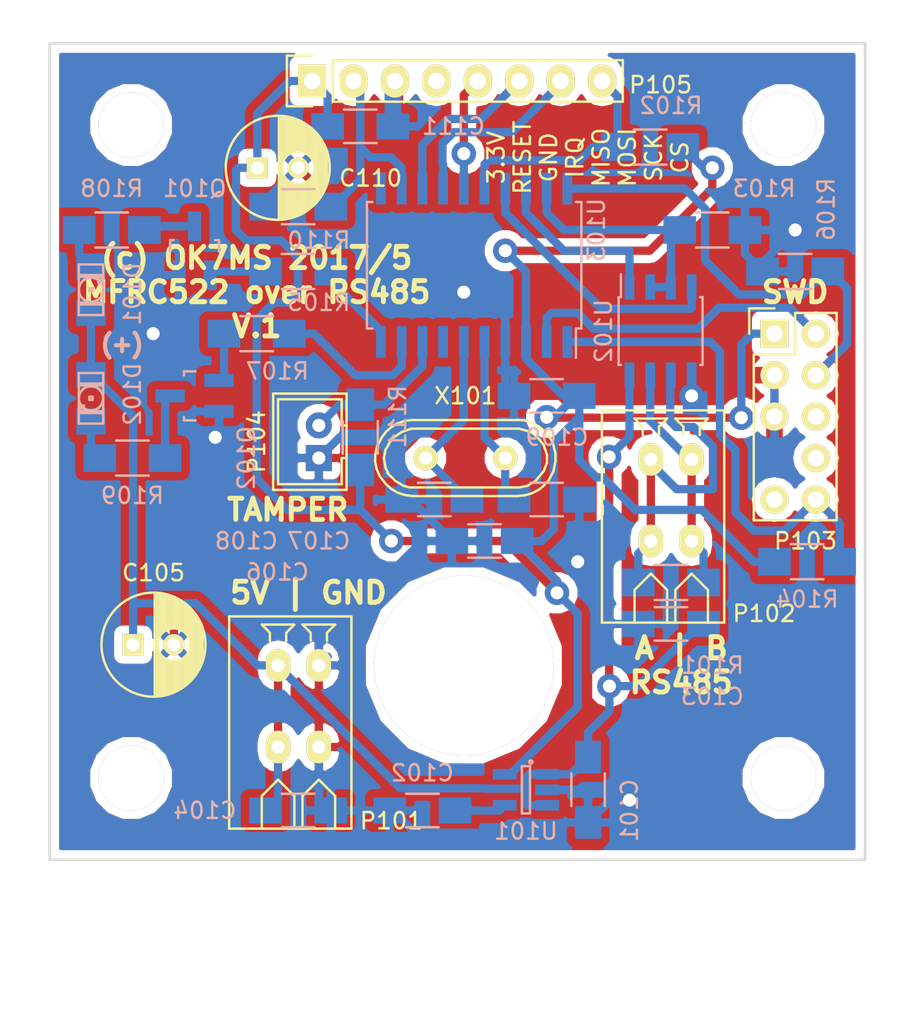
<source format=kicad_pcb>
(kicad_pcb (version 20170123) (host pcbnew "(2017-05-12 revision b823d0b)-master")

  (general
    (links 82)
    (no_connects 0)
    (area 46.704486 47.086866 102.594086 110.100001)
    (thickness 1.6)
    (drawings 18)
    (tracks 324)
    (zones 0)
    (modules 40)
    (nets 35)
  )

  (page A4)
  (layers
    (0 F.Cu signal)
    (31 B.Cu signal)
    (32 B.Adhes user)
    (33 F.Adhes user)
    (34 B.Paste user)
    (35 F.Paste user)
    (36 B.SilkS user)
    (37 F.SilkS user hide)
    (38 B.Mask user)
    (39 F.Mask user)
    (40 Dwgs.User user)
    (41 Cmts.User user)
    (42 Eco1.User user)
    (43 Eco2.User user)
    (44 Edge.Cuts user)
    (45 Margin user)
    (46 B.CrtYd user)
    (47 F.CrtYd user)
    (48 B.Fab user)
    (49 F.Fab user)
  )

  (setup
    (last_trace_width 0.508)
    (trace_clearance 0.3048)
    (zone_clearance 0.508)
    (zone_45_only no)
    (trace_min 0.2)
    (segment_width 0.2)
    (edge_width 0.15)
    (via_size 1.5)
    (via_drill 0.8)
    (via_min_size 0.4)
    (via_min_drill 0.3)
    (uvia_size 0.3)
    (uvia_drill 0.1)
    (uvias_allowed no)
    (uvia_min_size 0.2)
    (uvia_min_drill 0.1)
    (pcb_text_width 0.3)
    (pcb_text_size 1.5 1.5)
    (mod_edge_width 0.15)
    (mod_text_size 1 1)
    (mod_text_width 0.15)
    (pad_size 11 11)
    (pad_drill 11)
    (pad_to_mask_clearance 0.2)
    (aux_axis_origin 0 0)
    (grid_origin 50 50)
    (visible_elements FFFFFF7F)
    (pcbplotparams
      (layerselection 0x00030_ffffffff)
      (usegerberextensions false)
      (excludeedgelayer true)
      (linewidth 0.385000)
      (plotframeref false)
      (viasonmask false)
      (mode 1)
      (useauxorigin false)
      (hpglpennumber 1)
      (hpglpenspeed 20)
      (hpglpendiameter 15)
      (psnegative false)
      (psa4output false)
      (plotreference true)
      (plotvalue true)
      (plotinvisibletext false)
      (padsonsilk false)
      (subtractmaskfromsilk false)
      (outputformat 1)
      (mirror false)
      (drillshape 1)
      (scaleselection 1)
      (outputdirectory ""))
  )

  (net 0 "")
  (net 1 VCC)
  (net 2 "Net-(C102-Pad1)")
  (net 3 GND)
  (net 4 +3V3)
  (net 5 "Net-(C107-Pad1)")
  (net 6 "Net-(C108-Pad1)")
  (net 7 "Net-(D101-Pad1)")
  (net 8 "Net-(D102-Pad1)")
  (net 9 /SWD_DIO)
  (net 10 /SWD_CLK)
  (net 11 "Net-(P103-Pad6)")
  (net 12 "Net-(P103-Pad8)")
  (net 13 "Net-(P103-Pad9)")
  (net 14 /~RESET)
  (net 15 /TAMPER)
  (net 16 /~RE_RESET)
  (net 17 /IRQ)
  (net 18 /MISO)
  (net 19 /MOSI)
  (net 20 /SCK)
  (net 21 /CS)
  (net 22 "Net-(Q101-Pad1)")
  (net 23 "Net-(Q101-Pad3)")
  (net 24 "Net-(Q102-Pad3)")
  (net 25 "Net-(Q102-Pad1)")
  (net 26 /TX_EN)
  (net 27 "Net-(R105-Pad2)")
  (net 28 "Net-(R107-Pad2)")
  (net 29 /CPU_RX)
  (net 30 /CPU_TX)
  (net 31 "Net-(U103-Pad7)")
  (net 32 "Net-(U103-Pad11)")
  (net 33 /485A)
  (net 34 /485B)

  (net_class Default "This is the default net class."
    (clearance 0.3048)
    (trace_width 0.508)
    (via_dia 1.5)
    (via_drill 0.8)
    (uvia_dia 0.3)
    (uvia_drill 0.1)
    (add_net +3V3)
    (add_net /485A)
    (add_net /485B)
    (add_net /CPU_RX)
    (add_net /CPU_TX)
    (add_net /CS)
    (add_net /IRQ)
    (add_net /MISO)
    (add_net /MOSI)
    (add_net /SCK)
    (add_net /SWD_CLK)
    (add_net /SWD_DIO)
    (add_net /TAMPER)
    (add_net /TX_EN)
    (add_net /~RESET)
    (add_net /~RE_RESET)
    (add_net GND)
    (add_net "Net-(C102-Pad1)")
    (add_net "Net-(C107-Pad1)")
    (add_net "Net-(C108-Pad1)")
    (add_net "Net-(D101-Pad1)")
    (add_net "Net-(D102-Pad1)")
    (add_net "Net-(P103-Pad6)")
    (add_net "Net-(P103-Pad8)")
    (add_net "Net-(P103-Pad9)")
    (add_net "Net-(Q101-Pad1)")
    (add_net "Net-(Q101-Pad3)")
    (add_net "Net-(Q102-Pad1)")
    (add_net "Net-(Q102-Pad3)")
    (add_net "Net-(R105-Pad2)")
    (add_net "Net-(R107-Pad2)")
    (add_net "Net-(U103-Pad11)")
    (add_net "Net-(U103-Pad7)")
    (add_net VCC)
  )

  (module Mounting_Holes:MountingHole_6mm (layer F.Cu) (tedit 592061D1) (tstamp 592094B8)
    (at 75.4 88.1)
    (descr "Mounting hole, Befestigungsbohrung, 6mm, No Annular, Kein Restring,")
    (tags "Mounting hole, Befestigungsbohrung, 6mm, No Annular, Kein Restring,")
    (fp_text reference REF** (at 0 -8.001) (layer F.SilkS) hide
      (effects (font (size 1 1) (thickness 0.15)))
    )
    (fp_text value MountingHole_6mm (at 1.00076 8.001) (layer F.Fab)
      (effects (font (size 1 1) (thickness 0.15)))
    )
    (fp_circle (center 0 0) (end 6 0) (layer Cmts.User) (width 0.381))
    (pad "" thru_hole circle (at 0 0) (size 11 11) (drill 11) (layers *.Cu))
  )

  (module th-normal:Pin_Header_Straight_2x05 (layer F.Cu) (tedit 591EFE58) (tstamp 59207A80)
    (at 94.45 67.78)
    (descr "Through hole pin header")
    (tags "pin header")
    (path /591B7E46)
    (fp_text reference P103 (at 1.905 12.7) (layer F.SilkS)
      (effects (font (size 1 1) (thickness 0.15)))
    )
    (fp_text value CONN_02X05 (at 0 -3.1) (layer F.Fab)
      (effects (font (size 1 1) (thickness 0.15)))
    )
    (fp_line (start -1.75 -1.75) (end -1.75 11.95) (layer F.CrtYd) (width 0.05))
    (fp_line (start 4.3 -1.75) (end 4.3 11.95) (layer F.CrtYd) (width 0.05))
    (fp_line (start -1.75 -1.75) (end 4.3 -1.75) (layer F.CrtYd) (width 0.05))
    (fp_line (start -1.75 11.95) (end 4.3 11.95) (layer F.CrtYd) (width 0.05))
    (fp_line (start 3.81 -1.27) (end 3.81 11.43) (layer F.SilkS) (width 0.15))
    (fp_line (start 3.81 11.43) (end -1.27 11.43) (layer F.SilkS) (width 0.15))
    (fp_line (start -1.27 11.43) (end -1.27 1.27) (layer F.SilkS) (width 0.15))
    (fp_line (start 3.81 -1.27) (end 1.27 -1.27) (layer F.SilkS) (width 0.15))
    (fp_line (start 0 -1.55) (end -1.55 -1.55) (layer F.SilkS) (width 0.15))
    (fp_line (start 1.27 -1.27) (end 1.27 1.27) (layer F.SilkS) (width 0.15))
    (fp_line (start 1.27 1.27) (end -1.27 1.27) (layer F.SilkS) (width 0.15))
    (fp_line (start -1.55 -1.55) (end -1.55 0) (layer F.SilkS) (width 0.15))
    (pad 1 thru_hole rect (at 0 0) (size 1.7272 1.7272) (drill 1) (layers *.Cu *.Mask F.SilkS)
      (net 4 +3V3))
    (pad 2 thru_hole oval (at 2.54 0) (size 1.7272 1.7272) (drill 1) (layers *.Cu *.Mask F.SilkS)
      (net 9 /SWD_DIO))
    (pad 3 thru_hole oval (at 0 2.54) (size 1.7272 1.7272) (drill 1) (layers *.Cu *.Mask F.SilkS)
      (net 3 GND))
    (pad 4 thru_hole oval (at 2.54 2.54) (size 1.7272 1.7272) (drill 1) (layers *.Cu *.Mask F.SilkS)
      (net 10 /SWD_CLK))
    (pad 5 thru_hole oval (at 0 5.08) (size 1.7272 1.7272) (drill 1) (layers *.Cu *.Mask F.SilkS)
      (net 3 GND))
    (pad 6 thru_hole oval (at 2.54 5.08) (size 1.7272 1.7272) (drill 1) (layers *.Cu *.Mask F.SilkS)
      (net 11 "Net-(P103-Pad6)"))
    (pad 8 thru_hole oval (at 2.54 7.62) (size 1.7272 1.7272) (drill 1) (layers *.Cu *.Mask F.SilkS)
      (net 12 "Net-(P103-Pad8)"))
    (pad 9 thru_hole oval (at 0 10.16) (size 1.7272 1.7272) (drill 1) (layers *.Cu *.Mask F.SilkS)
      (net 13 "Net-(P103-Pad9)"))
    (pad 10 thru_hole oval (at 2.54 10.16) (size 1.7272 1.7272) (drill 1) (layers *.Cu *.Mask F.SilkS)
      (net 14 /~RESET))
    (model Pin_Headers.3dshapes/Pin_Header_Straight_2x05.wrl
      (at (xyz 0.05 -0.2 0))
      (scale (xyz 1 1 1))
      (rotate (xyz 0 0 90))
    )
  )

  (module th-normal:C_Radial_D6.3_L11.2_P2.5 (layer F.Cu) (tedit 591EF787) (tstamp 592079BE)
    (at 62.74 57.62)
    (descr "Radial Electrolytic Capacitor, Diameter 6.3mm x Length 11.2mm, Pitch 2.5mm")
    (tags "Electrolytic Capacitor")
    (path /591EC072)
    (fp_text reference C110 (at 6.945 0.635) (layer F.SilkS)
      (effects (font (size 1 1) (thickness 0.15)))
    )
    (fp_text value Jamicon_220uF_16V_TKP (at 1.25 4.4) (layer F.Fab)
      (effects (font (size 1 1) (thickness 0.15)))
    )
    (fp_circle (center 1.25 0) (end 1.25 -3.4) (layer F.CrtYd) (width 0.05))
    (fp_circle (center 1.25 0) (end 1.25 -3.1875) (layer F.SilkS) (width 0.15))
    (fp_circle (center 2.5 0) (end 2.5 -1) (layer F.SilkS) (width 0.15))
    (fp_line (start 4.265 -0.912) (end 4.265 0.912) (layer F.SilkS) (width 0.15))
    (fp_line (start 4.125 -1.287) (end 4.125 1.287) (layer F.SilkS) (width 0.15))
    (fp_line (start 3.985 -1.563) (end 3.985 1.563) (layer F.SilkS) (width 0.15))
    (fp_line (start 3.845 -1.786) (end 3.845 1.786) (layer F.SilkS) (width 0.15))
    (fp_line (start 3.705 -1.974) (end 3.705 1.974) (layer F.SilkS) (width 0.15))
    (fp_line (start 3.565 -2.136) (end 3.565 2.136) (layer F.SilkS) (width 0.15))
    (fp_line (start 3.425 0.38) (end 3.425 2.279) (layer F.SilkS) (width 0.15))
    (fp_line (start 3.425 -2.279) (end 3.425 -0.38) (layer F.SilkS) (width 0.15))
    (fp_line (start 3.285 0.619) (end 3.285 2.404) (layer F.SilkS) (width 0.15))
    (fp_line (start 3.285 -2.404) (end 3.285 -0.619) (layer F.SilkS) (width 0.15))
    (fp_line (start 3.145 0.764) (end 3.145 2.516) (layer F.SilkS) (width 0.15))
    (fp_line (start 3.145 -2.516) (end 3.145 -0.764) (layer F.SilkS) (width 0.15))
    (fp_line (start 3.005 0.863) (end 3.005 2.616) (layer F.SilkS) (width 0.15))
    (fp_line (start 3.005 -2.616) (end 3.005 -0.863) (layer F.SilkS) (width 0.15))
    (fp_line (start 2.865 0.931) (end 2.865 2.704) (layer F.SilkS) (width 0.15))
    (fp_line (start 2.865 -2.704) (end 2.865 -0.931) (layer F.SilkS) (width 0.15))
    (fp_line (start 2.725 0.974) (end 2.725 2.783) (layer F.SilkS) (width 0.15))
    (fp_line (start 2.725 -2.783) (end 2.725 -0.974) (layer F.SilkS) (width 0.15))
    (fp_line (start 2.585 0.996) (end 2.585 2.853) (layer F.SilkS) (width 0.15))
    (fp_line (start 2.585 -2.853) (end 2.585 -0.996) (layer F.SilkS) (width 0.15))
    (fp_line (start 2.445 0.998) (end 2.445 2.915) (layer F.SilkS) (width 0.15))
    (fp_line (start 2.445 -2.915) (end 2.445 -0.998) (layer F.SilkS) (width 0.15))
    (fp_line (start 2.305 0.981) (end 2.305 2.968) (layer F.SilkS) (width 0.15))
    (fp_line (start 2.305 -2.968) (end 2.305 -0.981) (layer F.SilkS) (width 0.15))
    (fp_line (start 2.165 0.942) (end 2.165 3.014) (layer F.SilkS) (width 0.15))
    (fp_line (start 2.165 -3.014) (end 2.165 -0.942) (layer F.SilkS) (width 0.15))
    (fp_line (start 2.025 0.88) (end 2.025 3.053) (layer F.SilkS) (width 0.15))
    (fp_line (start 2.025 -3.053) (end 2.025 -0.88) (layer F.SilkS) (width 0.15))
    (fp_line (start 1.885 0.789) (end 1.885 3.085) (layer F.SilkS) (width 0.15))
    (fp_line (start 1.885 -3.085) (end 1.885 -0.789) (layer F.SilkS) (width 0.15))
    (fp_line (start 1.745 0.656) (end 1.745 3.111) (layer F.SilkS) (width 0.15))
    (fp_line (start 1.745 -3.111) (end 1.745 -0.656) (layer F.SilkS) (width 0.15))
    (fp_line (start 1.605 0.446) (end 1.605 3.13) (layer F.SilkS) (width 0.15))
    (fp_line (start 1.605 -3.13) (end 1.605 -0.446) (layer F.SilkS) (width 0.15))
    (fp_line (start 1.465 -3.143) (end 1.465 3.143) (layer F.SilkS) (width 0.15))
    (fp_line (start 1.325 -3.149) (end 1.325 3.149) (layer F.SilkS) (width 0.15))
    (pad 1 thru_hole rect (at 0 0) (size 1.3 1.3) (drill 0.8) (layers *.Cu *.Mask F.SilkS)
      (net 4 +3V3))
    (pad 2 thru_hole circle (at 2.5 0) (size 1.3 1.3) (drill 0.8) (layers *.Cu *.Mask F.SilkS)
      (net 3 GND))
    (model Capacitors_ThroughHole.3dshapes/C_Radial_D6.3_L11.2_P2.5.wrl
      (at (xyz 0 0 0))
      (scale (xyz 1 1 1))
      (rotate (xyz 0 0 0))
    )
  )

  (module Mounting_Holes:MountingHole_4mm (layer F.Cu) (tedit 591EFF1F) (tstamp 5920866B)
    (at 95 95)
    (descr "Mounting hole, Befestigungsbohrung, 4mm, No Annular, Kein Restring,")
    (tags "Mounting hole, Befestigungsbohrung, 4mm, No Annular, Kein Restring,")
    (fp_text reference REF** (at 0 -5.4991) (layer F.SilkS) hide
      (effects (font (size 1 1) (thickness 0.15)))
    )
    (fp_text value MountingHole_4mm (at 0 5.99948) (layer F.Fab)
      (effects (font (size 1 1) (thickness 0.15)))
    )
    (fp_circle (center 0 0) (end 4 0) (layer Cmts.User) (width 0.381))
    (pad 1 thru_hole circle (at 0 0) (size 4 4) (drill 4) (layers))
  )

  (module Mounting_Holes:MountingHole_4mm (layer F.Cu) (tedit 591EFF18) (tstamp 59208666)
    (at 55 95)
    (descr "Mounting hole, Befestigungsbohrung, 4mm, No Annular, Kein Restring,")
    (tags "Mounting hole, Befestigungsbohrung, 4mm, No Annular, Kein Restring,")
    (fp_text reference REF** (at 0 -5.4991) (layer F.SilkS) hide
      (effects (font (size 1 1) (thickness 0.15)))
    )
    (fp_text value MountingHole_4mm (at 0 5.99948) (layer F.Fab)
      (effects (font (size 1 1) (thickness 0.15)))
    )
    (fp_circle (center 0 0) (end 4 0) (layer Cmts.User) (width 0.381))
    (pad 1 thru_hole circle (at 0 0) (size 4 4) (drill 4) (layers))
  )

  (module Mounting_Holes:MountingHole_4mm (layer F.Cu) (tedit 591EFF2F) (tstamp 592083F0)
    (at 95 55)
    (descr "Mounting hole, Befestigungsbohrung, 4mm, No Annular, Kein Restring,")
    (tags "Mounting hole, Befestigungsbohrung, 4mm, No Annular, Kein Restring,")
    (fp_text reference REF** (at 0 -5.4991) (layer F.SilkS) hide
      (effects (font (size 1 1) (thickness 0.15)))
    )
    (fp_text value MountingHole_4mm (at 0 5.99948) (layer F.Fab)
      (effects (font (size 1 1) (thickness 0.15)))
    )
    (fp_circle (center 0 0) (end 4 0) (layer Cmts.User) (width 0.381))
    (pad 1 thru_hole circle (at 0 0) (size 4 4) (drill 4) (layers))
  )

  (module Mounting_Holes:MountingHole_4mm (layer F.Cu) (tedit 591EFF35) (tstamp 592083EA)
    (at 55 55)
    (descr "Mounting hole, Befestigungsbohrung, 4mm, No Annular, Kein Restring,")
    (tags "Mounting hole, Befestigungsbohrung, 4mm, No Annular, Kein Restring,")
    (fp_text reference REF** (at 0 -5.4991) (layer F.SilkS) hide
      (effects (font (size 1 1) (thickness 0.15)))
    )
    (fp_text value MountingHole_4mm (at 0 5.99948) (layer F.Fab)
      (effects (font (size 1 1) (thickness 0.15)))
    )
    (fp_circle (center 0 0) (end 4 0) (layer Cmts.User) (width 0.381))
    (pad 1 thru_hole circle (at 0 0) (size 4 4) (drill 4) (layers))
  )

  (module smd-handsolder:C_1206_HandSoldering (layer B.Cu) (tedit 541A9C03) (tstamp 59207910)
    (at 83.02 95.72 270)
    (descr "Capacitor SMD 1206, hand soldering")
    (tags "capacitor 1206")
    (path /591A26E0)
    (attr smd)
    (fp_text reference C101 (at 1.27 -2.54 270) (layer B.SilkS)
      (effects (font (size 1 1) (thickness 0.15)) (justify mirror))
    )
    (fp_text value C (at 0 -2.3 270) (layer B.Fab)
      (effects (font (size 1 1) (thickness 0.15)) (justify mirror))
    )
    (fp_line (start -1 -1.025) (end 1 -1.025) (layer B.SilkS) (width 0.15))
    (fp_line (start 1 1.025) (end -1 1.025) (layer B.SilkS) (width 0.15))
    (fp_line (start 3.3 1.15) (end 3.3 -1.15) (layer B.CrtYd) (width 0.05))
    (fp_line (start -3.3 1.15) (end -3.3 -1.15) (layer B.CrtYd) (width 0.05))
    (fp_line (start -3.3 -1.15) (end 3.3 -1.15) (layer B.CrtYd) (width 0.05))
    (fp_line (start -3.3 1.15) (end 3.3 1.15) (layer B.CrtYd) (width 0.05))
    (pad 2 smd rect (at 2 0 270) (size 2 1.6) (layers B.Cu B.Paste B.Mask)
      (net 3 GND))
    (pad 1 smd rect (at -2 0 270) (size 2 1.6) (layers B.Cu B.Paste B.Mask)
      (net 1 VCC))
    (model Capacitors_SMD.3dshapes/C_1206_HandSoldering.wrl
      (at (xyz 0 0 0))
      (scale (xyz 1 1 1))
      (rotate (xyz 0 0 0))
    )
  )

  (module smd-handsolder:C_1206_HandSoldering (layer B.Cu) (tedit 541A9C03) (tstamp 5920791C)
    (at 72.86 96.99 180)
    (descr "Capacitor SMD 1206, hand soldering")
    (tags "capacitor 1206")
    (path /591A272E)
    (attr smd)
    (fp_text reference C102 (at 0 2.3 180) (layer B.SilkS)
      (effects (font (size 1 1) (thickness 0.15)) (justify mirror))
    )
    (fp_text value C (at 0 -2.3 180) (layer B.Fab)
      (effects (font (size 1 1) (thickness 0.15)) (justify mirror))
    )
    (fp_line (start -3.3 1.15) (end 3.3 1.15) (layer B.CrtYd) (width 0.05))
    (fp_line (start -3.3 -1.15) (end 3.3 -1.15) (layer B.CrtYd) (width 0.05))
    (fp_line (start -3.3 1.15) (end -3.3 -1.15) (layer B.CrtYd) (width 0.05))
    (fp_line (start 3.3 1.15) (end 3.3 -1.15) (layer B.CrtYd) (width 0.05))
    (fp_line (start 1 1.025) (end -1 1.025) (layer B.SilkS) (width 0.15))
    (fp_line (start -1 -1.025) (end 1 -1.025) (layer B.SilkS) (width 0.15))
    (pad 1 smd rect (at -2 0 180) (size 2 1.6) (layers B.Cu B.Paste B.Mask)
      (net 2 "Net-(C102-Pad1)"))
    (pad 2 smd rect (at 2 0 180) (size 2 1.6) (layers B.Cu B.Paste B.Mask)
      (net 3 GND))
    (model Capacitors_SMD.3dshapes/C_1206_HandSoldering.wrl
      (at (xyz 0 0 0))
      (scale (xyz 1 1 1))
      (rotate (xyz 0 0 0))
    )
  )

  (module smd-handsolder:C_1206_HandSoldering (layer B.Cu) (tedit 541A9C03) (tstamp 59207928)
    (at 88.1 85.56 180)
    (descr "Capacitor SMD 1206, hand soldering")
    (tags "capacitor 1206")
    (path /591A2FC4)
    (attr smd)
    (fp_text reference C103 (at -2.54 -4.445 180) (layer B.SilkS)
      (effects (font (size 1 1) (thickness 0.15)) (justify mirror))
    )
    (fp_text value C (at 0 -2.3 180) (layer B.Fab)
      (effects (font (size 1 1) (thickness 0.15)) (justify mirror))
    )
    (fp_line (start -3.3 1.15) (end 3.3 1.15) (layer B.CrtYd) (width 0.05))
    (fp_line (start -3.3 -1.15) (end 3.3 -1.15) (layer B.CrtYd) (width 0.05))
    (fp_line (start -3.3 1.15) (end -3.3 -1.15) (layer B.CrtYd) (width 0.05))
    (fp_line (start 3.3 1.15) (end 3.3 -1.15) (layer B.CrtYd) (width 0.05))
    (fp_line (start 1 1.025) (end -1 1.025) (layer B.SilkS) (width 0.15))
    (fp_line (start -1 -1.025) (end 1 -1.025) (layer B.SilkS) (width 0.15))
    (pad 1 smd rect (at -2 0 180) (size 2 1.6) (layers B.Cu B.Paste B.Mask)
      (net 1 VCC))
    (pad 2 smd rect (at 2 0 180) (size 2 1.6) (layers B.Cu B.Paste B.Mask)
      (net 3 GND))
    (model Capacitors_SMD.3dshapes/C_1206_HandSoldering.wrl
      (at (xyz 0 0 0))
      (scale (xyz 1 1 1))
      (rotate (xyz 0 0 0))
    )
  )

  (module smd-handsolder:C_1206_HandSoldering (layer B.Cu) (tedit 541A9C03) (tstamp 59207934)
    (at 65.24 96.99)
    (descr "Capacitor SMD 1206, hand soldering")
    (tags "capacitor 1206")
    (path /591A1F28)
    (attr smd)
    (fp_text reference C104 (at -5.715 0) (layer B.SilkS)
      (effects (font (size 1 1) (thickness 0.15)) (justify mirror))
    )
    (fp_text value C (at 0 -2.3) (layer B.Fab)
      (effects (font (size 1 1) (thickness 0.15)) (justify mirror))
    )
    (fp_line (start -3.3 1.15) (end 3.3 1.15) (layer B.CrtYd) (width 0.05))
    (fp_line (start -3.3 -1.15) (end 3.3 -1.15) (layer B.CrtYd) (width 0.05))
    (fp_line (start -3.3 1.15) (end -3.3 -1.15) (layer B.CrtYd) (width 0.05))
    (fp_line (start 3.3 1.15) (end 3.3 -1.15) (layer B.CrtYd) (width 0.05))
    (fp_line (start 1 1.025) (end -1 1.025) (layer B.SilkS) (width 0.15))
    (fp_line (start -1 -1.025) (end 1 -1.025) (layer B.SilkS) (width 0.15))
    (pad 1 smd rect (at -2 0) (size 2 1.6) (layers B.Cu B.Paste B.Mask)
      (net 1 VCC))
    (pad 2 smd rect (at 2 0) (size 2 1.6) (layers B.Cu B.Paste B.Mask)
      (net 3 GND))
    (model Capacitors_SMD.3dshapes/C_1206_HandSoldering.wrl
      (at (xyz 0 0 0))
      (scale (xyz 1 1 1))
      (rotate (xyz 0 0 0))
    )
  )

  (module th-normal:C_Radial_D6.3_L11.2_P2.5 (layer F.Cu) (tedit 0) (tstamp 59207961)
    (at 55.12 86.83)
    (descr "Radial Electrolytic Capacitor, Diameter 6.3mm x Length 11.2mm, Pitch 2.5mm")
    (tags "Electrolytic Capacitor")
    (path /591EC4FC)
    (fp_text reference C105 (at 1.25 -4.4) (layer F.SilkS)
      (effects (font (size 1 1) (thickness 0.15)))
    )
    (fp_text value Jamicon_220uF_16V_TKP (at 1.25 4.4) (layer F.Fab)
      (effects (font (size 1 1) (thickness 0.15)))
    )
    (fp_line (start 1.325 -3.149) (end 1.325 3.149) (layer F.SilkS) (width 0.15))
    (fp_line (start 1.465 -3.143) (end 1.465 3.143) (layer F.SilkS) (width 0.15))
    (fp_line (start 1.605 -3.13) (end 1.605 -0.446) (layer F.SilkS) (width 0.15))
    (fp_line (start 1.605 0.446) (end 1.605 3.13) (layer F.SilkS) (width 0.15))
    (fp_line (start 1.745 -3.111) (end 1.745 -0.656) (layer F.SilkS) (width 0.15))
    (fp_line (start 1.745 0.656) (end 1.745 3.111) (layer F.SilkS) (width 0.15))
    (fp_line (start 1.885 -3.085) (end 1.885 -0.789) (layer F.SilkS) (width 0.15))
    (fp_line (start 1.885 0.789) (end 1.885 3.085) (layer F.SilkS) (width 0.15))
    (fp_line (start 2.025 -3.053) (end 2.025 -0.88) (layer F.SilkS) (width 0.15))
    (fp_line (start 2.025 0.88) (end 2.025 3.053) (layer F.SilkS) (width 0.15))
    (fp_line (start 2.165 -3.014) (end 2.165 -0.942) (layer F.SilkS) (width 0.15))
    (fp_line (start 2.165 0.942) (end 2.165 3.014) (layer F.SilkS) (width 0.15))
    (fp_line (start 2.305 -2.968) (end 2.305 -0.981) (layer F.SilkS) (width 0.15))
    (fp_line (start 2.305 0.981) (end 2.305 2.968) (layer F.SilkS) (width 0.15))
    (fp_line (start 2.445 -2.915) (end 2.445 -0.998) (layer F.SilkS) (width 0.15))
    (fp_line (start 2.445 0.998) (end 2.445 2.915) (layer F.SilkS) (width 0.15))
    (fp_line (start 2.585 -2.853) (end 2.585 -0.996) (layer F.SilkS) (width 0.15))
    (fp_line (start 2.585 0.996) (end 2.585 2.853) (layer F.SilkS) (width 0.15))
    (fp_line (start 2.725 -2.783) (end 2.725 -0.974) (layer F.SilkS) (width 0.15))
    (fp_line (start 2.725 0.974) (end 2.725 2.783) (layer F.SilkS) (width 0.15))
    (fp_line (start 2.865 -2.704) (end 2.865 -0.931) (layer F.SilkS) (width 0.15))
    (fp_line (start 2.865 0.931) (end 2.865 2.704) (layer F.SilkS) (width 0.15))
    (fp_line (start 3.005 -2.616) (end 3.005 -0.863) (layer F.SilkS) (width 0.15))
    (fp_line (start 3.005 0.863) (end 3.005 2.616) (layer F.SilkS) (width 0.15))
    (fp_line (start 3.145 -2.516) (end 3.145 -0.764) (layer F.SilkS) (width 0.15))
    (fp_line (start 3.145 0.764) (end 3.145 2.516) (layer F.SilkS) (width 0.15))
    (fp_line (start 3.285 -2.404) (end 3.285 -0.619) (layer F.SilkS) (width 0.15))
    (fp_line (start 3.285 0.619) (end 3.285 2.404) (layer F.SilkS) (width 0.15))
    (fp_line (start 3.425 -2.279) (end 3.425 -0.38) (layer F.SilkS) (width 0.15))
    (fp_line (start 3.425 0.38) (end 3.425 2.279) (layer F.SilkS) (width 0.15))
    (fp_line (start 3.565 -2.136) (end 3.565 2.136) (layer F.SilkS) (width 0.15))
    (fp_line (start 3.705 -1.974) (end 3.705 1.974) (layer F.SilkS) (width 0.15))
    (fp_line (start 3.845 -1.786) (end 3.845 1.786) (layer F.SilkS) (width 0.15))
    (fp_line (start 3.985 -1.563) (end 3.985 1.563) (layer F.SilkS) (width 0.15))
    (fp_line (start 4.125 -1.287) (end 4.125 1.287) (layer F.SilkS) (width 0.15))
    (fp_line (start 4.265 -0.912) (end 4.265 0.912) (layer F.SilkS) (width 0.15))
    (fp_circle (center 2.5 0) (end 2.5 -1) (layer F.SilkS) (width 0.15))
    (fp_circle (center 1.25 0) (end 1.25 -3.1875) (layer F.SilkS) (width 0.15))
    (fp_circle (center 1.25 0) (end 1.25 -3.4) (layer F.CrtYd) (width 0.05))
    (pad 2 thru_hole circle (at 2.5 0) (size 1.3 1.3) (drill 0.8) (layers *.Cu *.Mask F.SilkS)
      (net 3 GND))
    (pad 1 thru_hole rect (at 0 0) (size 1.3 1.3) (drill 0.8) (layers *.Cu *.Mask F.SilkS)
      (net 1 VCC))
    (model Capacitors_ThroughHole.3dshapes/C_Radial_D6.3_L11.2_P2.5.wrl
      (at (xyz 0 0 0))
      (scale (xyz 1 1 1))
      (rotate (xyz 0 0 0))
    )
  )

  (module smd-handsolder:C_1206_HandSoldering (layer B.Cu) (tedit 541A9C03) (tstamp 5920796D)
    (at 76.67 80.48 180)
    (descr "Capacitor SMD 1206, hand soldering")
    (tags "capacitor 1206")
    (path /591A27D8)
    (attr smd)
    (fp_text reference C106 (at 12.7 -1.905 180) (layer B.SilkS)
      (effects (font (size 1 1) (thickness 0.15)) (justify mirror))
    )
    (fp_text value C (at 0 -2.3 180) (layer B.Fab)
      (effects (font (size 1 1) (thickness 0.15)) (justify mirror))
    )
    (fp_line (start -1 -1.025) (end 1 -1.025) (layer B.SilkS) (width 0.15))
    (fp_line (start 1 1.025) (end -1 1.025) (layer B.SilkS) (width 0.15))
    (fp_line (start 3.3 1.15) (end 3.3 -1.15) (layer B.CrtYd) (width 0.05))
    (fp_line (start -3.3 1.15) (end -3.3 -1.15) (layer B.CrtYd) (width 0.05))
    (fp_line (start -3.3 -1.15) (end 3.3 -1.15) (layer B.CrtYd) (width 0.05))
    (fp_line (start -3.3 1.15) (end 3.3 1.15) (layer B.CrtYd) (width 0.05))
    (pad 2 smd rect (at 2 0 180) (size 2 1.6) (layers B.Cu B.Paste B.Mask)
      (net 3 GND))
    (pad 1 smd rect (at -2 0 180) (size 2 1.6) (layers B.Cu B.Paste B.Mask)
      (net 4 +3V3))
    (model Capacitors_SMD.3dshapes/C_1206_HandSoldering.wrl
      (at (xyz 0 0 0))
      (scale (xyz 1 1 1))
      (rotate (xyz 0 0 0))
    )
  )

  (module smd-handsolder:C_1206_HandSoldering (layer B.Cu) (tedit 541A9C03) (tstamp 59207979)
    (at 80.48 77.94)
    (descr "Capacitor SMD 1206, hand soldering")
    (tags "capacitor 1206")
    (path /591E14AD)
    (attr smd)
    (fp_text reference C107 (at -13.97 2.54) (layer B.SilkS)
      (effects (font (size 1 1) (thickness 0.15)) (justify mirror))
    )
    (fp_text value C (at 0 -2.3) (layer B.Fab)
      (effects (font (size 1 1) (thickness 0.15)) (justify mirror))
    )
    (fp_line (start -1 -1.025) (end 1 -1.025) (layer B.SilkS) (width 0.15))
    (fp_line (start 1 1.025) (end -1 1.025) (layer B.SilkS) (width 0.15))
    (fp_line (start 3.3 1.15) (end 3.3 -1.15) (layer B.CrtYd) (width 0.05))
    (fp_line (start -3.3 1.15) (end -3.3 -1.15) (layer B.CrtYd) (width 0.05))
    (fp_line (start -3.3 -1.15) (end 3.3 -1.15) (layer B.CrtYd) (width 0.05))
    (fp_line (start -3.3 1.15) (end 3.3 1.15) (layer B.CrtYd) (width 0.05))
    (pad 2 smd rect (at 2 0) (size 2 1.6) (layers B.Cu B.Paste B.Mask)
      (net 3 GND))
    (pad 1 smd rect (at -2 0) (size 2 1.6) (layers B.Cu B.Paste B.Mask)
      (net 5 "Net-(C107-Pad1)"))
    (model Capacitors_SMD.3dshapes/C_1206_HandSoldering.wrl
      (at (xyz 0 0 0))
      (scale (xyz 1 1 1))
      (rotate (xyz 0 0 0))
    )
  )

  (module smd-handsolder:C_1206_HandSoldering (layer B.Cu) (tedit 541A9C03) (tstamp 59207985)
    (at 73.59 77.94 180)
    (descr "Capacitor SMD 1206, hand soldering")
    (tags "capacitor 1206")
    (path /591E155E)
    (attr smd)
    (fp_text reference C108 (at 11.525 -2.54 180) (layer B.SilkS)
      (effects (font (size 1 1) (thickness 0.15)) (justify mirror))
    )
    (fp_text value C (at 0 -2.3 180) (layer B.Fab)
      (effects (font (size 1 1) (thickness 0.15)) (justify mirror))
    )
    (fp_line (start -3.3 1.15) (end 3.3 1.15) (layer B.CrtYd) (width 0.05))
    (fp_line (start -3.3 -1.15) (end 3.3 -1.15) (layer B.CrtYd) (width 0.05))
    (fp_line (start -3.3 1.15) (end -3.3 -1.15) (layer B.CrtYd) (width 0.05))
    (fp_line (start 3.3 1.15) (end 3.3 -1.15) (layer B.CrtYd) (width 0.05))
    (fp_line (start 1 1.025) (end -1 1.025) (layer B.SilkS) (width 0.15))
    (fp_line (start -1 -1.025) (end 1 -1.025) (layer B.SilkS) (width 0.15))
    (pad 1 smd rect (at -2 0 180) (size 2 1.6) (layers B.Cu B.Paste B.Mask)
      (net 6 "Net-(C108-Pad1)"))
    (pad 2 smd rect (at 2 0 180) (size 2 1.6) (layers B.Cu B.Paste B.Mask)
      (net 3 GND))
    (model Capacitors_SMD.3dshapes/C_1206_HandSoldering.wrl
      (at (xyz 0 0 0))
      (scale (xyz 1 1 1))
      (rotate (xyz 0 0 0))
    )
  )

  (module smd-handsolder:C_1206_HandSoldering (layer B.Cu) (tedit 541A9C03) (tstamp 59207991)
    (at 80.48 71.59 180)
    (descr "Capacitor SMD 1206, hand soldering")
    (tags "capacitor 1206")
    (path /591EAF00)
    (attr smd)
    (fp_text reference C109 (at -0.635 -2.54 180) (layer B.SilkS)
      (effects (font (size 1 1) (thickness 0.15)) (justify mirror))
    )
    (fp_text value C (at 0 -2.3 180) (layer B.Fab)
      (effects (font (size 1 1) (thickness 0.15)) (justify mirror))
    )
    (fp_line (start -1 -1.025) (end 1 -1.025) (layer B.SilkS) (width 0.15))
    (fp_line (start 1 1.025) (end -1 1.025) (layer B.SilkS) (width 0.15))
    (fp_line (start 3.3 1.15) (end 3.3 -1.15) (layer B.CrtYd) (width 0.05))
    (fp_line (start -3.3 1.15) (end -3.3 -1.15) (layer B.CrtYd) (width 0.05))
    (fp_line (start -3.3 -1.15) (end 3.3 -1.15) (layer B.CrtYd) (width 0.05))
    (fp_line (start -3.3 1.15) (end 3.3 1.15) (layer B.CrtYd) (width 0.05))
    (pad 2 smd rect (at 2 0 180) (size 2 1.6) (layers B.Cu B.Paste B.Mask)
      (net 3 GND))
    (pad 1 smd rect (at -2 0 180) (size 2 1.6) (layers B.Cu B.Paste B.Mask)
      (net 4 +3V3))
    (model Capacitors_SMD.3dshapes/C_1206_HandSoldering.wrl
      (at (xyz 0 0 0))
      (scale (xyz 1 1 1))
      (rotate (xyz 0 0 0))
    )
  )

  (module smd-handsolder:C_1206_HandSoldering (layer B.Cu) (tedit 541A9C03) (tstamp 592079CA)
    (at 69.05 55.08)
    (descr "Capacitor SMD 1206, hand soldering")
    (tags "capacitor 1206")
    (path /591EBE78)
    (attr smd)
    (fp_text reference C111 (at 5.715 0) (layer B.SilkS)
      (effects (font (size 1 1) (thickness 0.15)) (justify mirror))
    )
    (fp_text value C (at 0 -2.3) (layer B.Fab)
      (effects (font (size 1 1) (thickness 0.15)) (justify mirror))
    )
    (fp_line (start -3.3 1.15) (end 3.3 1.15) (layer B.CrtYd) (width 0.05))
    (fp_line (start -3.3 -1.15) (end 3.3 -1.15) (layer B.CrtYd) (width 0.05))
    (fp_line (start -3.3 1.15) (end -3.3 -1.15) (layer B.CrtYd) (width 0.05))
    (fp_line (start 3.3 1.15) (end 3.3 -1.15) (layer B.CrtYd) (width 0.05))
    (fp_line (start 1 1.025) (end -1 1.025) (layer B.SilkS) (width 0.15))
    (fp_line (start -1 -1.025) (end 1 -1.025) (layer B.SilkS) (width 0.15))
    (pad 1 smd rect (at -2 0) (size 2 1.6) (layers B.Cu B.Paste B.Mask)
      (net 4 +3V3))
    (pad 2 smd rect (at 2 0) (size 2 1.6) (layers B.Cu B.Paste B.Mask)
      (net 3 GND))
    (model Capacitors_SMD.3dshapes/C_1206_HandSoldering.wrl
      (at (xyz 0 0 0))
      (scale (xyz 1 1 1))
      (rotate (xyz 0 0 0))
    )
  )

  (module smd-normal:LED-1206 (layer B.Cu) (tedit 5538B1FB) (tstamp 592079F4)
    (at 52.54 65.09014 270)
    (descr "LED 1206 smd package")
    (tags "LED1206 SMD")
    (path /591BBBD3)
    (attr smd)
    (fp_text reference D101 (at 0.254 -2.54 270) (layer B.SilkS)
      (effects (font (size 1 1) (thickness 0.15)) (justify mirror))
    )
    (fp_text value LED (at 0 -1.65 270) (layer B.Fab)
      (effects (font (size 1 1) (thickness 0.15)) (justify mirror))
    )
    (fp_line (start 0.09906 -0.09906) (end -0.09906 -0.09906) (layer B.SilkS) (width 0.15))
    (fp_line (start -0.09906 -0.09906) (end -0.09906 0.09906) (layer B.SilkS) (width 0.15))
    (fp_line (start 0.09906 0.09906) (end -0.09906 0.09906) (layer B.SilkS) (width 0.15))
    (fp_line (start 0.09906 -0.09906) (end 0.09906 0.09906) (layer B.SilkS) (width 0.15))
    (fp_line (start -0.44958 -0.6985) (end -0.79756 -0.6985) (layer B.SilkS) (width 0.15))
    (fp_line (start -0.79756 -0.6985) (end -0.79756 -0.44958) (layer B.SilkS) (width 0.15))
    (fp_line (start -0.44958 -0.44958) (end -0.79756 -0.44958) (layer B.SilkS) (width 0.15))
    (fp_line (start -0.44958 -0.6985) (end -0.44958 -0.44958) (layer B.SilkS) (width 0.15))
    (fp_line (start -0.79756 -0.6985) (end -0.89916 -0.6985) (layer B.SilkS) (width 0.15))
    (fp_line (start -0.89916 -0.6985) (end -0.89916 0.49784) (layer B.SilkS) (width 0.15))
    (fp_line (start -0.79756 0.49784) (end -0.89916 0.49784) (layer B.SilkS) (width 0.15))
    (fp_line (start -0.79756 -0.6985) (end -0.79756 0.49784) (layer B.SilkS) (width 0.15))
    (fp_line (start -0.79756 0.54864) (end -0.89916 0.54864) (layer B.SilkS) (width 0.15))
    (fp_line (start -0.89916 0.54864) (end -0.89916 0.6985) (layer B.SilkS) (width 0.15))
    (fp_line (start -0.79756 0.6985) (end -0.89916 0.6985) (layer B.SilkS) (width 0.15))
    (fp_line (start -0.79756 0.54864) (end -0.79756 0.6985) (layer B.SilkS) (width 0.15))
    (fp_line (start 0.89916 -0.6985) (end 0.79756 -0.6985) (layer B.SilkS) (width 0.15))
    (fp_line (start 0.79756 -0.6985) (end 0.79756 0.49784) (layer B.SilkS) (width 0.15))
    (fp_line (start 0.89916 0.49784) (end 0.79756 0.49784) (layer B.SilkS) (width 0.15))
    (fp_line (start 0.89916 -0.6985) (end 0.89916 0.49784) (layer B.SilkS) (width 0.15))
    (fp_line (start 0.89916 0.54864) (end 0.79756 0.54864) (layer B.SilkS) (width 0.15))
    (fp_line (start 0.79756 0.54864) (end 0.79756 0.6985) (layer B.SilkS) (width 0.15))
    (fp_line (start 0.89916 0.6985) (end 0.79756 0.6985) (layer B.SilkS) (width 0.15))
    (fp_line (start 0.89916 0.54864) (end 0.89916 0.6985) (layer B.SilkS) (width 0.15))
    (fp_line (start -0.44958 -0.6985) (end -0.59944 -0.6985) (layer B.SilkS) (width 0.15))
    (fp_line (start -0.59944 -0.6985) (end -0.59944 -0.44958) (layer B.SilkS) (width 0.15))
    (fp_line (start -0.44958 -0.44958) (end -0.59944 -0.44958) (layer B.SilkS) (width 0.15))
    (fp_line (start -0.44958 -0.6985) (end -0.44958 -0.44958) (layer B.SilkS) (width 0.15))
    (fp_line (start -1.5494 -0.7493) (end 1.5494 -0.7493) (layer B.SilkS) (width 0.15))
    (fp_line (start 1.5494 -0.7493) (end 1.5494 0.7493) (layer B.SilkS) (width 0.15))
    (fp_line (start 1.5494 0.7493) (end -1.5494 0.7493) (layer B.SilkS) (width 0.15))
    (fp_line (start -1.5494 0.7493) (end -1.5494 -0.7493) (layer B.SilkS) (width 0.15))
    (fp_arc (start 0 0) (end -0.54864 -0.49784) (angle 95.4) (layer B.SilkS) (width 0.15))
    (fp_arc (start 0 0) (end 0.54864 -0.49784) (angle 84.5) (layer B.SilkS) (width 0.15))
    (fp_arc (start 0 0) (end 0.54864 0.49784) (angle 95.4) (layer B.SilkS) (width 0.15))
    (fp_arc (start 0 0) (end -0.54864 0.49784) (angle 84.5) (layer B.SilkS) (width 0.15))
    (pad 2 smd rect (at 1.41986 0 90) (size 1.59766 1.80086) (layers B.Cu B.Paste B.Mask)
      (net 1 VCC))
    (pad 1 smd rect (at -1.41986 0 90) (size 1.59766 1.80086) (layers B.Cu B.Paste B.Mask)
      (net 7 "Net-(D101-Pad1)"))
  )

  (module smd-normal:LED-1206 (layer B.Cu) (tedit 5538B1FB) (tstamp 59207A1E)
    (at 52.54 71.73986 90)
    (descr "LED 1206 smd package")
    (tags "LED1206 SMD")
    (path /591BBCC5)
    (attr smd)
    (fp_text reference D102 (at 0.254 2.54 90) (layer B.SilkS)
      (effects (font (size 1 1) (thickness 0.15)) (justify mirror))
    )
    (fp_text value LED (at 0 -1.65 90) (layer B.Fab)
      (effects (font (size 1 1) (thickness 0.15)) (justify mirror))
    )
    (fp_arc (start 0 0) (end -0.54864 0.49784) (angle 84.5) (layer B.SilkS) (width 0.15))
    (fp_arc (start 0 0) (end 0.54864 0.49784) (angle 95.4) (layer B.SilkS) (width 0.15))
    (fp_arc (start 0 0) (end 0.54864 -0.49784) (angle 84.5) (layer B.SilkS) (width 0.15))
    (fp_arc (start 0 0) (end -0.54864 -0.49784) (angle 95.4) (layer B.SilkS) (width 0.15))
    (fp_line (start -1.5494 0.7493) (end -1.5494 -0.7493) (layer B.SilkS) (width 0.15))
    (fp_line (start 1.5494 0.7493) (end -1.5494 0.7493) (layer B.SilkS) (width 0.15))
    (fp_line (start 1.5494 -0.7493) (end 1.5494 0.7493) (layer B.SilkS) (width 0.15))
    (fp_line (start -1.5494 -0.7493) (end 1.5494 -0.7493) (layer B.SilkS) (width 0.15))
    (fp_line (start -0.44958 -0.6985) (end -0.44958 -0.44958) (layer B.SilkS) (width 0.15))
    (fp_line (start -0.44958 -0.44958) (end -0.59944 -0.44958) (layer B.SilkS) (width 0.15))
    (fp_line (start -0.59944 -0.6985) (end -0.59944 -0.44958) (layer B.SilkS) (width 0.15))
    (fp_line (start -0.44958 -0.6985) (end -0.59944 -0.6985) (layer B.SilkS) (width 0.15))
    (fp_line (start 0.89916 0.54864) (end 0.89916 0.6985) (layer B.SilkS) (width 0.15))
    (fp_line (start 0.89916 0.6985) (end 0.79756 0.6985) (layer B.SilkS) (width 0.15))
    (fp_line (start 0.79756 0.54864) (end 0.79756 0.6985) (layer B.SilkS) (width 0.15))
    (fp_line (start 0.89916 0.54864) (end 0.79756 0.54864) (layer B.SilkS) (width 0.15))
    (fp_line (start 0.89916 -0.6985) (end 0.89916 0.49784) (layer B.SilkS) (width 0.15))
    (fp_line (start 0.89916 0.49784) (end 0.79756 0.49784) (layer B.SilkS) (width 0.15))
    (fp_line (start 0.79756 -0.6985) (end 0.79756 0.49784) (layer B.SilkS) (width 0.15))
    (fp_line (start 0.89916 -0.6985) (end 0.79756 -0.6985) (layer B.SilkS) (width 0.15))
    (fp_line (start -0.79756 0.54864) (end -0.79756 0.6985) (layer B.SilkS) (width 0.15))
    (fp_line (start -0.79756 0.6985) (end -0.89916 0.6985) (layer B.SilkS) (width 0.15))
    (fp_line (start -0.89916 0.54864) (end -0.89916 0.6985) (layer B.SilkS) (width 0.15))
    (fp_line (start -0.79756 0.54864) (end -0.89916 0.54864) (layer B.SilkS) (width 0.15))
    (fp_line (start -0.79756 -0.6985) (end -0.79756 0.49784) (layer B.SilkS) (width 0.15))
    (fp_line (start -0.79756 0.49784) (end -0.89916 0.49784) (layer B.SilkS) (width 0.15))
    (fp_line (start -0.89916 -0.6985) (end -0.89916 0.49784) (layer B.SilkS) (width 0.15))
    (fp_line (start -0.79756 -0.6985) (end -0.89916 -0.6985) (layer B.SilkS) (width 0.15))
    (fp_line (start -0.44958 -0.6985) (end -0.44958 -0.44958) (layer B.SilkS) (width 0.15))
    (fp_line (start -0.44958 -0.44958) (end -0.79756 -0.44958) (layer B.SilkS) (width 0.15))
    (fp_line (start -0.79756 -0.6985) (end -0.79756 -0.44958) (layer B.SilkS) (width 0.15))
    (fp_line (start -0.44958 -0.6985) (end -0.79756 -0.6985) (layer B.SilkS) (width 0.15))
    (fp_line (start 0.09906 -0.09906) (end 0.09906 0.09906) (layer B.SilkS) (width 0.15))
    (fp_line (start 0.09906 0.09906) (end -0.09906 0.09906) (layer B.SilkS) (width 0.15))
    (fp_line (start -0.09906 -0.09906) (end -0.09906 0.09906) (layer B.SilkS) (width 0.15))
    (fp_line (start 0.09906 -0.09906) (end -0.09906 -0.09906) (layer B.SilkS) (width 0.15))
    (pad 1 smd rect (at -1.41986 0 270) (size 1.59766 1.80086) (layers B.Cu B.Paste B.Mask)
      (net 8 "Net-(D102-Pad1)"))
    (pad 2 smd rect (at 1.41986 0 270) (size 1.59766 1.80086) (layers B.Cu B.Paste B.Mask)
      (net 1 VCC))
  )

  (module th-npth:Wire-2_Wago-233-P2.5mm (layer F.Cu) (tedit 59206007) (tstamp 59207A42)
    (at 65.01 92.1)
    (path /591A1AB9)
    (fp_text reference P101 (at 5.945 5.525) (layer F.SilkS)
      (effects (font (size 1 1) (thickness 0.15)))
    )
    (fp_text value Wago_233-502 (at 0 7.62) (layer F.Fab)
      (effects (font (size 1 1) (thickness 0.15)))
    )
    (fp_line (start -4 6) (end -4 -7) (layer F.SilkS) (width 0.15))
    (fp_line (start -4 -7) (end 3.5 -7) (layer F.SilkS) (width 0.15))
    (fp_line (start 3.5 -7) (end 3.5 6) (layer F.SilkS) (width 0.15))
    (fp_line (start 3.5 6) (end -4 6) (layer F.SilkS) (width 0.15))
    (fp_line (start -4 6) (end -4 6) (layer F.SilkS) (width 0.15))
    (fp_line (start -2 6) (end -2 4) (layer F.SilkS) (width 0.15))
    (fp_line (start -2 4) (end -1 3) (layer F.SilkS) (width 0.15))
    (fp_line (start -1 3) (end 0 4) (layer F.SilkS) (width 0.15))
    (fp_line (start 0 4) (end 0 6) (layer F.SilkS) (width 0.15))
    (fp_line (start 0 6) (end 0.5 6) (layer F.SilkS) (width 0.15))
    (fp_line (start 0.5 6) (end 0.5 4) (layer F.SilkS) (width 0.15))
    (fp_line (start 0.5 4) (end 1.5 3) (layer F.SilkS) (width 0.15))
    (fp_line (start 1.5 3) (end 2.5 4) (layer F.SilkS) (width 0.15))
    (fp_line (start 2.5 4) (end 2.5 6) (layer F.SilkS) (width 0.15))
    (fp_line (start 2.5 6) (end 2.5 6) (layer F.SilkS) (width 0.15))
    (fp_line (start 2.5 6) (end 3 6) (layer F.SilkS) (width 0.15))
    (fp_line (start -1.5 -5.5) (end -1.5 -6) (layer F.SilkS) (width 0.15))
    (fp_line (start -1.5 -6) (end -2 -6.5) (layer F.SilkS) (width 0.15))
    (fp_line (start -2 -6.5) (end 0 -6.5) (layer F.SilkS) (width 0.15))
    (fp_line (start 0 -6.5) (end -0.5 -6) (layer F.SilkS) (width 0.15))
    (fp_line (start -0.5 -6) (end -0.5 -5.5) (layer F.SilkS) (width 0.15))
    (fp_line (start -0.5 -5.5) (end -0.5 -5.5) (layer F.SilkS) (width 0.15))
    (fp_line (start 1 -5.5) (end 1 -6) (layer F.SilkS) (width 0.15))
    (fp_line (start 1 -6) (end 0.5 -6.5) (layer F.SilkS) (width 0.15))
    (fp_line (start 0.5 -6.5) (end 2.5 -6.5) (layer F.SilkS) (width 0.15))
    (fp_line (start 2.5 -6.5) (end 2 -6) (layer F.SilkS) (width 0.15))
    (fp_line (start 2 -6) (end 2 -5.5) (layer F.SilkS) (width 0.15))
    (fp_line (start 2 -5.5) (end 2 -5.5) (layer F.SilkS) (width 0.15))
    (pad 1 thru_hole oval (at -1 1) (size 1.5 2) (drill 0.8) (layers *.Cu *.Mask F.SilkS)
      (net 1 VCC))
    (pad 2 thru_hole oval (at 1.5 1) (size 1.5 2) (drill 0.8) (layers *.Cu *.Mask F.SilkS)
      (net 3 GND))
    (pad 2 thru_hole oval (at 1.5 -4) (size 1.5 2) (drill 0.8) (layers *.Cu *.Mask F.SilkS)
      (net 3 GND))
    (pad 1 thru_hole oval (at -1 -4) (size 1.5 2) (drill 0.8) (layers *.Cu *.Mask F.SilkS)
      (net 1 VCC))
  )

  (module th-npth:Wire-2_Wago-233-P2.5mm (layer F.Cu) (tedit 591720A6) (tstamp 59207A66)
    (at 87.87 79.48)
    (path /591A1B3F)
    (fp_text reference P102 (at 5.945 5.445 180) (layer F.SilkS)
      (effects (font (size 1 1) (thickness 0.15)))
    )
    (fp_text value Wago_233-502 (at 0 7.62) (layer F.Fab)
      (effects (font (size 1 1) (thickness 0.15)))
    )
    (fp_line (start 2 -5.5) (end 2 -5.5) (layer F.SilkS) (width 0.15))
    (fp_line (start 2 -6) (end 2 -5.5) (layer F.SilkS) (width 0.15))
    (fp_line (start 2.5 -6.5) (end 2 -6) (layer F.SilkS) (width 0.15))
    (fp_line (start 0.5 -6.5) (end 2.5 -6.5) (layer F.SilkS) (width 0.15))
    (fp_line (start 1 -6) (end 0.5 -6.5) (layer F.SilkS) (width 0.15))
    (fp_line (start 1 -5.5) (end 1 -6) (layer F.SilkS) (width 0.15))
    (fp_line (start -0.5 -5.5) (end -0.5 -5.5) (layer F.SilkS) (width 0.15))
    (fp_line (start -0.5 -6) (end -0.5 -5.5) (layer F.SilkS) (width 0.15))
    (fp_line (start 0 -6.5) (end -0.5 -6) (layer F.SilkS) (width 0.15))
    (fp_line (start -2 -6.5) (end 0 -6.5) (layer F.SilkS) (width 0.15))
    (fp_line (start -1.5 -6) (end -2 -6.5) (layer F.SilkS) (width 0.15))
    (fp_line (start -1.5 -5.5) (end -1.5 -6) (layer F.SilkS) (width 0.15))
    (fp_line (start 2.5 6) (end 3 6) (layer F.SilkS) (width 0.15))
    (fp_line (start 2.5 6) (end 2.5 6) (layer F.SilkS) (width 0.15))
    (fp_line (start 2.5 4) (end 2.5 6) (layer F.SilkS) (width 0.15))
    (fp_line (start 1.5 3) (end 2.5 4) (layer F.SilkS) (width 0.15))
    (fp_line (start 0.5 4) (end 1.5 3) (layer F.SilkS) (width 0.15))
    (fp_line (start 0.5 6) (end 0.5 4) (layer F.SilkS) (width 0.15))
    (fp_line (start 0 6) (end 0.5 6) (layer F.SilkS) (width 0.15))
    (fp_line (start 0 4) (end 0 6) (layer F.SilkS) (width 0.15))
    (fp_line (start -1 3) (end 0 4) (layer F.SilkS) (width 0.15))
    (fp_line (start -2 4) (end -1 3) (layer F.SilkS) (width 0.15))
    (fp_line (start -2 6) (end -2 4) (layer F.SilkS) (width 0.15))
    (fp_line (start -4 6) (end -4 6) (layer F.SilkS) (width 0.15))
    (fp_line (start 3.5 6) (end -4 6) (layer F.SilkS) (width 0.15))
    (fp_line (start 3.5 -7) (end 3.5 6) (layer F.SilkS) (width 0.15))
    (fp_line (start -4 -7) (end 3.5 -7) (layer F.SilkS) (width 0.15))
    (fp_line (start -4 6) (end -4 -7) (layer F.SilkS) (width 0.15))
    (pad 1 thru_hole oval (at -1 -4) (size 1.5 2) (drill 0.8) (layers *.Cu *.Mask F.SilkS)
      (net 33 /485A))
    (pad 2 thru_hole oval (at 1.5 -4) (size 1.5 2) (drill 0.8) (layers *.Cu *.Mask F.SilkS)
      (net 34 /485B))
    (pad 2 thru_hole oval (at 1.5 1) (size 1.5 2) (drill 0.8) (layers *.Cu *.Mask F.SilkS)
      (net 34 /485B))
    (pad 1 thru_hole oval (at -1 1) (size 1.5 2) (drill 0.8) (layers *.Cu *.Mask F.SilkS)
      (net 33 /485A))
  )

  (module th-normal:Connector_JST_PHR-2 (layer F.Cu) (tedit 57DEA02C) (tstamp 59207A91)
    (at 66.51 74.4 90)
    (path /591C2772)
    (fp_text reference P104 (at 0 -3.81 90) (layer F.SilkS)
      (effects (font (size 1 1) (thickness 0.15)))
    )
    (fp_text value JST (at 0 2.54 90) (layer F.Fab)
      (effects (font (size 1 1) (thickness 0.15)))
    )
    (fp_line (start -1 1.4) (end -1 1.7) (layer F.SilkS) (width 0.15))
    (fp_line (start -2.6 1.4) (end -1 1.4) (layer F.SilkS) (width 0.15))
    (fp_line (start -2.6 -2.5) (end -2.6 1.4) (layer F.SilkS) (width 0.15))
    (fp_line (start 2.6 -2.5) (end -2.6 -2.5) (layer F.SilkS) (width 0.15))
    (fp_line (start 2.6 1.4) (end 2.6 -2.5) (layer F.SilkS) (width 0.15))
    (fp_line (start 1 1.4) (end 2.6 1.4) (layer F.SilkS) (width 0.15))
    (fp_line (start 1 1.7) (end 1 1.4) (layer F.SilkS) (width 0.15))
    (fp_line (start -2.95 -2.8) (end -2.95 1.7) (layer F.SilkS) (width 0.15))
    (fp_line (start 2.95 -2.8) (end 2.95 1.7) (layer F.SilkS) (width 0.15))
    (fp_line (start -2.95 -2.8) (end 2.95 -2.8) (layer F.SilkS) (width 0.15))
    (fp_line (start -2.95 1.7) (end 2.95 1.7) (layer F.SilkS) (width 0.15))
    (pad 2 thru_hole rect (at -1 0 90) (size 1.6 1.6) (drill 0.8) (layers *.Cu *.Mask)
      (net 3 GND))
    (pad 1 thru_hole circle (at 1 0 90) (size 1.6 1.6) (drill 0.8) (layers *.Cu *.Mask)
      (net 15 /TAMPER))
  )

  (module th-normal:Pin_Header_Straight_1x08 locked (layer F.Cu) (tedit 0) (tstamp 59207AA8)
    (at 66.1 52.3 90)
    (descr "Through hole pin header")
    (tags "pin header")
    (path /591A1E5B)
    (fp_text reference P105 (at -0.24 21.365 180) (layer F.SilkS)
      (effects (font (size 1 1) (thickness 0.15)))
    )
    (fp_text value CONN_01X08 (at 0 -3.1 90) (layer F.Fab)
      (effects (font (size 1 1) (thickness 0.15)))
    )
    (fp_line (start -1.75 -1.75) (end -1.75 19.55) (layer F.CrtYd) (width 0.05))
    (fp_line (start 1.75 -1.75) (end 1.75 19.55) (layer F.CrtYd) (width 0.05))
    (fp_line (start -1.75 -1.75) (end 1.75 -1.75) (layer F.CrtYd) (width 0.05))
    (fp_line (start -1.75 19.55) (end 1.75 19.55) (layer F.CrtYd) (width 0.05))
    (fp_line (start 1.27 1.27) (end 1.27 19.05) (layer F.SilkS) (width 0.15))
    (fp_line (start 1.27 19.05) (end -1.27 19.05) (layer F.SilkS) (width 0.15))
    (fp_line (start -1.27 19.05) (end -1.27 1.27) (layer F.SilkS) (width 0.15))
    (fp_line (start 1.55 -1.55) (end 1.55 0) (layer F.SilkS) (width 0.15))
    (fp_line (start 1.27 1.27) (end -1.27 1.27) (layer F.SilkS) (width 0.15))
    (fp_line (start -1.55 0) (end -1.55 -1.55) (layer F.SilkS) (width 0.15))
    (fp_line (start -1.55 -1.55) (end 1.55 -1.55) (layer F.SilkS) (width 0.15))
    (pad 1 thru_hole rect (at 0 0 90) (size 2.032 1.7272) (drill 1) (layers *.Cu *.Mask F.SilkS)
      (net 4 +3V3))
    (pad 2 thru_hole oval (at 0 2.54 90) (size 2.032 1.7272) (drill 1) (layers *.Cu *.Mask F.SilkS)
      (net 16 /~RE_RESET))
    (pad 3 thru_hole oval (at 0 5.08 90) (size 2.032 1.7272) (drill 1) (layers *.Cu *.Mask F.SilkS)
      (net 3 GND))
    (pad 4 thru_hole oval (at 0 7.62 90) (size 2.032 1.7272) (drill 1) (layers *.Cu *.Mask F.SilkS)
      (net 17 /IRQ))
    (pad 5 thru_hole oval (at 0 10.16 90) (size 2.032 1.7272) (drill 1) (layers *.Cu *.Mask F.SilkS)
      (net 18 /MISO))
    (pad 6 thru_hole oval (at 0 12.7 90) (size 2.032 1.7272) (drill 1) (layers *.Cu *.Mask F.SilkS)
      (net 19 /MOSI))
    (pad 7 thru_hole oval (at 0 15.24 90) (size 2.032 1.7272) (drill 1) (layers *.Cu *.Mask F.SilkS)
      (net 20 /SCK))
    (pad 8 thru_hole oval (at 0 17.78 90) (size 2.032 1.7272) (drill 1) (layers *.Cu *.Mask F.SilkS)
      (net 21 /CS))
    (model Pin_Headers.3dshapes/Pin_Header_Straight_1x08.wrl
      (at (xyz 0 -0.35 0))
      (scale (xyz 1 1 1))
      (rotate (xyz 0 0 90))
    )
  )

  (module smd-handsolder:SOT-23_HandSoldering (layer B.Cu) (tedit 55C75D43) (tstamp 59207AB3)
    (at 58.89 62.7 180)
    (descr "SOT-23, Handsoldering")
    (tags SOT-23)
    (path /591C0AAE)
    (attr smd)
    (fp_text reference Q101 (at 0 3.81 180) (layer B.SilkS)
      (effects (font (size 1 1) (thickness 0.15)) (justify mirror))
    )
    (fp_text value MMBT2222A (at 0 -3.81 180) (layer B.Fab)
      (effects (font (size 1 1) (thickness 0.15)) (justify mirror))
    )
    (fp_line (start -1.49982 -0.0508) (end -1.49982 0.65024) (layer B.SilkS) (width 0.15))
    (fp_line (start -1.49982 0.65024) (end -1.2509 0.65024) (layer B.SilkS) (width 0.15))
    (fp_line (start 1.29916 0.65024) (end 1.49982 0.65024) (layer B.SilkS) (width 0.15))
    (fp_line (start 1.49982 0.65024) (end 1.49982 -0.0508) (layer B.SilkS) (width 0.15))
    (pad 1 smd rect (at -0.95 -1.50114 180) (size 0.8001 1.80086) (layers B.Cu B.Paste B.Mask)
      (net 22 "Net-(Q101-Pad1)"))
    (pad 2 smd rect (at 0.95 -1.50114 180) (size 0.8001 1.80086) (layers B.Cu B.Paste B.Mask)
      (net 3 GND))
    (pad 3 smd rect (at 0 1.50114 180) (size 0.8001 1.80086) (layers B.Cu B.Paste B.Mask)
      (net 23 "Net-(Q101-Pad3)"))
    (model Housings_SOT-23_SOT-143_TSOT-6.3dshapes/SOT-23_Handsoldering.wrl
      (at (xyz 0 0 0))
      (scale (xyz 1 1 1))
      (rotate (xyz 0 0 0))
    )
  )

  (module smd-handsolder:SOT-23_HandSoldering (layer B.Cu) (tedit 55C75D43) (tstamp 59207ABE)
    (at 58.89 71.59 270)
    (descr "SOT-23, Handsoldering")
    (tags SOT-23)
    (path /591C0B6C)
    (attr smd)
    (fp_text reference Q102 (at 3.81 -3.175 270) (layer B.SilkS)
      (effects (font (size 1 1) (thickness 0.15)) (justify mirror))
    )
    (fp_text value MMBT2222A (at 0 -3.81 270) (layer B.Fab)
      (effects (font (size 1 1) (thickness 0.15)) (justify mirror))
    )
    (fp_line (start 1.49982 0.65024) (end 1.49982 -0.0508) (layer B.SilkS) (width 0.15))
    (fp_line (start 1.29916 0.65024) (end 1.49982 0.65024) (layer B.SilkS) (width 0.15))
    (fp_line (start -1.49982 0.65024) (end -1.2509 0.65024) (layer B.SilkS) (width 0.15))
    (fp_line (start -1.49982 -0.0508) (end -1.49982 0.65024) (layer B.SilkS) (width 0.15))
    (pad 3 smd rect (at 0 1.50114 270) (size 0.8001 1.80086) (layers B.Cu B.Paste B.Mask)
      (net 24 "Net-(Q102-Pad3)"))
    (pad 2 smd rect (at 0.95 -1.50114 270) (size 0.8001 1.80086) (layers B.Cu B.Paste B.Mask)
      (net 3 GND))
    (pad 1 smd rect (at -0.95 -1.50114 270) (size 0.8001 1.80086) (layers B.Cu B.Paste B.Mask)
      (net 25 "Net-(Q102-Pad1)"))
    (model Housings_SOT-23_SOT-143_TSOT-6.3dshapes/SOT-23_Handsoldering.wrl
      (at (xyz 0 0 0))
      (scale (xyz 1 1 1))
      (rotate (xyz 0 0 0))
    )
  )

  (module smd-handsolder:R_1206_HandSoldering (layer B.Cu) (tedit 5418A20D) (tstamp 59207ACA)
    (at 88.1 83.02)
    (descr "Resistor SMD 1206, hand soldering")
    (tags "resistor 1206")
    (path /591A2BE3)
    (attr smd)
    (fp_text reference R101 (at 2.54 5.08) (layer B.SilkS)
      (effects (font (size 1 1) (thickness 0.15)) (justify mirror))
    )
    (fp_text value 100 (at 0 -2.3) (layer B.Fab)
      (effects (font (size 1 1) (thickness 0.15)) (justify mirror))
    )
    (fp_line (start -3.3 1.2) (end 3.3 1.2) (layer B.CrtYd) (width 0.05))
    (fp_line (start -3.3 -1.2) (end 3.3 -1.2) (layer B.CrtYd) (width 0.05))
    (fp_line (start -3.3 1.2) (end -3.3 -1.2) (layer B.CrtYd) (width 0.05))
    (fp_line (start 3.3 1.2) (end 3.3 -1.2) (layer B.CrtYd) (width 0.05))
    (fp_line (start 1 -1.075) (end -1 -1.075) (layer B.SilkS) (width 0.15))
    (fp_line (start -1 1.075) (end 1 1.075) (layer B.SilkS) (width 0.15))
    (pad 1 smd rect (at -2 0) (size 2 1.7) (layers B.Cu B.Paste B.Mask)
      (net 33 /485A))
    (pad 2 smd rect (at 2 0) (size 2 1.7) (layers B.Cu B.Paste B.Mask)
      (net 34 /485B))
    (model Resistors_SMD.3dshapes/R_1206_HandSoldering.wrl
      (at (xyz 0 0 0))
      (scale (xyz 1 1 1))
      (rotate (xyz 0 0 0))
    )
  )

  (module smd-handsolder:R_1206_HandSoldering (layer B.Cu) (tedit 5418A20D) (tstamp 59207AD6)
    (at 86.83 56.35)
    (descr "Resistor SMD 1206, hand soldering")
    (tags "resistor 1206")
    (path /591ED3BF)
    (attr smd)
    (fp_text reference R102 (at 1.27 -2.54) (layer B.SilkS)
      (effects (font (size 1 1) (thickness 0.15)) (justify mirror))
    )
    (fp_text value R (at 0 -2.3) (layer B.Fab)
      (effects (font (size 1 1) (thickness 0.15)) (justify mirror))
    )
    (fp_line (start -1 1.075) (end 1 1.075) (layer B.SilkS) (width 0.15))
    (fp_line (start 1 -1.075) (end -1 -1.075) (layer B.SilkS) (width 0.15))
    (fp_line (start 3.3 1.2) (end 3.3 -1.2) (layer B.CrtYd) (width 0.05))
    (fp_line (start -3.3 1.2) (end -3.3 -1.2) (layer B.CrtYd) (width 0.05))
    (fp_line (start -3.3 -1.2) (end 3.3 -1.2) (layer B.CrtYd) (width 0.05))
    (fp_line (start -3.3 1.2) (end 3.3 1.2) (layer B.CrtYd) (width 0.05))
    (pad 2 smd rect (at 2 0) (size 2 1.7) (layers B.Cu B.Paste B.Mask)
      (net 4 +3V3))
    (pad 1 smd rect (at -2 0) (size 2 1.7) (layers B.Cu B.Paste B.Mask)
      (net 21 /CS))
    (model Resistors_SMD.3dshapes/R_1206_HandSoldering.wrl
      (at (xyz 0 0 0))
      (scale (xyz 1 1 1))
      (rotate (xyz 0 0 0))
    )
  )

  (module smd-handsolder:R_1206_HandSoldering (layer B.Cu) (tedit 5418A20D) (tstamp 59207AE2)
    (at 90.64 61.43)
    (descr "Resistor SMD 1206, hand soldering")
    (tags "resistor 1206")
    (path /591B9D0B)
    (attr smd)
    (fp_text reference R103 (at 3.175 -2.54) (layer B.SilkS)
      (effects (font (size 1 1) (thickness 0.15)) (justify mirror))
    )
    (fp_text value R (at 0 -2.3) (layer B.Fab)
      (effects (font (size 1 1) (thickness 0.15)) (justify mirror))
    )
    (fp_line (start -3.3 1.2) (end 3.3 1.2) (layer B.CrtYd) (width 0.05))
    (fp_line (start -3.3 -1.2) (end 3.3 -1.2) (layer B.CrtYd) (width 0.05))
    (fp_line (start -3.3 1.2) (end -3.3 -1.2) (layer B.CrtYd) (width 0.05))
    (fp_line (start 3.3 1.2) (end 3.3 -1.2) (layer B.CrtYd) (width 0.05))
    (fp_line (start 1 -1.075) (end -1 -1.075) (layer B.SilkS) (width 0.15))
    (fp_line (start -1 1.075) (end 1 1.075) (layer B.SilkS) (width 0.15))
    (pad 1 smd rect (at -2 0) (size 2 1.7) (layers B.Cu B.Paste B.Mask)
      (net 26 /TX_EN))
    (pad 2 smd rect (at 2 0) (size 2 1.7) (layers B.Cu B.Paste B.Mask)
      (net 3 GND))
    (model Resistors_SMD.3dshapes/R_1206_HandSoldering.wrl
      (at (xyz 0 0 0))
      (scale (xyz 1 1 1))
      (rotate (xyz 0 0 0))
    )
  )

  (module smd-handsolder:R_1206_HandSoldering (layer B.Cu) (tedit 5418A20D) (tstamp 59207AEE)
    (at 96.45 81.75)
    (descr "Resistor SMD 1206, hand soldering")
    (tags "resistor 1206")
    (path /591B949B)
    (attr smd)
    (fp_text reference R104 (at 0 2.3) (layer B.SilkS)
      (effects (font (size 1 1) (thickness 0.15)) (justify mirror))
    )
    (fp_text value 10k (at 0 -2.3) (layer B.Fab)
      (effects (font (size 1 1) (thickness 0.15)) (justify mirror))
    )
    (fp_line (start -1 1.075) (end 1 1.075) (layer B.SilkS) (width 0.15))
    (fp_line (start 1 -1.075) (end -1 -1.075) (layer B.SilkS) (width 0.15))
    (fp_line (start 3.3 1.2) (end 3.3 -1.2) (layer B.CrtYd) (width 0.05))
    (fp_line (start -3.3 1.2) (end -3.3 -1.2) (layer B.CrtYd) (width 0.05))
    (fp_line (start -3.3 -1.2) (end 3.3 -1.2) (layer B.CrtYd) (width 0.05))
    (fp_line (start -3.3 1.2) (end 3.3 1.2) (layer B.CrtYd) (width 0.05))
    (pad 2 smd rect (at 2 0) (size 2 1.7) (layers B.Cu B.Paste B.Mask)
      (net 14 /~RESET))
    (pad 1 smd rect (at -2 0) (size 2 1.7) (layers B.Cu B.Paste B.Mask)
      (net 4 +3V3))
    (model Resistors_SMD.3dshapes/R_1206_HandSoldering.wrl
      (at (xyz 0 0 0))
      (scale (xyz 1 1 1))
      (rotate (xyz 0 0 0))
    )
  )

  (module smd-handsolder:R_1206_HandSoldering (layer B.Cu) (tedit 5418A20D) (tstamp 59207AFA)
    (at 65.24 63.97)
    (descr "Resistor SMD 1206, hand soldering")
    (tags "resistor 1206")
    (path /591C10BA)
    (attr smd)
    (fp_text reference R105 (at 1.27 1.905 180) (layer B.SilkS)
      (effects (font (size 1 1) (thickness 0.15)) (justify mirror))
    )
    (fp_text value 10k (at 0 -2.3) (layer B.Fab)
      (effects (font (size 1 1) (thickness 0.15)) (justify mirror))
    )
    (fp_line (start -1 1.075) (end 1 1.075) (layer B.SilkS) (width 0.15))
    (fp_line (start 1 -1.075) (end -1 -1.075) (layer B.SilkS) (width 0.15))
    (fp_line (start 3.3 1.2) (end 3.3 -1.2) (layer B.CrtYd) (width 0.05))
    (fp_line (start -3.3 1.2) (end -3.3 -1.2) (layer B.CrtYd) (width 0.05))
    (fp_line (start -3.3 -1.2) (end 3.3 -1.2) (layer B.CrtYd) (width 0.05))
    (fp_line (start -3.3 1.2) (end 3.3 1.2) (layer B.CrtYd) (width 0.05))
    (pad 2 smd rect (at 2 0) (size 2 1.7) (layers B.Cu B.Paste B.Mask)
      (net 27 "Net-(R105-Pad2)"))
    (pad 1 smd rect (at -2 0) (size 2 1.7) (layers B.Cu B.Paste B.Mask)
      (net 22 "Net-(Q101-Pad1)"))
    (model Resistors_SMD.3dshapes/R_1206_HandSoldering.wrl
      (at (xyz 0 0 0))
      (scale (xyz 1 1 1))
      (rotate (xyz 0 0 0))
    )
  )

  (module smd-handsolder:R_1206_HandSoldering (layer B.Cu) (tedit 5418A20D) (tstamp 59207B06)
    (at 95.72 63.97 180)
    (descr "Resistor SMD 1206, hand soldering")
    (tags "resistor 1206")
    (path /591E0B44)
    (attr smd)
    (fp_text reference R106 (at -1.905 3.81 270) (layer B.SilkS)
      (effects (font (size 1 1) (thickness 0.15)) (justify mirror))
    )
    (fp_text value R (at 0 -2.3 180) (layer B.Fab)
      (effects (font (size 1 1) (thickness 0.15)) (justify mirror))
    )
    (fp_line (start -3.3 1.2) (end 3.3 1.2) (layer B.CrtYd) (width 0.05))
    (fp_line (start -3.3 -1.2) (end 3.3 -1.2) (layer B.CrtYd) (width 0.05))
    (fp_line (start -3.3 1.2) (end -3.3 -1.2) (layer B.CrtYd) (width 0.05))
    (fp_line (start 3.3 1.2) (end 3.3 -1.2) (layer B.CrtYd) (width 0.05))
    (fp_line (start 1 -1.075) (end -1 -1.075) (layer B.SilkS) (width 0.15))
    (fp_line (start -1 1.075) (end 1 1.075) (layer B.SilkS) (width 0.15))
    (pad 1 smd rect (at -2 0 180) (size 2 1.7) (layers B.Cu B.Paste B.Mask)
      (net 10 /SWD_CLK))
    (pad 2 smd rect (at 2 0 180) (size 2 1.7) (layers B.Cu B.Paste B.Mask)
      (net 3 GND))
    (model Resistors_SMD.3dshapes/R_1206_HandSoldering.wrl
      (at (xyz 0 0 0))
      (scale (xyz 1 1 1))
      (rotate (xyz 0 0 0))
    )
  )

  (module smd-handsolder:R_1206_HandSoldering (layer B.Cu) (tedit 5418A20D) (tstamp 59207B12)
    (at 62.7 67.78)
    (descr "Resistor SMD 1206, hand soldering")
    (tags "resistor 1206")
    (path /591C1132)
    (attr smd)
    (fp_text reference R107 (at 1.27 2.3) (layer B.SilkS)
      (effects (font (size 1 1) (thickness 0.15)) (justify mirror))
    )
    (fp_text value 10k (at 0 -2.3) (layer B.Fab)
      (effects (font (size 1 1) (thickness 0.15)) (justify mirror))
    )
    (fp_line (start -3.3 1.2) (end 3.3 1.2) (layer B.CrtYd) (width 0.05))
    (fp_line (start -3.3 -1.2) (end 3.3 -1.2) (layer B.CrtYd) (width 0.05))
    (fp_line (start -3.3 1.2) (end -3.3 -1.2) (layer B.CrtYd) (width 0.05))
    (fp_line (start 3.3 1.2) (end 3.3 -1.2) (layer B.CrtYd) (width 0.05))
    (fp_line (start 1 -1.075) (end -1 -1.075) (layer B.SilkS) (width 0.15))
    (fp_line (start -1 1.075) (end 1 1.075) (layer B.SilkS) (width 0.15))
    (pad 1 smd rect (at -2 0) (size 2 1.7) (layers B.Cu B.Paste B.Mask)
      (net 25 "Net-(Q102-Pad1)"))
    (pad 2 smd rect (at 2 0) (size 2 1.7) (layers B.Cu B.Paste B.Mask)
      (net 28 "Net-(R107-Pad2)"))
    (model Resistors_SMD.3dshapes/R_1206_HandSoldering.wrl
      (at (xyz 0 0 0))
      (scale (xyz 1 1 1))
      (rotate (xyz 0 0 0))
    )
  )

  (module smd-handsolder:R_1206_HandSoldering (layer B.Cu) (tedit 5418A20D) (tstamp 59207B1E)
    (at 53.81 61.43)
    (descr "Resistor SMD 1206, hand soldering")
    (tags "resistor 1206")
    (path /591C09A0)
    (attr smd)
    (fp_text reference R108 (at 0 -2.54) (layer B.SilkS)
      (effects (font (size 1 1) (thickness 0.15)) (justify mirror))
    )
    (fp_text value R (at 0 -2.3) (layer B.Fab)
      (effects (font (size 1 1) (thickness 0.15)) (justify mirror))
    )
    (fp_line (start -1 1.075) (end 1 1.075) (layer B.SilkS) (width 0.15))
    (fp_line (start 1 -1.075) (end -1 -1.075) (layer B.SilkS) (width 0.15))
    (fp_line (start 3.3 1.2) (end 3.3 -1.2) (layer B.CrtYd) (width 0.05))
    (fp_line (start -3.3 1.2) (end -3.3 -1.2) (layer B.CrtYd) (width 0.05))
    (fp_line (start -3.3 -1.2) (end 3.3 -1.2) (layer B.CrtYd) (width 0.05))
    (fp_line (start -3.3 1.2) (end 3.3 1.2) (layer B.CrtYd) (width 0.05))
    (pad 2 smd rect (at 2 0) (size 2 1.7) (layers B.Cu B.Paste B.Mask)
      (net 23 "Net-(Q101-Pad3)"))
    (pad 1 smd rect (at -2 0) (size 2 1.7) (layers B.Cu B.Paste B.Mask)
      (net 7 "Net-(D101-Pad1)"))
    (model Resistors_SMD.3dshapes/R_1206_HandSoldering.wrl
      (at (xyz 0 0 0))
      (scale (xyz 1 1 1))
      (rotate (xyz 0 0 0))
    )
  )

  (module smd-handsolder:R_1206_HandSoldering (layer B.Cu) (tedit 5418A20D) (tstamp 59207B2A)
    (at 55.08 75.4)
    (descr "Resistor SMD 1206, hand soldering")
    (tags "resistor 1206")
    (path /591C0A26)
    (attr smd)
    (fp_text reference R109 (at 0 2.3) (layer B.SilkS)
      (effects (font (size 1 1) (thickness 0.15)) (justify mirror))
    )
    (fp_text value R (at 0 -2.3) (layer B.Fab)
      (effects (font (size 1 1) (thickness 0.15)) (justify mirror))
    )
    (fp_line (start -3.3 1.2) (end 3.3 1.2) (layer B.CrtYd) (width 0.05))
    (fp_line (start -3.3 -1.2) (end 3.3 -1.2) (layer B.CrtYd) (width 0.05))
    (fp_line (start -3.3 1.2) (end -3.3 -1.2) (layer B.CrtYd) (width 0.05))
    (fp_line (start 3.3 1.2) (end 3.3 -1.2) (layer B.CrtYd) (width 0.05))
    (fp_line (start 1 -1.075) (end -1 -1.075) (layer B.SilkS) (width 0.15))
    (fp_line (start -1 1.075) (end 1 1.075) (layer B.SilkS) (width 0.15))
    (pad 1 smd rect (at -2 0) (size 2 1.7) (layers B.Cu B.Paste B.Mask)
      (net 8 "Net-(D102-Pad1)"))
    (pad 2 smd rect (at 2 0) (size 2 1.7) (layers B.Cu B.Paste B.Mask)
      (net 24 "Net-(Q102-Pad3)"))
    (model Resistors_SMD.3dshapes/R_1206_HandSoldering.wrl
      (at (xyz 0 0 0))
      (scale (xyz 1 1 1))
      (rotate (xyz 0 0 0))
    )
  )

  (module smd-handsolder:R_1206_HandSoldering (layer B.Cu) (tedit 5418A20D) (tstamp 59207B36)
    (at 65.24 60 180)
    (descr "Resistor SMD 1206, hand soldering")
    (tags "resistor 1206")
    (path /591ED0C5)
    (attr smd)
    (fp_text reference R110 (at -1.27 -2.065 180) (layer B.SilkS)
      (effects (font (size 1 1) (thickness 0.15)) (justify mirror))
    )
    (fp_text value R (at 0 -2.3 180) (layer B.Fab)
      (effects (font (size 1 1) (thickness 0.15)) (justify mirror))
    )
    (fp_line (start -3.3 1.2) (end 3.3 1.2) (layer B.CrtYd) (width 0.05))
    (fp_line (start -3.3 -1.2) (end 3.3 -1.2) (layer B.CrtYd) (width 0.05))
    (fp_line (start -3.3 1.2) (end -3.3 -1.2) (layer B.CrtYd) (width 0.05))
    (fp_line (start 3.3 1.2) (end 3.3 -1.2) (layer B.CrtYd) (width 0.05))
    (fp_line (start 1 -1.075) (end -1 -1.075) (layer B.SilkS) (width 0.15))
    (fp_line (start -1 1.075) (end 1 1.075) (layer B.SilkS) (width 0.15))
    (pad 1 smd rect (at -2 0 180) (size 2 1.7) (layers B.Cu B.Paste B.Mask)
      (net 16 /~RE_RESET))
    (pad 2 smd rect (at 2 0 180) (size 2 1.7) (layers B.Cu B.Paste B.Mask)
      (net 3 GND))
    (model Resistors_SMD.3dshapes/R_1206_HandSoldering.wrl
      (at (xyz 0 0 0))
      (scale (xyz 1 1 1))
      (rotate (xyz 0 0 0))
    )
  )

  (module smd-handsolder:R_1206_HandSoldering (layer B.Cu) (tedit 5418A20D) (tstamp 59207B42)
    (at 69.05 74.13 90)
    (descr "Resistor SMD 1206, hand soldering")
    (tags "resistor 1206")
    (path /591C28D8)
    (attr smd)
    (fp_text reference R111 (at 1.27 2.3 90) (layer B.SilkS)
      (effects (font (size 1 1) (thickness 0.15)) (justify mirror))
    )
    (fp_text value R (at 0 -2.3 90) (layer B.Fab)
      (effects (font (size 1 1) (thickness 0.15)) (justify mirror))
    )
    (fp_line (start -1 1.075) (end 1 1.075) (layer B.SilkS) (width 0.15))
    (fp_line (start 1 -1.075) (end -1 -1.075) (layer B.SilkS) (width 0.15))
    (fp_line (start 3.3 1.2) (end 3.3 -1.2) (layer B.CrtYd) (width 0.05))
    (fp_line (start -3.3 1.2) (end -3.3 -1.2) (layer B.CrtYd) (width 0.05))
    (fp_line (start -3.3 -1.2) (end 3.3 -1.2) (layer B.CrtYd) (width 0.05))
    (fp_line (start -3.3 1.2) (end 3.3 1.2) (layer B.CrtYd) (width 0.05))
    (pad 2 smd rect (at 2 0 90) (size 2 1.7) (layers B.Cu B.Paste B.Mask)
      (net 15 /TAMPER))
    (pad 1 smd rect (at -2 0 90) (size 2 1.7) (layers B.Cu B.Paste B.Mask)
      (net 4 +3V3))
    (model Resistors_SMD.3dshapes/R_1206_HandSoldering.wrl
      (at (xyz 0 0 0))
      (scale (xyz 1 1 1))
      (rotate (xyz 0 0 0))
    )
  )

  (module smd-handsolder:SOT-23-5_HandSoldering (layer B.Cu) (tedit 59202ADF) (tstamp 59207B54)
    (at 79.21 95.72 180)
    (descr "5-pin SOT23 package")
    (tags SOT-23-5)
    (path /591A260B)
    (attr smd)
    (fp_text reference U101 (at 0 -2.54 180) (layer B.SilkS)
      (effects (font (size 1 1) (thickness 0.15)) (justify mirror))
    )
    (fp_text value LP2992AIM5-3.3CT-ND (at -0.05 -2.35 180) (layer B.Fab)
      (effects (font (size 1 1) (thickness 0.15)) (justify mirror))
    )
    (fp_line (start -1.8 1.6) (end 1.8 1.6) (layer B.CrtYd) (width 0.05))
    (fp_line (start 1.8 1.6) (end 1.8 -1.6) (layer B.CrtYd) (width 0.05))
    (fp_line (start 1.8 -1.6) (end -1.8 -1.6) (layer B.CrtYd) (width 0.05))
    (fp_line (start -1.8 -1.6) (end -1.8 1.6) (layer B.CrtYd) (width 0.05))
    (fp_circle (center -0.3 1.7) (end -0.2 1.7) (layer B.SilkS) (width 0.15))
    (fp_line (start 0.25 1.45) (end -0.25 1.45) (layer B.SilkS) (width 0.15))
    (fp_line (start 0.25 -1.45) (end 0.25 1.45) (layer B.SilkS) (width 0.15))
    (fp_line (start -0.25 -1.45) (end 0.25 -1.45) (layer B.SilkS) (width 0.15))
    (fp_line (start -0.25 1.45) (end -0.25 -1.45) (layer B.SilkS) (width 0.15))
    (pad 1 smd rect (at -1.3 0.95 180) (size 1.46 0.65) (layers B.Cu B.Paste B.Mask)
      (net 1 VCC))
    (pad 2 smd rect (at -1.3 0 180) (size 1.46 0.65) (layers B.Cu B.Paste B.Mask)
      (net 3 GND))
    (pad 3 smd rect (at -1.3 -0.95 180) (size 1.46 0.65) (layers B.Cu B.Paste B.Mask)
      (net 1 VCC))
    (pad 4 smd rect (at 1.3 -0.95 180) (size 1.46 0.65) (layers B.Cu B.Paste B.Mask)
      (net 2 "Net-(C102-Pad1)"))
    (pad 5 smd rect (at 1.3 0.95 180) (size 1.46 0.65) (layers B.Cu B.Paste B.Mask)
      (net 4 +3V3))
    (model Housings_SOT-23_SOT-143_TSOT-6.3dshapes/SOT-23-5.wrl
      (at (xyz 0 0 0))
      (scale (xyz 1 1 1))
      (rotate (xyz 0 0 0))
    )
  )

  (module smd-normal:SOIC-8_3.9x4.9mm_Pitch1.27mm (layer B.Cu) (tedit 54130A77) (tstamp 59207B6B)
    (at 87.465 67.62 270)
    (descr "8-Lead Plastic Small Outline (SN) - Narrow, 3.90 mm Body [SOIC] (see Microchip Packaging Specification 00000049BS.pdf)")
    (tags "SOIC 1.27")
    (path /591A2A34)
    (attr smd)
    (fp_text reference U102 (at 0 3.5 270) (layer B.SilkS)
      (effects (font (size 1 1) (thickness 0.15)) (justify mirror))
    )
    (fp_text value SN75176BDR (at 0 -3.5 270) (layer B.Fab)
      (effects (font (size 1 1) (thickness 0.15)) (justify mirror))
    )
    (fp_line (start -3.75 2.75) (end -3.75 -2.75) (layer B.CrtYd) (width 0.05))
    (fp_line (start 3.75 2.75) (end 3.75 -2.75) (layer B.CrtYd) (width 0.05))
    (fp_line (start -3.75 2.75) (end 3.75 2.75) (layer B.CrtYd) (width 0.05))
    (fp_line (start -3.75 -2.75) (end 3.75 -2.75) (layer B.CrtYd) (width 0.05))
    (fp_line (start -2.075 2.575) (end -2.075 2.43) (layer B.SilkS) (width 0.15))
    (fp_line (start 2.075 2.575) (end 2.075 2.43) (layer B.SilkS) (width 0.15))
    (fp_line (start 2.075 -2.575) (end 2.075 -2.43) (layer B.SilkS) (width 0.15))
    (fp_line (start -2.075 -2.575) (end -2.075 -2.43) (layer B.SilkS) (width 0.15))
    (fp_line (start -2.075 2.575) (end 2.075 2.575) (layer B.SilkS) (width 0.15))
    (fp_line (start -2.075 -2.575) (end 2.075 -2.575) (layer B.SilkS) (width 0.15))
    (fp_line (start -2.075 2.43) (end -3.475 2.43) (layer B.SilkS) (width 0.15))
    (pad 1 smd rect (at -2.7 1.905 270) (size 1.55 0.6) (layers B.Cu B.Paste B.Mask)
      (net 29 /CPU_RX))
    (pad 2 smd rect (at -2.7 0.635 270) (size 1.55 0.6) (layers B.Cu B.Paste B.Mask)
      (net 26 /TX_EN))
    (pad 3 smd rect (at -2.7 -0.635 270) (size 1.55 0.6) (layers B.Cu B.Paste B.Mask)
      (net 26 /TX_EN))
    (pad 4 smd rect (at -2.7 -1.905 270) (size 1.55 0.6) (layers B.Cu B.Paste B.Mask)
      (net 30 /CPU_TX))
    (pad 5 smd rect (at 2.7 -1.905 270) (size 1.55 0.6) (layers B.Cu B.Paste B.Mask)
      (net 3 GND))
    (pad 6 smd rect (at 2.7 -0.635 270) (size 1.55 0.6) (layers B.Cu B.Paste B.Mask)
      (net 33 /485A))
    (pad 7 smd rect (at 2.7 0.635 270) (size 1.55 0.6) (layers B.Cu B.Paste B.Mask)
      (net 34 /485B))
    (pad 8 smd rect (at 2.7 1.905 270) (size 1.55 0.6) (layers B.Cu B.Paste B.Mask)
      (net 1 VCC))
    (model Housings_SOIC.3dshapes/SOIC-8_3.9x4.9mm_Pitch1.27mm.wrl
      (at (xyz 0 0 0))
      (scale (xyz 1 1 1))
      (rotate (xyz 0 0 0))
    )
  )

  (module smd-normal:SOIC-20_7.5x12.8mm_Pitch1.27mm (layer B.Cu) (tedit 54130A77) (tstamp 59207B8E)
    (at 76.035 63.59 90)
    (descr "20-Lead Plastic Small Outline (SO) - Wide, 7.50 mm Body [SOIC] (see Microchip Packaging Specification 00000049BS.pdf)")
    (tags "SOIC 1.27")
    (path /591A19D8)
    (attr smd)
    (fp_text reference U103 (at 2.16 7.5 90) (layer B.SilkS)
      (effects (font (size 1 1) (thickness 0.15)) (justify mirror))
    )
    (fp_text value MKE04P24M48SF0 (at 0 -7.5 90) (layer B.Fab)
      (effects (font (size 1 1) (thickness 0.15)) (justify mirror))
    )
    (fp_line (start -5.95 6.75) (end -5.95 -6.75) (layer B.CrtYd) (width 0.05))
    (fp_line (start 5.95 6.75) (end 5.95 -6.75) (layer B.CrtYd) (width 0.05))
    (fp_line (start -5.95 6.75) (end 5.95 6.75) (layer B.CrtYd) (width 0.05))
    (fp_line (start -5.95 -6.75) (end 5.95 -6.75) (layer B.CrtYd) (width 0.05))
    (fp_line (start -3.875 6.575) (end -3.875 6.24) (layer B.SilkS) (width 0.15))
    (fp_line (start 3.875 6.575) (end 3.875 6.24) (layer B.SilkS) (width 0.15))
    (fp_line (start 3.875 -6.575) (end 3.875 -6.24) (layer B.SilkS) (width 0.15))
    (fp_line (start -3.875 -6.575) (end -3.875 -6.24) (layer B.SilkS) (width 0.15))
    (fp_line (start -3.875 6.575) (end 3.875 6.575) (layer B.SilkS) (width 0.15))
    (fp_line (start -3.875 -6.575) (end 3.875 -6.575) (layer B.SilkS) (width 0.15))
    (fp_line (start -3.875 6.24) (end -5.675 6.24) (layer B.SilkS) (width 0.15))
    (pad 1 smd rect (at -4.7 5.715 90) (size 1.95 0.6) (layers B.Cu B.Paste B.Mask)
      (net 14 /~RESET))
    (pad 2 smd rect (at -4.7 4.445 90) (size 1.95 0.6) (layers B.Cu B.Paste B.Mask)
      (net 9 /SWD_DIO))
    (pad 3 smd rect (at -4.7 3.175 90) (size 1.95 0.6) (layers B.Cu B.Paste B.Mask)
      (net 4 +3V3))
    (pad 4 smd rect (at -4.7 1.905 90) (size 1.95 0.6) (layers B.Cu B.Paste B.Mask)
      (net 3 GND))
    (pad 5 smd rect (at -4.7 0.635 90) (size 1.95 0.6) (layers B.Cu B.Paste B.Mask)
      (net 5 "Net-(C107-Pad1)"))
    (pad 6 smd rect (at -4.7 -0.635 90) (size 1.95 0.6) (layers B.Cu B.Paste B.Mask)
      (net 6 "Net-(C108-Pad1)"))
    (pad 7 smd rect (at -4.7 -1.905 90) (size 1.95 0.6) (layers B.Cu B.Paste B.Mask)
      (net 31 "Net-(U103-Pad7)"))
    (pad 8 smd rect (at -4.7 -3.175 90) (size 1.95 0.6) (layers B.Cu B.Paste B.Mask)
      (net 15 /TAMPER))
    (pad 9 smd rect (at -4.7 -4.445 90) (size 1.95 0.6) (layers B.Cu B.Paste B.Mask)
      (net 28 "Net-(R107-Pad2)"))
    (pad 10 smd rect (at -4.7 -5.715 90) (size 1.95 0.6) (layers B.Cu B.Paste B.Mask)
      (net 27 "Net-(R105-Pad2)"))
    (pad 11 smd rect (at 4.7 -5.715 90) (size 1.95 0.6) (layers B.Cu B.Paste B.Mask)
      (net 32 "Net-(U103-Pad11)"))
    (pad 12 smd rect (at 4.7 -4.445 90) (size 1.95 0.6) (layers B.Cu B.Paste B.Mask)
      (net 16 /~RE_RESET))
    (pad 13 smd rect (at 4.7 -3.175 90) (size 1.95 0.6) (layers B.Cu B.Paste B.Mask)
      (net 19 /MOSI))
    (pad 14 smd rect (at 4.7 -1.905 90) (size 1.95 0.6) (layers B.Cu B.Paste B.Mask)
      (net 20 /SCK))
    (pad 15 smd rect (at 4.7 -0.635 90) (size 1.95 0.6) (layers B.Cu B.Paste B.Mask)
      (net 18 /MISO))
    (pad 16 smd rect (at 4.7 0.635 90) (size 1.95 0.6) (layers B.Cu B.Paste B.Mask)
      (net 21 /CS))
    (pad 17 smd rect (at 4.7 1.905 90) (size 1.95 0.6) (layers B.Cu B.Paste B.Mask)
      (net 30 /CPU_TX))
    (pad 18 smd rect (at 4.7 3.175 90) (size 1.95 0.6) (layers B.Cu B.Paste B.Mask)
      (net 29 /CPU_RX))
    (pad 19 smd rect (at 4.7 4.445 90) (size 1.95 0.6) (layers B.Cu B.Paste B.Mask)
      (net 26 /TX_EN))
    (pad 20 smd rect (at 4.7 5.715 90) (size 1.95 0.6) (layers B.Cu B.Paste B.Mask)
      (net 10 /SWD_CLK))
    (model Housings_SOIC.3dshapes/SOIC-20_7.5x12.8mm_Pitch1.27mm.wrl
      (at (xyz 0 0 0))
      (scale (xyz 1 1 1))
      (rotate (xyz 0 0 0))
    )
  )

  (module th-normal:Crystal_HC49-U_Vertical (layer F.Cu) (tedit 0) (tstamp 59207BC7)
    (at 75.49906 75.4 180)
    (descr "Crystal, Quarz, HC49/U, vertical, stehend,")
    (tags "Crystal, Quarz, HC49/U, vertical, stehend,")
    (path /591E1AA3)
    (fp_text reference X101 (at 0 3.81 180) (layer F.SilkS)
      (effects (font (size 1 1) (thickness 0.15)))
    )
    (fp_text value CRYSTAL (at 0 3.81 180) (layer F.Fab)
      (effects (font (size 1 1) (thickness 0.15)))
    )
    (fp_line (start 4.699 -1.00076) (end 4.89966 -0.59944) (layer F.SilkS) (width 0.15))
    (fp_line (start 4.89966 -0.59944) (end 5.00126 0) (layer F.SilkS) (width 0.15))
    (fp_line (start 5.00126 0) (end 4.89966 0.50038) (layer F.SilkS) (width 0.15))
    (fp_line (start 4.89966 0.50038) (end 4.50088 1.19888) (layer F.SilkS) (width 0.15))
    (fp_line (start 4.50088 1.19888) (end 3.8989 1.6002) (layer F.SilkS) (width 0.15))
    (fp_line (start 3.8989 1.6002) (end 3.29946 1.80086) (layer F.SilkS) (width 0.15))
    (fp_line (start 3.29946 1.80086) (end -3.29946 1.80086) (layer F.SilkS) (width 0.15))
    (fp_line (start -3.29946 1.80086) (end -4.0005 1.6002) (layer F.SilkS) (width 0.15))
    (fp_line (start -4.0005 1.6002) (end -4.39928 1.30048) (layer F.SilkS) (width 0.15))
    (fp_line (start -4.39928 1.30048) (end -4.8006 0.8001) (layer F.SilkS) (width 0.15))
    (fp_line (start -4.8006 0.8001) (end -5.00126 0.20066) (layer F.SilkS) (width 0.15))
    (fp_line (start -5.00126 0.20066) (end -5.00126 -0.29972) (layer F.SilkS) (width 0.15))
    (fp_line (start -5.00126 -0.29972) (end -4.8006 -0.8001) (layer F.SilkS) (width 0.15))
    (fp_line (start -4.8006 -0.8001) (end -4.30022 -1.39954) (layer F.SilkS) (width 0.15))
    (fp_line (start -4.30022 -1.39954) (end -3.79984 -1.69926) (layer F.SilkS) (width 0.15))
    (fp_line (start -3.79984 -1.69926) (end -3.29946 -1.80086) (layer F.SilkS) (width 0.15))
    (fp_line (start -3.2004 -1.80086) (end 3.40106 -1.80086) (layer F.SilkS) (width 0.15))
    (fp_line (start 3.40106 -1.80086) (end 3.79984 -1.69926) (layer F.SilkS) (width 0.15))
    (fp_line (start 3.79984 -1.69926) (end 4.30022 -1.39954) (layer F.SilkS) (width 0.15))
    (fp_line (start 4.30022 -1.39954) (end 4.8006 -0.89916) (layer F.SilkS) (width 0.15))
    (fp_line (start -3.19024 -2.32918) (end -3.64998 -2.28092) (layer F.SilkS) (width 0.15))
    (fp_line (start -3.64998 -2.28092) (end -4.04876 -2.16916) (layer F.SilkS) (width 0.15))
    (fp_line (start -4.04876 -2.16916) (end -4.48056 -1.95072) (layer F.SilkS) (width 0.15))
    (fp_line (start -4.48056 -1.95072) (end -4.77012 -1.71958) (layer F.SilkS) (width 0.15))
    (fp_line (start -4.77012 -1.71958) (end -5.10032 -1.36906) (layer F.SilkS) (width 0.15))
    (fp_line (start -5.10032 -1.36906) (end -5.38988 -0.83058) (layer F.SilkS) (width 0.15))
    (fp_line (start -5.38988 -0.83058) (end -5.51942 -0.23114) (layer F.SilkS) (width 0.15))
    (fp_line (start -5.51942 -0.23114) (end -5.51942 0.2794) (layer F.SilkS) (width 0.15))
    (fp_line (start -5.51942 0.2794) (end -5.34924 0.98044) (layer F.SilkS) (width 0.15))
    (fp_line (start -5.34924 0.98044) (end -4.95046 1.56972) (layer F.SilkS) (width 0.15))
    (fp_line (start -4.95046 1.56972) (end -4.49072 1.94056) (layer F.SilkS) (width 0.15))
    (fp_line (start -4.49072 1.94056) (end -4.06908 2.14884) (layer F.SilkS) (width 0.15))
    (fp_line (start -4.06908 2.14884) (end -3.6195 2.30886) (layer F.SilkS) (width 0.15))
    (fp_line (start -3.6195 2.30886) (end -3.18008 2.33934) (layer F.SilkS) (width 0.15))
    (fp_line (start 4.16052 2.1209) (end 4.53898 1.89992) (layer F.SilkS) (width 0.15))
    (fp_line (start 4.53898 1.89992) (end 4.85902 1.62052) (layer F.SilkS) (width 0.15))
    (fp_line (start 4.85902 1.62052) (end 5.11048 1.29032) (layer F.SilkS) (width 0.15))
    (fp_line (start 5.11048 1.29032) (end 5.4102 0.73914) (layer F.SilkS) (width 0.15))
    (fp_line (start 5.4102 0.73914) (end 5.51942 0.26924) (layer F.SilkS) (width 0.15))
    (fp_line (start 5.51942 0.26924) (end 5.53974 -0.1905) (layer F.SilkS) (width 0.15))
    (fp_line (start 5.53974 -0.1905) (end 5.45084 -0.65024) (layer F.SilkS) (width 0.15))
    (fp_line (start 5.45084 -0.65024) (end 5.26034 -1.09982) (layer F.SilkS) (width 0.15))
    (fp_line (start 5.26034 -1.09982) (end 4.89966 -1.56972) (layer F.SilkS) (width 0.15))
    (fp_line (start 4.89966 -1.56972) (end 4.54914 -1.88976) (layer F.SilkS) (width 0.15))
    (fp_line (start 4.54914 -1.88976) (end 4.16052 -2.1209) (layer F.SilkS) (width 0.15))
    (fp_line (start 4.16052 -2.1209) (end 3.73126 -2.2606) (layer F.SilkS) (width 0.15))
    (fp_line (start 3.73126 -2.2606) (end 3.2893 -2.32918) (layer F.SilkS) (width 0.15))
    (fp_line (start -3.2004 2.32918) (end 3.2512 2.32918) (layer F.SilkS) (width 0.15))
    (fp_line (start 3.2512 2.32918) (end 3.6703 2.29108) (layer F.SilkS) (width 0.15))
    (fp_line (start 3.6703 2.29108) (end 4.16052 2.1209) (layer F.SilkS) (width 0.15))
    (fp_line (start -3.2004 -2.32918) (end 3.2512 -2.32918) (layer F.SilkS) (width 0.15))
    (pad 1 thru_hole circle (at -2.44094 0 180) (size 1.50114 1.50114) (drill 0.8001) (layers *.Cu *.Mask F.SilkS)
      (net 5 "Net-(C107-Pad1)"))
    (pad 2 thru_hole circle (at 2.44094 0 180) (size 1.50114 1.50114) (drill 0.8001) (layers *.Cu *.Mask F.SilkS)
      (net 6 "Net-(C108-Pad1)"))
  )

  (gr_text "3.3V\nRESET\nGND\nIRQ\nMISO\nMOSI\nSCK\nCS" (at 83.02 56.985 90) (layer F.SilkS)
    (effects (font (size 1 1) (thickness 0.15)))
  )
  (gr_text SWD (at 95.72 65.24) (layer F.SilkS)
    (effects (font (size 1.3 1.3) (thickness 0.3)))
  )
  (gr_text "A | B\nRS485" (at 88.735 88.1) (layer F.SilkS)
    (effects (font (size 1.3 1.3) (thickness 0.3)))
  )
  (gr_text TAMPER (at 64.605 78.575) (layer F.SilkS)
    (effects (font (size 1.3 1.3) (thickness 0.3)))
  )
  (gr_text "5V | GND" (at 65.875 83.655) (layer F.SilkS)
    (effects (font (size 1.3 1.3) (thickness 0.3)))
  )
  (gr_text "(c) OK7MS 2017/5\nMFRC522 over RS485\nV.1" (at 62.7 65.24) (layer F.SilkS)
    (effects (font (size 1.3 1.3) (thickness 0.3)))
  )
  (gr_text "(+)" (at 54.445 68.415) (layer B.SilkS)
    (effects (font (size 1 1) (thickness 0.25)) (justify mirror))
  )
  (gr_line (start 75 50) (end 75 50) (layer Cmts.User) (width 0.2) (tstamp 59208658))
  (gr_line (start 55 50) (end 75 50) (layer Cmts.User) (width 0.2))
  (gr_line (start 55 110) (end 55 50) (layer Cmts.User) (width 0.2))
  (gr_line (start 95 110) (end 55 110) (layer Cmts.User) (width 0.2))
  (gr_line (start 95 50) (end 95 110) (layer Cmts.User) (width 0.2))
  (gr_line (start 75 50) (end 95 50) (layer Cmts.User) (width 0.2))
  (gr_line (start 50 50) (end 50 50) (layer Edge.Cuts) (width 0.15) (tstamp 59207664))
  (gr_line (start 100 50) (end 50 50) (layer Edge.Cuts) (width 0.15))
  (gr_line (start 100 100) (end 100 50) (layer Edge.Cuts) (width 0.15))
  (gr_line (start 50 100) (end 100 100) (layer Edge.Cuts) (width 0.15))
  (gr_line (start 50 50) (end 50 100) (layer Edge.Cuts) (width 0.15))

  (segment (start 64.01 88.1) (end 64.01 88.14) (width 0.508) (layer B.Cu) (net 1))
  (segment (start 64.01 88.14) (end 71.501199 95.631199) (width 0.508) (layer B.Cu) (net 1))
  (segment (start 71.501199 95.631199) (end 76.710357 95.631199) (width 0.508) (layer B.Cu) (net 1))
  (segment (start 76.710357 95.631199) (end 76.732959 95.653801) (width 0.508) (layer B.Cu) (net 1))
  (segment (start 76.732959 95.653801) (end 79.087041 95.653801) (width 0.508) (layer B.Cu) (net 1))
  (segment (start 79.087041 95.653801) (end 79.198801 95.542041) (width 0.508) (layer B.Cu) (net 1))
  (segment (start 79.198801 95.542041) (end 79.198801 94.975687) (width 0.508) (layer B.Cu) (net 1))
  (segment (start 79.404488 94.77) (end 80.51 94.77) (width 0.508) (layer B.Cu) (net 1))
  (segment (start 79.198801 94.975687) (end 79.404488 94.77) (width 0.508) (layer B.Cu) (net 1))
  (segment (start 84.311472 89.352662) (end 84.32881 89.37) (width 0.508) (layer F.Cu) (net 1))
  (segment (start 84.32881 90.43066) (end 84.32881 89.37) (width 0.508) (layer B.Cu) (net 1))
  (segment (start 84.32881 90.90319) (end 84.32881 90.43066) (width 0.508) (layer B.Cu) (net 1))
  (segment (start 83.02 92.212) (end 84.32881 90.90319) (width 0.508) (layer B.Cu) (net 1))
  (segment (start 85.38947 89.37) (end 84.32881 89.37) (width 0.508) (layer B.Cu) (net 1))
  (segment (start 90.1 85.56) (end 89.9 85.56) (width 0.508) (layer B.Cu) (net 1))
  (segment (start 83.02 93.72) (end 83.02 92.212) (width 0.508) (layer B.Cu) (net 1))
  (segment (start 89.9 85.56) (end 86.09 89.37) (width 0.508) (layer B.Cu) (net 1))
  (segment (start 86.09 89.37) (end 85.38947 89.37) (width 0.508) (layer B.Cu) (net 1))
  (segment (start 84.311472 75.330118) (end 84.311472 89.352662) (width 0.508) (layer F.Cu) (net 1))
  (via (at 84.32881 89.37) (size 1.5) (drill 0.8) (layers F.Cu B.Cu) (net 1))
  (segment (start 83.02 93.72) (end 83.02 93.52) (width 0.508) (layer B.Cu) (net 1))
  (segment (start 80.51 94.77) (end 81.97 94.77) (width 0.508) (layer B.Cu) (net 1))
  (segment (start 81.97 94.77) (end 83.02 93.72) (width 0.508) (layer B.Cu) (net 1))
  (segment (start 79.198801 95.542041) (end 79.198801 96.596801) (width 0.508) (layer B.Cu) (net 1))
  (segment (start 79.198801 96.596801) (end 79.272 96.67) (width 0.508) (layer B.Cu) (net 1))
  (segment (start 79.272 96.67) (end 80.51 96.67) (width 0.508) (layer B.Cu) (net 1))
  (segment (start 85.56 70.32) (end 85.56 74.08159) (width 0.508) (layer B.Cu) (net 1))
  (segment (start 85.56 74.08159) (end 84.311472 75.330118) (width 0.508) (layer B.Cu) (net 1))
  (via (at 84.311472 75.330118) (size 1.5) (drill 0.8) (layers F.Cu B.Cu) (net 1))
  (segment (start 64.01 93.1) (end 64.01 96.22) (width 0.508) (layer B.Cu) (net 1))
  (segment (start 64.01 96.22) (end 63.24 96.99) (width 0.508) (layer B.Cu) (net 1))
  (segment (start 64.01 88.1) (end 64.01 93.1) (width 0.508) (layer F.Cu) (net 1))
  (segment (start 55.12 84.29) (end 55.12 85.672) (width 0.508) (layer B.Cu) (net 1))
  (segment (start 55.12 72.7984) (end 55.12 84.29) (width 0.508) (layer B.Cu) (net 1))
  (segment (start 55.12 84.29) (end 58.942 84.29) (width 0.508) (layer B.Cu) (net 1))
  (segment (start 58.942 84.29) (end 62.752 88.1) (width 0.508) (layer B.Cu) (net 1))
  (segment (start 62.752 88.1) (end 64.01 88.1) (width 0.508) (layer B.Cu) (net 1))
  (segment (start 52.54 70.32) (end 52.6416 70.32) (width 0.508) (layer B.Cu) (net 1))
  (segment (start 52.6416 70.32) (end 55.12 72.7984) (width 0.508) (layer B.Cu) (net 1))
  (segment (start 55.12 85.672) (end 55.12 86.83) (width 0.508) (layer B.Cu) (net 1))
  (segment (start 52.54 66.51) (end 52.54 70.32) (width 0.508) (layer B.Cu) (net 1))
  (segment (start 74.86 96.99) (end 77.59 96.99) (width 0.508) (layer B.Cu) (net 2))
  (segment (start 77.59 96.99) (end 77.91 96.67) (width 0.508) (layer B.Cu) (net 2))
  (segment (start 94.45 72.86) (end 94.45 74.13) (width 1.016) (layer F.Cu) (net 3))
  (segment (start 94.45 74.13) (end 91.91 76.67) (width 0.508) (layer F.Cu) (net 3))
  (segment (start 91.91 76.67) (end 91.91 90.005) (width 0.508) (layer F.Cu) (net 3))
  (segment (start 91.91 90.005) (end 85.56 96.355) (width 0.508) (layer F.Cu) (net 3))
  (segment (start 94.45 70.32) (end 90.64 70.32) (width 1.016) (layer F.Cu) (net 3))
  (segment (start 90.64 70.32) (end 89.37 71.59) (width 0.508) (layer F.Cu) (net 3))
  (segment (start 71.18 56.125) (end 66.735 56.125) (width 0.508) (layer F.Cu) (net 3))
  (segment (start 66.735 56.125) (end 65.24 57.62) (width 0.508) (layer F.Cu) (net 3))
  (segment (start 71.18 52.3) (end 71.18 56.125) (width 1.016) (layer F.Cu) (net 3))
  (segment (start 86.1 85.56) (end 84.592 85.56) (width 0.508) (layer B.Cu) (net 3))
  (segment (start 84.592 85.56) (end 83.655 84.623) (width 0.508) (layer B.Cu) (net 3))
  (segment (start 83.655 84.623) (end 83.655 80.48) (width 0.508) (layer B.Cu) (net 3))
  (segment (start 83.655 80.48) (end 82.48 79.305) (width 0.508) (layer B.Cu) (net 3))
  (segment (start 85.56 96.355) (end 84.385 96.355) (width 0.508) (layer B.Cu) (net 3))
  (segment (start 84.385 96.355) (end 83.02 97.72) (width 0.508) (layer B.Cu) (net 3))
  (segment (start 83.02 83.44566) (end 83.02 93.815) (width 0.508) (layer F.Cu) (net 3))
  (segment (start 83.02 93.815) (end 85.56 96.355) (width 0.508) (layer F.Cu) (net 3))
  (via (at 85.56 96.355) (size 1.5) (drill 0.8) (layers F.Cu B.Cu) (net 3))
  (segment (start 82.385 81.75) (end 82.385 82.81066) (width 0.508) (layer F.Cu) (net 3))
  (segment (start 82.385 82.81066) (end 83.02 83.44566) (width 0.508) (layer F.Cu) (net 3))
  (segment (start 83.655 80.48) (end 82.385 81.75) (width 0.508) (layer B.Cu) (net 3))
  (via (at 82.385 81.75) (size 1.5) (drill 0.8) (layers F.Cu B.Cu) (net 3))
  (segment (start 82.48 79.248) (end 82.48 77.94) (width 0.508) (layer B.Cu) (net 3))
  (segment (start 82.48 79.305) (end 82.48 79.248) (width 0.508) (layer B.Cu) (net 3))
  (segment (start 74.67 80.48) (end 72.86 80.48) (width 0.508) (layer B.Cu) (net 3))
  (segment (start 72.86 80.48) (end 66.51 86.83) (width 0.508) (layer B.Cu) (net 3))
  (segment (start 66.51 86.83) (end 66.51 88.1) (width 0.508) (layer B.Cu) (net 3))
  (segment (start 66.51 86.592) (end 66.51 88.1) (width 0.508) (layer F.Cu) (net 3))
  (segment (start 89.37 71.59) (end 74.93025 71.59) (width 0.508) (layer F.Cu) (net 3))
  (segment (start 74.93025 71.59) (end 66.51 80.01025) (width 0.508) (layer F.Cu) (net 3))
  (segment (start 66.51 80.01025) (end 66.51 86.592) (width 0.508) (layer F.Cu) (net 3))
  (segment (start 71.59 77.94) (end 72.13 77.94) (width 0.508) (layer B.Cu) (net 3))
  (segment (start 72.13 77.94) (end 74.67 80.48) (width 0.508) (layer B.Cu) (net 3))
  (segment (start 80.51 95.72) (end 82.528 95.72) (width 0.508) (layer B.Cu) (net 3))
  (segment (start 82.528 95.72) (end 83.02 96.212) (width 0.508) (layer B.Cu) (net 3))
  (segment (start 83.02 96.212) (end 83.02 97.72) (width 0.508) (layer B.Cu) (net 3))
  (segment (start 70.86 96.99) (end 67.24 96.99) (width 0.508) (layer B.Cu) (net 3))
  (segment (start 83.02 97.72) (end 81.712 97.72) (width 0.508) (layer B.Cu) (net 3))
  (segment (start 81.712 97.72) (end 81.083199 98.348801) (width 0.508) (layer B.Cu) (net 3))
  (segment (start 81.083199 98.348801) (end 72.418801 98.348801) (width 0.508) (layer B.Cu) (net 3))
  (segment (start 72.418801 98.348801) (end 71.06 96.99) (width 0.508) (layer B.Cu) (net 3))
  (segment (start 71.06 96.99) (end 70.86 96.99) (width 0.508) (layer B.Cu) (net 3))
  (segment (start 75.4 65.24) (end 72.86 65.24) (width 0.508) (layer F.Cu) (net 3))
  (segment (start 72.86 65.24) (end 69.05 69.05) (width 0.508) (layer F.Cu) (net 3))
  (segment (start 69.05 69.05) (end 69.05 81.115) (width 0.508) (layer F.Cu) (net 3))
  (segment (start 69.05 81.115) (end 66.51 83.655) (width 0.508) (layer F.Cu) (net 3))
  (segment (start 66.51 83.655) (end 66.51 88.1) (width 0.508) (layer F.Cu) (net 3))
  (segment (start 71.05 55.08) (end 71.05 52.43) (width 1.016) (layer B.Cu) (net 3))
  (segment (start 71.05 52.43) (end 71.18 52.3) (width 0.508) (layer B.Cu) (net 3))
  (segment (start 89.37 70.32) (end 89.37 71.59) (width 0.508) (layer B.Cu) (net 3))
  (via (at 89.37 71.59) (size 1.5) (drill 0.8) (layers F.Cu B.Cu) (net 3))
  (segment (start 67.05 87.56) (end 66.51 88.1) (width 0.508) (layer B.Cu) (net 3))
  (segment (start 95.72 61.43) (end 91.91 65.24) (width 0.508) (layer F.Cu) (net 3))
  (segment (start 91.91 65.24) (end 75.4 65.24) (width 0.508) (layer F.Cu) (net 3))
  (segment (start 93.72 63.97) (end 93.72 63.43) (width 0.508) (layer B.Cu) (net 3))
  (segment (start 93.72 63.43) (end 95.72 61.43) (width 0.508) (layer B.Cu) (net 3))
  (via (at 95.72 61.43) (size 1.5) (drill 0.8) (layers F.Cu B.Cu) (net 3))
  (segment (start 92.64 61.43) (end 92.64 62.89) (width 0.508) (layer B.Cu) (net 3))
  (segment (start 92.64 62.89) (end 93.72 63.97) (width 0.508) (layer B.Cu) (net 3))
  (segment (start 77.94 68.29) (end 77.94 66.807) (width 0.508) (layer B.Cu) (net 3))
  (segment (start 77.94 66.807) (end 76.373 65.24) (width 0.508) (layer B.Cu) (net 3))
  (segment (start 76.373 65.24) (end 75.4 65.24) (width 0.508) (layer B.Cu) (net 3))
  (via (at 75.4 65.24) (size 1.5) (drill 0.8) (layers F.Cu B.Cu) (net 3))
  (segment (start 60.16 74.13) (end 57.62 76.67) (width 0.508) (layer F.Cu) (net 3))
  (segment (start 57.62 76.67) (end 57.62 86.83) (width 0.508) (layer F.Cu) (net 3))
  (segment (start 60.39114 72.54) (end 60.39114 73.89886) (width 0.508) (layer B.Cu) (net 3))
  (segment (start 60.39114 73.89886) (end 60.16 74.13) (width 0.508) (layer B.Cu) (net 3))
  (via (at 60.16 74.13) (size 1.5) (drill 0.8) (layers F.Cu B.Cu) (net 3))
  (segment (start 56.35 67.78) (end 57.62 69.05) (width 0.508) (layer F.Cu) (net 3))
  (segment (start 57.62 69.05) (end 57.62 86.83) (width 0.508) (layer F.Cu) (net 3))
  (segment (start 57.94 64.20114) (end 57.94 66.19) (width 0.508) (layer B.Cu) (net 3))
  (segment (start 57.94 66.19) (end 56.35 67.78) (width 0.508) (layer B.Cu) (net 3))
  (via (at 56.35 67.78) (size 1.5) (drill 0.8) (layers F.Cu B.Cu) (net 3))
  (segment (start 63.24 60) (end 63.24 59.62) (width 0.508) (layer B.Cu) (net 3))
  (segment (start 63.24 59.62) (end 65.24 57.62) (width 0.508) (layer B.Cu) (net 3))
  (segment (start 69.905842 74.13) (end 67.78 74.13) (width 0.508) (layer B.Cu) (net 3))
  (segment (start 67.78 74.13) (end 66.51 75.4) (width 0.508) (layer B.Cu) (net 3))
  (segment (start 71.59 77.94) (end 71.59 75.814158) (width 0.508) (layer B.Cu) (net 3))
  (segment (start 71.59 75.814158) (end 69.905842 74.13) (width 0.508) (layer B.Cu) (net 3))
  (segment (start 66.51 93.1) (end 66.51 96.26) (width 0.508) (layer B.Cu) (net 3))
  (segment (start 66.51 96.26) (end 67.24 96.99) (width 0.508) (layer B.Cu) (net 3))
  (segment (start 78.48 71.59) (end 77.94 71.05) (width 0.508) (layer B.Cu) (net 3))
  (segment (start 77.94 71.05) (end 77.94 68.29) (width 0.508) (layer B.Cu) (net 3))
  (segment (start 94.45 81.75) (end 93.18 81.75) (width 0.508) (layer B.Cu) (net 4))
  (segment (start 93.18 81.75) (end 90.005 78.575) (width 0.508) (layer B.Cu) (net 4))
  (segment (start 82.48 75.527028) (end 82.48 72.898) (width 0.508) (layer B.Cu) (net 4))
  (segment (start 90.005 78.575) (end 85.920842 78.575) (width 0.508) (layer B.Cu) (net 4))
  (segment (start 85.920842 78.575) (end 83.927041 76.581199) (width 0.508) (layer B.Cu) (net 4))
  (segment (start 83.927041 76.581199) (end 83.534171 76.581199) (width 0.508) (layer B.Cu) (net 4))
  (segment (start 83.534171 76.581199) (end 82.48 75.527028) (width 0.508) (layer B.Cu) (net 4))
  (segment (start 62.74 57.62) (end 61.582 57.62) (width 0.508) (layer B.Cu) (net 4))
  (segment (start 61.582 57.62) (end 61.43 57.772) (width 0.508) (layer B.Cu) (net 4))
  (segment (start 61.43 57.772) (end 61.43 61.43) (width 0.508) (layer B.Cu) (net 4))
  (segment (start 62.7 76.67) (end 64.605 78.575) (width 0.508) (layer B.Cu) (net 4))
  (segment (start 61.43 61.43) (end 62.065 62.065) (width 0.508) (layer B.Cu) (net 4))
  (segment (start 62.065 62.065) (end 64.190842 62.065) (width 0.508) (layer B.Cu) (net 4))
  (segment (start 68.993 78.575) (end 69.05 78.518) (width 0.508) (layer B.Cu) (net 4))
  (segment (start 64.190842 62.065) (end 65.24 63.114158) (width 0.508) (layer B.Cu) (net 4))
  (segment (start 65.24 63.114158) (end 65.24 65.24) (width 0.508) (layer B.Cu) (net 4))
  (segment (start 65.24 65.24) (end 64.605 65.875) (width 0.508) (layer B.Cu) (net 4))
  (segment (start 64.605 65.875) (end 63.749158 65.875) (width 0.508) (layer B.Cu) (net 4))
  (segment (start 63.749158 65.875) (end 62.7 66.924158) (width 0.508) (layer B.Cu) (net 4))
  (segment (start 64.605 78.575) (end 68.993 78.575) (width 0.508) (layer B.Cu) (net 4))
  (segment (start 62.7 66.924158) (end 62.7 76.67) (width 0.508) (layer B.Cu) (net 4))
  (segment (start 77.91 94.77) (end 78.255 94.77) (width 0.508) (layer B.Cu) (net 4))
  (segment (start 78.255 94.77) (end 82.385 90.64) (width 0.508) (layer B.Cu) (net 4))
  (segment (start 82.385 90.64) (end 82.385 84.925) (width 0.508) (layer B.Cu) (net 4))
  (segment (start 82.385 84.925) (end 81.115 83.655) (width 0.508) (layer B.Cu) (net 4))
  (segment (start 70.955 80.48) (end 77.94 80.48) (width 0.508) (layer F.Cu) (net 4))
  (segment (start 77.94 80.48) (end 81.115 83.655) (width 0.508) (layer F.Cu) (net 4))
  (segment (start 81.115 83.655) (end 81.115 82.925) (width 0.508) (layer B.Cu) (net 4))
  (segment (start 81.115 82.925) (end 78.67 80.48) (width 0.508) (layer B.Cu) (net 4))
  (via (at 81.115 83.655) (size 1.5) (drill 0.8) (layers F.Cu B.Cu) (net 4))
  (segment (start 69.05 78.518) (end 69.05 78.575) (width 0.508) (layer B.Cu) (net 4))
  (segment (start 69.05 78.575) (end 70.955 80.48) (width 0.508) (layer B.Cu) (net 4))
  (via (at 70.955 80.48) (size 1.5) (drill 0.8) (layers F.Cu B.Cu) (net 4))
  (segment (start 82.48 72.898) (end 80.921199 74.456801) (width 0.508) (layer B.Cu) (net 4))
  (segment (start 80.921199 74.456801) (end 80.921199 79.736801) (width 0.508) (layer B.Cu) (net 4))
  (segment (start 80.921199 79.736801) (end 80.178 80.48) (width 0.508) (layer B.Cu) (net 4))
  (segment (start 80.178 80.48) (end 78.67 80.48) (width 0.508) (layer B.Cu) (net 4))
  (segment (start 80.509587 72.928397) (end 80.48 72.89881) (width 0.508) (layer F.Cu) (net 4))
  (segment (start 92.416963 72.928397) (end 80.509587 72.928397) (width 0.508) (layer F.Cu) (net 4))
  (segment (start 82.48 71.59) (end 82.28 71.59) (width 0.508) (layer B.Cu) (net 4))
  (via (at 80.48 72.89881) (size 1.5) (drill 0.8) (layers F.Cu B.Cu) (net 4))
  (segment (start 80.97119 72.89881) (end 80.48 72.89881) (width 0.508) (layer B.Cu) (net 4))
  (segment (start 82.28 71.59) (end 80.97119 72.89881) (width 0.508) (layer B.Cu) (net 4))
  (segment (start 93.0784 67.78) (end 92.416963 68.441437) (width 0.508) (layer B.Cu) (net 4))
  (segment (start 92.416963 68.441437) (end 92.416963 71.867737) (width 0.508) (layer B.Cu) (net 4))
  (segment (start 94.45 67.78) (end 93.0784 67.78) (width 0.508) (layer B.Cu) (net 4))
  (segment (start 92.416963 71.867737) (end 92.416963 72.928397) (width 0.508) (layer B.Cu) (net 4))
  (via (at 92.416963 72.928397) (size 1.5) (drill 0.8) (layers F.Cu B.Cu) (net 4))
  (segment (start 90.64 57.62) (end 90.1 57.62) (width 0.508) (layer B.Cu) (net 4))
  (segment (start 90.1 57.62) (end 88.83 56.35) (width 0.508) (layer B.Cu) (net 4))
  (segment (start 77.94 62.7) (end 86.807178 62.7) (width 0.508) (layer F.Cu) (net 4))
  (segment (start 86.807178 62.7) (end 90.64 58.867178) (width 0.508) (layer F.Cu) (net 4))
  (segment (start 90.64 58.867178) (end 90.64 57.62) (width 0.508) (layer F.Cu) (net 4))
  (via (at 90.64 57.62) (size 1.5) (drill 0.8) (layers F.Cu B.Cu) (net 4))
  (segment (start 79.21 68.29) (end 79.21 63.97) (width 0.508) (layer B.Cu) (net 4))
  (segment (start 79.21 63.97) (end 77.94 62.7) (width 0.508) (layer B.Cu) (net 4))
  (via (at 77.94 62.7) (size 1.5) (drill 0.8) (layers F.Cu B.Cu) (net 4))
  (segment (start 82.48 72.898) (end 82.48 71.59) (width 0.508) (layer B.Cu) (net 4))
  (segment (start 82.48 71.59) (end 81.499158 71.59) (width 0.508) (layer B.Cu) (net 4))
  (segment (start 81.499158 71.59) (end 79.21 69.300842) (width 0.508) (layer B.Cu) (net 4))
  (segment (start 79.21 69.300842) (end 79.21 68.29) (width 0.508) (layer B.Cu) (net 4))
  (segment (start 69.05 78.518) (end 69.05 77.638) (width 0.508) (layer B.Cu) (net 4))
  (segment (start 69.05 77.638) (end 69.05 76.13) (width 0.508) (layer B.Cu) (net 4))
  (segment (start 67.05 55.08) (end 67.05 53.25) (width 0.508) (layer B.Cu) (net 4))
  (segment (start 67.05 53.25) (end 66.1 52.3) (width 0.508) (layer B.Cu) (net 4))
  (segment (start 62.74 57.62) (end 62.74 54.2884) (width 0.508) (layer B.Cu) (net 4))
  (segment (start 62.74 54.2884) (end 64.7284 52.3) (width 0.508) (layer B.Cu) (net 4))
  (segment (start 64.7284 52.3) (end 66.1 52.3) (width 0.508) (layer B.Cu) (net 4))
  (segment (start 77.94 75.4) (end 77.94 77.4) (width 0.508) (layer B.Cu) (net 5))
  (segment (start 77.94 77.4) (end 78.48 77.94) (width 0.508) (layer B.Cu) (net 5))
  (segment (start 77.94 75.4) (end 76.67 74.13) (width 0.508) (layer B.Cu) (net 5))
  (segment (start 76.67 74.13) (end 76.67 68.29) (width 0.508) (layer B.Cu) (net 5))
  (segment (start 73.05812 75.4) (end 73.05812 75.40812) (width 0.508) (layer B.Cu) (net 6))
  (segment (start 73.05812 75.40812) (end 75.59 77.94) (width 0.508) (layer B.Cu) (net 6))
  (segment (start 75.4 73.05812) (end 75.4 68.29) (width 0.508) (layer B.Cu) (net 6))
  (segment (start 73.05812 75.4) (end 75.4 73.05812) (width 0.508) (layer B.Cu) (net 6))
  (segment (start 51.81 61.43) (end 51.81 62.94028) (width 0.508) (layer B.Cu) (net 7))
  (segment (start 51.81 62.94028) (end 52.54 63.67028) (width 0.508) (layer B.Cu) (net 7))
  (segment (start 52.54 73.15972) (end 52.54 74.86) (width 0.508) (layer B.Cu) (net 8))
  (segment (start 52.54 74.86) (end 53.08 75.4) (width 0.508) (layer B.Cu) (net 8))
  (segment (start 96.99 67.78) (end 95.401611 66.191611) (width 0.508) (layer B.Cu) (net 9))
  (segment (start 95.401611 66.191611) (end 91.043097 66.191611) (width 0.508) (layer B.Cu) (net 9))
  (segment (start 89.757519 67.477189) (end 83.352189 67.477189) (width 0.508) (layer B.Cu) (net 9))
  (segment (start 91.043097 66.191611) (end 89.757519 67.477189) (width 0.508) (layer B.Cu) (net 9))
  (segment (start 83.352189 67.477189) (end 82.385 66.51) (width 0.508) (layer B.Cu) (net 9))
  (segment (start 82.385 66.51) (end 80.777 66.51) (width 0.508) (layer B.Cu) (net 9))
  (segment (start 80.777 66.51) (end 80.48 66.807) (width 0.508) (layer B.Cu) (net 9))
  (segment (start 80.48 66.807) (end 80.48 68.29) (width 0.508) (layer B.Cu) (net 9))
  (segment (start 97.72 63.97) (end 97.87 63.97) (width 0.508) (layer B.Cu) (net 10))
  (segment (start 97.87 63.97) (end 98.895 64.995) (width 0.508) (layer B.Cu) (net 10))
  (segment (start 98.895 64.995) (end 98.895 68.415) (width 0.508) (layer B.Cu) (net 10))
  (segment (start 98.895 68.415) (end 97.853599 69.456401) (width 0.508) (layer B.Cu) (net 10))
  (segment (start 97.853599 69.456401) (end 96.99 70.32) (width 0.508) (layer B.Cu) (net 10))
  (segment (start 97.72 63.97) (end 97.57 63.97) (width 0.508) (layer B.Cu) (net 10))
  (segment (start 97.57 63.97) (end 96.161199 65.378801) (width 0.508) (layer B.Cu) (net 10))
  (segment (start 96.161199 65.378801) (end 92.272959 65.378801) (width 0.508) (layer B.Cu) (net 10))
  (segment (start 92.272959 65.378801) (end 90.198801 63.304643) (width 0.508) (layer B.Cu) (net 10))
  (segment (start 90.198801 63.304643) (end 90.198801 60.132959) (width 0.508) (layer B.Cu) (net 10))
  (segment (start 90.198801 60.132959) (end 88.955842 58.89) (width 0.508) (layer B.Cu) (net 10))
  (segment (start 88.955842 58.89) (end 82.558 58.89) (width 0.508) (layer B.Cu) (net 10))
  (segment (start 82.558 58.89) (end 81.75 58.89) (width 0.508) (layer B.Cu) (net 10))
  (segment (start 81.75 68.29) (end 90.515 68.29) (width 0.508) (layer B.Cu) (net 14))
  (segment (start 95.085 79.845) (end 96.126401 78.803599) (width 0.508) (layer B.Cu) (net 14))
  (segment (start 90.515 68.29) (end 91.108153 68.883153) (width 0.508) (layer B.Cu) (net 14))
  (segment (start 91.108153 68.883153) (end 91.108153 73.967729) (width 0.508) (layer B.Cu) (net 14))
  (segment (start 92.062401 78.727401) (end 93.18 79.845) (width 0.508) (layer B.Cu) (net 14))
  (segment (start 91.108153 73.967729) (end 92.062401 74.921977) (width 0.508) (layer B.Cu) (net 14))
  (segment (start 92.062401 74.921977) (end 92.062401 78.727401) (width 0.508) (layer B.Cu) (net 14))
  (segment (start 93.18 79.845) (end 95.085 79.845) (width 0.508) (layer B.Cu) (net 14))
  (segment (start 96.126401 78.803599) (end 96.99 77.94) (width 0.508) (layer B.Cu) (net 14))
  (segment (start 98.45 81.75) (end 98.45 79.4) (width 0.508) (layer B.Cu) (net 14))
  (segment (start 98.45 79.4) (end 96.99 77.94) (width 0.508) (layer B.Cu) (net 14))
  (segment (start 66.51 73.4) (end 67.78 72.13) (width 0.508) (layer B.Cu) (net 15))
  (segment (start 67.78 72.13) (end 69.05 72.13) (width 0.508) (layer B.Cu) (net 15))
  (segment (start 69.05 72.13) (end 70.503 72.13) (width 0.508) (layer B.Cu) (net 15))
  (segment (start 70.503 72.13) (end 72.86 69.773) (width 0.508) (layer B.Cu) (net 15))
  (segment (start 72.86 69.773) (end 72.86 68.29) (width 0.508) (layer B.Cu) (net 15))
  (segment (start 71.59 58.89) (end 71.59 57.62) (width 0.508) (layer B.Cu) (net 16))
  (segment (start 71.59 57.62) (end 70.955 56.985) (width 0.508) (layer B.Cu) (net 16))
  (segment (start 70.955 56.985) (end 69.685 56.985) (width 0.508) (layer B.Cu) (net 16))
  (segment (start 69.685 56.985) (end 69.05 56.35) (width 0.508) (layer B.Cu) (net 16))
  (segment (start 67.24 60) (end 67.39 60) (width 0.508) (layer B.Cu) (net 16))
  (segment (start 67.39 60) (end 69.05 58.34) (width 0.508) (layer B.Cu) (net 16))
  (segment (start 69.05 58.34) (end 69.05 56.35) (width 0.508) (layer B.Cu) (net 16))
  (segment (start 69.05 56.35) (end 69.05 52.71) (width 0.508) (layer B.Cu) (net 16))
  (segment (start 69.05 52.71) (end 68.64 52.3) (width 0.508) (layer B.Cu) (net 16))
  (segment (start 75.400047 56.750736) (end 75.400047 53.159953) (width 0.508) (layer F.Cu) (net 18))
  (segment (start 75.400047 53.159953) (end 76.26 52.3) (width 0.508) (layer F.Cu) (net 18))
  (via (at 75.400047 56.750736) (size 1.5) (drill 0.8) (layers F.Cu B.Cu) (net 18))
  (segment (start 75.4 58.89) (end 75.4 56.750783) (width 0.508) (layer B.Cu) (net 18))
  (segment (start 75.4 56.750783) (end 75.400047 56.750736) (width 0.508) (layer B.Cu) (net 18))
  (segment (start 72.86 58.89) (end 72.86 56.204269) (width 0.508) (layer B.Cu) (net 19))
  (segment (start 72.86 56.204269) (end 74.435145 54.629124) (width 0.508) (layer B.Cu) (net 19))
  (segment (start 74.435145 54.629124) (end 76.470876 54.629124) (width 0.508) (layer B.Cu) (net 19))
  (segment (start 76.470876 54.629124) (end 78.8 52.3) (width 0.508) (layer B.Cu) (net 19))
  (segment (start 81.34 52.4524) (end 81.34 52.3) (width 0.508) (layer B.Cu) (net 20))
  (segment (start 78.350466 55.441934) (end 81.34 52.4524) (width 0.508) (layer B.Cu) (net 20))
  (segment (start 74.091245 56.12251) (end 74.771821 55.441934) (width 0.508) (layer B.Cu) (net 20))
  (segment (start 74.091245 57.368245) (end 74.091245 56.12251) (width 0.508) (layer B.Cu) (net 20))
  (segment (start 74.13 58.89) (end 74.13 57.407) (width 0.508) (layer B.Cu) (net 20))
  (segment (start 74.771821 55.441934) (end 78.350466 55.441934) (width 0.508) (layer B.Cu) (net 20))
  (segment (start 74.13 57.407) (end 74.091245 57.368245) (width 0.508) (layer B.Cu) (net 20))
  (segment (start 83.322 56.35) (end 84.83 56.35) (width 0.508) (layer B.Cu) (net 21))
  (segment (start 82.509189 57.162811) (end 83.322 56.35) (width 0.508) (layer B.Cu) (net 21))
  (segment (start 76.914189 57.162811) (end 82.509189 57.162811) (width 0.508) (layer B.Cu) (net 21))
  (segment (start 76.67 57.407) (end 76.914189 57.162811) (width 0.508) (layer B.Cu) (net 21))
  (segment (start 76.67 58.89) (end 76.67 57.407) (width 0.508) (layer B.Cu) (net 21))
  (segment (start 84.83 56.35) (end 84.83 53.25) (width 0.508) (layer B.Cu) (net 21))
  (segment (start 84.83 53.25) (end 83.88 52.3) (width 0.508) (layer B.Cu) (net 21))
  (segment (start 63.24 63.97) (end 60.07114 63.97) (width 0.508) (layer B.Cu) (net 22))
  (segment (start 60.07114 63.97) (end 59.84 64.20114) (width 0.508) (layer B.Cu) (net 22))
  (segment (start 58.89 61.19886) (end 56.04114 61.19886) (width 0.508) (layer B.Cu) (net 23))
  (segment (start 56.04114 61.19886) (end 55.81 61.43) (width 0.508) (layer B.Cu) (net 23))
  (segment (start 57.08 75.4) (end 57.08 71.89886) (width 0.508) (layer B.Cu) (net 24))
  (segment (start 57.08 71.89886) (end 57.38886 71.59) (width 0.508) (layer B.Cu) (net 24))
  (segment (start 60.7 67.78) (end 60.7 70.33114) (width 0.508) (layer B.Cu) (net 25))
  (segment (start 60.7 70.33114) (end 60.39114 70.64) (width 0.508) (layer B.Cu) (net 25))
  (segment (start 86.83 64.92) (end 88.1 64.92) (width 0.508) (layer B.Cu) (net 26))
  (segment (start 88.1 64.92) (end 88.1 61.97) (width 0.508) (layer B.Cu) (net 26))
  (segment (start 88.1 61.97) (end 88.64 61.43) (width 0.508) (layer B.Cu) (net 26))
  (segment (start 88.64 61.43) (end 81.537 61.43) (width 0.508) (layer B.Cu) (net 26))
  (segment (start 81.537 61.43) (end 80.48 60.373) (width 0.508) (layer B.Cu) (net 26))
  (segment (start 80.48 60.373) (end 80.48 58.89) (width 0.508) (layer B.Cu) (net 26))
  (segment (start 70.32 68.29) (end 70.32 67.615) (width 0.508) (layer B.Cu) (net 27))
  (segment (start 70.32 67.615) (end 67.24 64.535) (width 0.508) (layer B.Cu) (net 27))
  (segment (start 67.24 64.535) (end 67.24 63.97) (width 0.508) (layer B.Cu) (net 27))
  (segment (start 71.59 68.29) (end 71.59 69.773) (width 0.508) (layer B.Cu) (net 28))
  (segment (start 71.59 69.773) (end 71.043 70.32) (width 0.508) (layer B.Cu) (net 28))
  (segment (start 71.043 70.32) (end 68.748 70.32) (width 0.508) (layer B.Cu) (net 28))
  (segment (start 68.748 70.32) (end 66.208 67.78) (width 0.508) (layer B.Cu) (net 28))
  (segment (start 66.208 67.78) (end 64.7 67.78) (width 0.508) (layer B.Cu) (net 28))
  (segment (start 85.56 62.7) (end 85.56 64.92) (width 0.508) (layer B.Cu) (net 29))
  (segment (start 81.537 62.7) (end 85.56 62.7) (width 0.508) (layer B.Cu) (net 29))
  (segment (start 79.21 58.89) (end 79.21 60.373) (width 0.508) (layer B.Cu) (net 29))
  (segment (start 79.21 60.373) (end 81.537 62.7) (width 0.508) (layer B.Cu) (net 29))
  (segment (start 77.94 58.89) (end 77.94 60.373) (width 0.508) (layer B.Cu) (net 30))
  (segment (start 77.94 60.373) (end 83.820801 66.253801) (width 0.508) (layer B.Cu) (net 30))
  (segment (start 83.820801 66.253801) (end 89.319199 66.253801) (width 0.508) (layer B.Cu) (net 30))
  (segment (start 89.319199 66.253801) (end 89.37 66.203) (width 0.508) (layer B.Cu) (net 30))
  (segment (start 89.37 66.203) (end 89.37 64.92) (width 0.508) (layer B.Cu) (net 30))
  (segment (start 88.1 70.32) (end 88.061198 70.358802) (width 0.508) (layer B.Cu) (net 33))
  (segment (start 88.061198 70.358802) (end 88.061198 73.154514) (width 0.508) (layer B.Cu) (net 33))
  (segment (start 90.67881 77.305) (end 88.445 77.305) (width 0.508) (layer B.Cu) (net 33))
  (segment (start 88.061198 73.154514) (end 88.401684 73.495) (width 0.508) (layer B.Cu) (net 33))
  (segment (start 88.401684 73.495) (end 89.485936 73.495) (width 0.508) (layer B.Cu) (net 33))
  (segment (start 89.485936 73.495) (end 90.67881 74.687874) (width 0.508) (layer B.Cu) (net 33))
  (segment (start 90.67881 74.687874) (end 90.67881 77.305) (width 0.508) (layer B.Cu) (net 33))
  (segment (start 88.445 77.305) (end 86.87 75.73) (width 0.508) (layer B.Cu) (net 33))
  (segment (start 86.87 75.73) (end 86.87 75.48) (width 0.508) (layer B.Cu) (net 33))
  (segment (start 86.87 75.48) (end 86.87 80.48) (width 0.508) (layer F.Cu) (net 33))
  (segment (start 86.1 83.02) (end 86.1 81.25) (width 0.508) (layer B.Cu) (net 33))
  (segment (start 86.1 81.25) (end 86.87 80.48) (width 0.508) (layer B.Cu) (net 33))
  (segment (start 89.204405 75.48) (end 89.37 75.48) (width 0.508) (layer B.Cu) (net 34))
  (segment (start 86.83 73.105595) (end 89.204405 75.48) (width 0.508) (layer B.Cu) (net 34))
  (segment (start 86.83 70.32) (end 86.83 73.105595) (width 0.508) (layer B.Cu) (net 34))
  (segment (start 89.37 75.48) (end 89.37 80.48) (width 0.508) (layer F.Cu) (net 34))
  (segment (start 90.1 83.02) (end 90.1 81.21) (width 0.508) (layer B.Cu) (net 34))
  (segment (start 90.1 81.21) (end 89.37 80.48) (width 0.508) (layer B.Cu) (net 34))

  (zone (net 3) (net_name GND) (layer F.Cu) (tstamp 0) (hatch edge 0.508)
    (connect_pads (clearance 0.508))
    (min_thickness 0.254)
    (fill yes (arc_segments 16) (thermal_gap 0.508) (thermal_bridge_width 0.508))
    (polygon
      (pts
        (xy 50 50) (xy 50 100) (xy 100 100) (xy 100 50)
      )
    )
    (filled_polygon
      (pts
        (xy 64.778591 50.826191) (xy 64.638243 51.036235) (xy 64.58896 51.284) (xy 64.58896 53.316) (xy 64.638243 53.563765)
        (xy 64.778591 53.773809) (xy 64.988635 53.914157) (xy 65.2364 53.96344) (xy 66.9636 53.96344) (xy 67.211365 53.914157)
        (xy 67.421409 53.773809) (xy 67.561757 53.563765) (xy 67.568984 53.527434) (xy 67.58033 53.544415) (xy 68.066511 53.869271)
        (xy 68.64 53.983345) (xy 69.213489 53.869271) (xy 69.69967 53.544415) (xy 69.906461 53.234931) (xy 70.277964 53.650732)
        (xy 70.805209 53.904709) (xy 70.820974 53.907358) (xy 71.053 53.786217) (xy 71.053 52.427) (xy 71.033 52.427)
        (xy 71.033 52.173) (xy 71.053 52.173) (xy 71.053 52.153) (xy 71.307 52.153) (xy 71.307 52.173)
        (xy 71.327 52.173) (xy 71.327 52.427) (xy 71.307 52.427) (xy 71.307 53.786217) (xy 71.539026 53.907358)
        (xy 71.554791 53.904709) (xy 72.082036 53.650732) (xy 72.453539 53.234931) (xy 72.66033 53.544415) (xy 73.146511 53.869271)
        (xy 73.72 53.983345) (xy 74.293489 53.869271) (xy 74.511047 53.723903) (xy 74.511047 55.681206) (xy 74.226586 55.965172)
        (xy 74.015288 56.474034) (xy 74.014807 57.025021) (xy 74.225216 57.534251) (xy 74.614483 57.924197) (xy 75.123345 58.135495)
        (xy 75.674332 58.135976) (xy 76.183562 57.925567) (xy 76.573508 57.5363) (xy 76.784806 57.027438) (xy 76.785287 56.476451)
        (xy 76.574878 55.967221) (xy 76.289047 55.680891) (xy 76.289047 55.521834) (xy 92.364543 55.521834) (xy 92.764853 56.490658)
        (xy 93.505443 57.232542) (xy 94.473567 57.634542) (xy 95.521834 57.635457) (xy 96.490658 57.235147) (xy 97.232542 56.494557)
        (xy 97.634542 55.526433) (xy 97.635457 54.478166) (xy 97.235147 53.509342) (xy 96.494557 52.767458) (xy 95.526433 52.365458)
        (xy 94.478166 52.364543) (xy 93.509342 52.764853) (xy 92.767458 53.505443) (xy 92.365458 54.473567) (xy 92.364543 55.521834)
        (xy 76.289047 55.521834) (xy 76.289047 53.977567) (xy 76.833489 53.869271) (xy 77.31967 53.544415) (xy 77.53 53.229634)
        (xy 77.74033 53.544415) (xy 78.226511 53.869271) (xy 78.8 53.983345) (xy 79.373489 53.869271) (xy 79.85967 53.544415)
        (xy 80.07 53.229634) (xy 80.28033 53.544415) (xy 80.766511 53.869271) (xy 81.34 53.983345) (xy 81.913489 53.869271)
        (xy 82.39967 53.544415) (xy 82.61 53.229634) (xy 82.82033 53.544415) (xy 83.306511 53.869271) (xy 83.88 53.983345)
        (xy 84.453489 53.869271) (xy 84.93967 53.544415) (xy 85.264526 53.058234) (xy 85.3786 52.484745) (xy 85.3786 52.115255)
        (xy 85.264526 51.541766) (xy 84.93967 51.055585) (xy 84.453489 50.730729) (xy 84.349277 50.71) (xy 99.29 50.71)
        (xy 99.29 99.29) (xy 50.71 99.29) (xy 50.71 95.521834) (xy 52.364543 95.521834) (xy 52.764853 96.490658)
        (xy 53.505443 97.232542) (xy 54.473567 97.634542) (xy 55.521834 97.635457) (xy 56.490658 97.235147) (xy 57.232542 96.494557)
        (xy 57.634542 95.526433) (xy 57.634546 95.521834) (xy 92.364543 95.521834) (xy 92.764853 96.490658) (xy 93.505443 97.232542)
        (xy 94.473567 97.634542) (xy 95.521834 97.635457) (xy 96.490658 97.235147) (xy 97.232542 96.494557) (xy 97.634542 95.526433)
        (xy 97.635457 94.478166) (xy 97.235147 93.509342) (xy 96.494557 92.767458) (xy 95.526433 92.365458) (xy 94.478166 92.364543)
        (xy 93.509342 92.764853) (xy 92.767458 93.505443) (xy 92.365458 94.473567) (xy 92.364543 95.521834) (xy 57.634546 95.521834)
        (xy 57.635457 94.478166) (xy 57.235147 93.509342) (xy 56.494557 92.767458) (xy 55.526433 92.365458) (xy 54.478166 92.364543)
        (xy 53.509342 92.764853) (xy 52.767458 93.505443) (xy 52.365458 94.473567) (xy 52.364543 95.521834) (xy 50.71 95.521834)
        (xy 50.71 86.18) (xy 53.82256 86.18) (xy 53.82256 87.48) (xy 53.871843 87.727765) (xy 54.012191 87.937809)
        (xy 54.222235 88.078157) (xy 54.47 88.12744) (xy 55.77 88.12744) (xy 56.017765 88.078157) (xy 56.227809 87.937809)
        (xy 56.367321 87.729016) (xy 56.90059 87.729016) (xy 56.956271 87.959611) (xy 57.439078 88.127622) (xy 57.949428 88.098083)
        (xy 58.283729 87.959611) (xy 58.317931 87.817968) (xy 62.625 87.817968) (xy 62.625 88.382032) (xy 62.730427 88.912049)
        (xy 63.030657 89.361375) (xy 63.121 89.42174) (xy 63.121 91.77826) (xy 63.030657 91.838625) (xy 62.730427 92.287951)
        (xy 62.625 92.817968) (xy 62.625 93.382032) (xy 62.730427 93.912049) (xy 63.030657 94.361375) (xy 63.479983 94.661605)
        (xy 64.01 94.767032) (xy 64.540017 94.661605) (xy 64.989343 94.361375) (xy 65.257049 93.960724) (xy 65.260036 93.971721)
        (xy 65.593106 94.402736) (xy 66.065765 94.673481) (xy 66.168815 94.692318) (xy 66.383 94.569656) (xy 66.383 93.227)
        (xy 66.637 93.227) (xy 66.637 94.569656) (xy 66.851185 94.692318) (xy 66.954235 94.673481) (xy 67.426894 94.402736)
        (xy 67.759964 93.971721) (xy 67.902739 93.446055) (xy 67.741868 93.227) (xy 66.637 93.227) (xy 66.383 93.227)
        (xy 66.363 93.227) (xy 66.363 92.973) (xy 66.383 92.973) (xy 66.383 91.630344) (xy 66.637 91.630344)
        (xy 66.637 92.973) (xy 67.741868 92.973) (xy 67.902739 92.753945) (xy 67.759964 92.228279) (xy 67.426894 91.797264)
        (xy 66.954235 91.526519) (xy 66.851185 91.507682) (xy 66.637 91.630344) (xy 66.383 91.630344) (xy 66.168815 91.507682)
        (xy 66.065765 91.526519) (xy 65.593106 91.797264) (xy 65.260036 92.228279) (xy 65.257049 92.239276) (xy 64.989343 91.838625)
        (xy 64.899 91.77826) (xy 64.899 89.42174) (xy 64.989343 89.361375) (xy 65.257049 88.960724) (xy 65.260036 88.971721)
        (xy 65.593106 89.402736) (xy 66.065765 89.673481) (xy 66.168815 89.692318) (xy 66.383 89.569656) (xy 66.383 88.227)
        (xy 66.637 88.227) (xy 66.637 89.569656) (xy 66.851185 89.692318) (xy 66.954235 89.673481) (xy 67.426894 89.402736)
        (xy 67.494713 89.314973) (xy 69.263937 89.314973) (xy 70.195967 91.570658) (xy 71.920264 93.297967) (xy 74.174319 94.233933)
        (xy 76.614973 94.236063) (xy 78.870658 93.304033) (xy 80.597967 91.579736) (xy 81.533933 89.325681) (xy 81.536063 86.885027)
        (xy 80.760217 85.007337) (xy 80.838298 85.039759) (xy 81.389285 85.04024) (xy 81.898515 84.829831) (xy 82.288461 84.440564)
        (xy 82.499759 83.931702) (xy 82.50024 83.380715) (xy 82.289831 82.871485) (xy 81.900564 82.481539) (xy 81.391702 82.270241)
        (xy 80.987124 82.269888) (xy 78.568618 79.851382) (xy 78.280206 79.658671) (xy 77.94 79.591) (xy 72.02453 79.591)
        (xy 71.740564 79.306539) (xy 71.231702 79.095241) (xy 70.680715 79.09476) (xy 70.171485 79.305169) (xy 69.781539 79.694436)
        (xy 69.570241 80.203298) (xy 69.56976 80.754285) (xy 69.780169 81.263515) (xy 70.169436 81.653461) (xy 70.678298 81.864759)
        (xy 71.229285 81.86524) (xy 71.738515 81.654831) (xy 72.024845 81.369) (xy 77.571764 81.369) (xy 79.730111 83.527347)
        (xy 79.729913 83.753695) (xy 78.879736 82.902033) (xy 76.625681 81.966067) (xy 74.185027 81.963937) (xy 71.929342 82.895967)
        (xy 70.202033 84.620264) (xy 69.266067 86.874319) (xy 69.263937 89.314973) (xy 67.494713 89.314973) (xy 67.759964 88.971721)
        (xy 67.902739 88.446055) (xy 67.741868 88.227) (xy 66.637 88.227) (xy 66.383 88.227) (xy 66.363 88.227)
        (xy 66.363 87.973) (xy 66.383 87.973) (xy 66.383 86.630344) (xy 66.637 86.630344) (xy 66.637 87.973)
        (xy 67.741868 87.973) (xy 67.902739 87.753945) (xy 67.759964 87.228279) (xy 67.426894 86.797264) (xy 66.954235 86.526519)
        (xy 66.851185 86.507682) (xy 66.637 86.630344) (xy 66.383 86.630344) (xy 66.168815 86.507682) (xy 66.065765 86.526519)
        (xy 65.593106 86.797264) (xy 65.260036 87.228279) (xy 65.257049 87.239276) (xy 64.989343 86.838625) (xy 64.540017 86.538395)
        (xy 64.01 86.432968) (xy 63.479983 86.538395) (xy 63.030657 86.838625) (xy 62.730427 87.287951) (xy 62.625 87.817968)
        (xy 58.317931 87.817968) (xy 58.33941 87.729016) (xy 57.62 87.009605) (xy 56.90059 87.729016) (xy 56.367321 87.729016)
        (xy 56.368157 87.727765) (xy 56.41744 87.48) (xy 56.41744 87.317615) (xy 56.490389 87.493729) (xy 56.720984 87.54941)
        (xy 57.440395 86.83) (xy 57.799605 86.83) (xy 58.519016 87.54941) (xy 58.749611 87.493729) (xy 58.917622 87.010922)
        (xy 58.888083 86.500572) (xy 58.749611 86.166271) (xy 58.519016 86.11059) (xy 57.799605 86.83) (xy 57.440395 86.83)
        (xy 56.720984 86.11059) (xy 56.490389 86.166271) (xy 56.41744 86.375902) (xy 56.41744 86.18) (xy 56.368157 85.932235)
        (xy 56.367322 85.930984) (xy 56.90059 85.930984) (xy 57.62 86.650395) (xy 58.33941 85.930984) (xy 58.283729 85.700389)
        (xy 57.800922 85.532378) (xy 57.290572 85.561917) (xy 56.956271 85.700389) (xy 56.90059 85.930984) (xy 56.367322 85.930984)
        (xy 56.227809 85.722191) (xy 56.017765 85.581843) (xy 55.77 85.53256) (xy 54.47 85.53256) (xy 54.222235 85.581843)
        (xy 54.012191 85.722191) (xy 53.871843 85.932235) (xy 53.82256 86.18) (xy 50.71 86.18) (xy 50.71 75.68575)
        (xy 65.075 75.68575) (xy 65.075 76.326309) (xy 65.171673 76.559698) (xy 65.350301 76.738327) (xy 65.58369 76.835)
        (xy 66.22425 76.835) (xy 66.383 76.67625) (xy 66.383 75.527) (xy 66.637 75.527) (xy 66.637 76.67625)
        (xy 66.79575 76.835) (xy 67.43631 76.835) (xy 67.669699 76.738327) (xy 67.848327 76.559698) (xy 67.945 76.326309)
        (xy 67.945 75.68575) (xy 67.933648 75.674398) (xy 71.67231 75.674398) (xy 71.882806 76.183837) (xy 72.272233 76.573944)
        (xy 72.781304 76.785329) (xy 73.332518 76.78581) (xy 73.841957 76.575314) (xy 74.232064 76.185887) (xy 74.443449 75.676816)
        (xy 74.443451 75.674398) (xy 76.55419 75.674398) (xy 76.764686 76.183837) (xy 77.154113 76.573944) (xy 77.663184 76.785329)
        (xy 78.214398 76.78581) (xy 78.723837 76.575314) (xy 79.113944 76.185887) (xy 79.325329 75.676816) (xy 79.32581 75.125602)
        (xy 79.115314 74.616163) (xy 78.725887 74.226056) (xy 78.216816 74.014671) (xy 77.665602 74.01419) (xy 77.156163 74.224686)
        (xy 76.766056 74.614113) (xy 76.554671 75.123184) (xy 76.55419 75.674398) (xy 74.443451 75.674398) (xy 74.44393 75.125602)
        (xy 74.233434 74.616163) (xy 73.844007 74.226056) (xy 73.334936 74.014671) (xy 72.783722 74.01419) (xy 72.274283 74.224686)
        (xy 71.884176 74.614113) (xy 71.672791 75.123184) (xy 71.67231 75.674398) (xy 67.933648 75.674398) (xy 67.78625 75.527)
        (xy 66.637 75.527) (xy 66.383 75.527) (xy 65.23375 75.527) (xy 65.075 75.68575) (xy 50.71 75.68575)
        (xy 50.71 73.684187) (xy 65.074752 73.684187) (xy 65.265688 74.146287) (xy 65.171673 74.240302) (xy 65.075 74.473691)
        (xy 65.075 75.11425) (xy 65.23375 75.273) (xy 66.383 75.273) (xy 66.383 75.253) (xy 66.637 75.253)
        (xy 66.637 75.273) (xy 67.78625 75.273) (xy 67.945 75.11425) (xy 67.945 74.473691) (xy 67.848327 74.240302)
        (xy 67.754027 74.146002) (xy 67.94475 73.686691) (xy 67.945198 73.173095) (xy 79.09476 73.173095) (xy 79.305169 73.682325)
        (xy 79.694436 74.072271) (xy 80.203298 74.283569) (xy 80.754285 74.28405) (xy 81.263515 74.073641) (xy 81.520206 73.817397)
        (xy 86.847734 73.817397) (xy 86.339983 73.918395) (xy 85.890657 74.218625) (xy 85.590427 74.667951) (xy 85.572884 74.756146)
        (xy 85.486303 74.546603) (xy 85.097036 74.156657) (xy 84.588174 73.945359) (xy 84.037187 73.944878) (xy 83.527957 74.155287)
        (xy 83.138011 74.544554) (xy 82.926713 75.053416) (xy 82.926232 75.604403) (xy 83.136641 76.113633) (xy 83.422472 76.399963)
        (xy 83.422472 88.317778) (xy 83.155349 88.584436) (xy 82.944051 89.093298) (xy 82.94357 89.644285) (xy 83.153979 90.153515)
        (xy 83.543246 90.543461) (xy 84.052108 90.754759) (xy 84.603095 90.75524) (xy 85.112325 90.544831) (xy 85.502271 90.155564)
        (xy 85.713569 89.646702) (xy 85.71405 89.095715) (xy 85.503641 88.586485) (xy 85.200472 88.282787) (xy 85.200472 76.399648)
        (xy 85.484933 76.115682) (xy 85.53254 76.001032) (xy 85.590427 76.292049) (xy 85.890657 76.741375) (xy 85.981 76.80174)
        (xy 85.981 79.15826) (xy 85.890657 79.218625) (xy 85.590427 79.667951) (xy 85.485 80.197968) (xy 85.485 80.762032)
        (xy 85.590427 81.292049) (xy 85.890657 81.741375) (xy 86.339983 82.041605) (xy 86.87 82.147032) (xy 87.400017 82.041605)
        (xy 87.849343 81.741375) (xy 88.12 81.336308) (xy 88.390657 81.741375) (xy 88.839983 82.041605) (xy 89.37 82.147032)
        (xy 89.900017 82.041605) (xy 90.349343 81.741375) (xy 90.649573 81.292049) (xy 90.755 80.762032) (xy 90.755 80.197968)
        (xy 90.649573 79.667951) (xy 90.349343 79.218625) (xy 90.259 79.15826) (xy 90.259 77.94) (xy 92.922041 77.94)
        (xy 93.036115 78.513489) (xy 93.360971 78.99967) (xy 93.847152 79.324526) (xy 94.420641 79.4386) (xy 94.479359 79.4386)
        (xy 95.052848 79.324526) (xy 95.539029 78.99967) (xy 95.72 78.728828) (xy 95.900971 78.99967) (xy 96.387152 79.324526)
        (xy 96.960641 79.4386) (xy 97.019359 79.4386) (xy 97.592848 79.324526) (xy 98.079029 78.99967) (xy 98.403885 78.513489)
        (xy 98.517959 77.94) (xy 98.403885 77.366511) (xy 98.079029 76.88033) (xy 97.764248 76.67) (xy 98.079029 76.45967)
        (xy 98.403885 75.973489) (xy 98.517959 75.4) (xy 98.403885 74.826511) (xy 98.079029 74.34033) (xy 97.764248 74.13)
        (xy 98.079029 73.91967) (xy 98.403885 73.433489) (xy 98.517959 72.86) (xy 98.403885 72.286511) (xy 98.079029 71.80033)
        (xy 97.764248 71.59) (xy 98.079029 71.37967) (xy 98.403885 70.893489) (xy 98.517959 70.32) (xy 98.403885 69.746511)
        (xy 98.079029 69.26033) (xy 97.764248 69.05) (xy 98.079029 68.83967) (xy 98.403885 68.353489) (xy 98.517959 67.78)
        (xy 98.403885 67.206511) (xy 98.079029 66.72033) (xy 97.592848 66.395474) (xy 97.019359 66.2814) (xy 96.960641 66.2814)
        (xy 96.387152 66.395474) (xy 95.919568 66.707904) (xy 95.911757 66.668635) (xy 95.771409 66.458591) (xy 95.561365 66.318243)
        (xy 95.3136 66.26896) (xy 93.5864 66.26896) (xy 93.338635 66.318243) (xy 93.128591 66.458591) (xy 92.988243 66.668635)
        (xy 92.93896 66.9164) (xy 92.93896 68.6436) (xy 92.988243 68.891365) (xy 93.128591 69.101409) (xy 93.338635 69.241757)
        (xy 93.427936 69.25952) (xy 93.167312 69.545053) (xy 92.995042 69.960974) (xy 93.116183 70.193) (xy 94.323 70.193)
        (xy 94.323 70.173) (xy 94.577 70.173) (xy 94.577 70.193) (xy 94.597 70.193) (xy 94.597 70.447)
        (xy 94.577 70.447) (xy 94.577 72.733) (xy 94.597 72.733) (xy 94.597 72.987) (xy 94.577 72.987)
        (xy 94.577 74.194469) (xy 94.809027 74.314968) (xy 95.33849 74.066821) (xy 95.720008 73.648839) (xy 95.900971 73.91967)
        (xy 96.215752 74.13) (xy 95.900971 74.34033) (xy 95.576115 74.826511) (xy 95.462041 75.4) (xy 95.576115 75.973489)
        (xy 95.900971 76.45967) (xy 96.215752 76.67) (xy 95.900971 76.88033) (xy 95.72 77.151172) (xy 95.539029 76.88033)
        (xy 95.052848 76.555474) (xy 94.479359 76.4414) (xy 94.420641 76.4414) (xy 93.847152 76.555474) (xy 93.360971 76.88033)
        (xy 93.036115 77.366511) (xy 92.922041 77.94) (xy 90.259 77.94) (xy 90.259 76.80174) (xy 90.349343 76.741375)
        (xy 90.649573 76.292049) (xy 90.755 75.762032) (xy 90.755 75.197968) (xy 90.649573 74.667951) (xy 90.349343 74.218625)
        (xy 89.900017 73.918395) (xy 89.392266 73.817397) (xy 91.347433 73.817397) (xy 91.631399 74.101858) (xy 92.140261 74.313156)
        (xy 92.691248 74.313637) (xy 93.200478 74.103228) (xy 93.406772 73.897293) (xy 93.56151 74.066821) (xy 94.090973 74.314968)
        (xy 94.323 74.194469) (xy 94.323 72.987) (xy 94.303 72.987) (xy 94.303 72.733) (xy 94.323 72.733)
        (xy 94.323 70.447) (xy 93.116183 70.447) (xy 92.995042 70.679026) (xy 93.167312 71.094947) (xy 93.56151 71.526821)
        (xy 93.696313 71.59) (xy 93.56151 71.653179) (xy 93.341531 71.894183) (xy 93.202527 71.754936) (xy 92.693665 71.543638)
        (xy 92.142678 71.543157) (xy 91.633448 71.753566) (xy 91.347118 72.039397) (xy 81.579065 72.039397) (xy 81.265564 71.725349)
        (xy 80.756702 71.514051) (xy 80.205715 71.51357) (xy 79.696485 71.723979) (xy 79.306539 72.113246) (xy 79.095241 72.622108)
        (xy 79.09476 73.173095) (xy 67.945198 73.173095) (xy 67.945248 73.115813) (xy 67.727243 72.5882) (xy 67.323923 72.184176)
        (xy 66.796691 71.96525) (xy 66.225813 71.964752) (xy 65.6982 72.182757) (xy 65.294176 72.586077) (xy 65.07525 73.113309)
        (xy 65.074752 73.684187) (xy 50.71 73.684187) (xy 50.71 62.974285) (xy 76.55476 62.974285) (xy 76.765169 63.483515)
        (xy 77.154436 63.873461) (xy 77.663298 64.084759) (xy 78.214285 64.08524) (xy 78.723515 63.874831) (xy 79.009845 63.589)
        (xy 86.807178 63.589) (xy 87.147384 63.521329) (xy 87.435796 63.328618) (xy 91.268618 59.495796) (xy 91.461329 59.207384)
        (xy 91.529 58.867178) (xy 91.529 58.68953) (xy 91.813461 58.405564) (xy 92.024759 57.896702) (xy 92.02524 57.345715)
        (xy 91.814831 56.836485) (xy 91.425564 56.446539) (xy 90.916702 56.235241) (xy 90.365715 56.23476) (xy 89.856485 56.445169)
        (xy 89.466539 56.834436) (xy 89.255241 57.343298) (xy 89.25476 57.894285) (xy 89.465169 58.403515) (xy 89.655632 58.59431)
        (xy 86.438942 61.811) (xy 79.00953 61.811) (xy 78.725564 61.526539) (xy 78.216702 61.315241) (xy 77.665715 61.31476)
        (xy 77.156485 61.525169) (xy 76.766539 61.914436) (xy 76.555241 62.423298) (xy 76.55476 62.974285) (xy 50.71 62.974285)
        (xy 50.71 55.521834) (xy 52.364543 55.521834) (xy 52.764853 56.490658) (xy 53.505443 57.232542) (xy 54.473567 57.634542)
        (xy 55.521834 57.635457) (xy 56.490658 57.235147) (xy 56.756268 56.97) (xy 61.44256 56.97) (xy 61.44256 58.27)
        (xy 61.491843 58.517765) (xy 61.632191 58.727809) (xy 61.842235 58.868157) (xy 62.09 58.91744) (xy 63.39 58.91744)
        (xy 63.637765 58.868157) (xy 63.847809 58.727809) (xy 63.987321 58.519016) (xy 64.52059 58.519016) (xy 64.576271 58.749611)
        (xy 65.059078 58.917622) (xy 65.569428 58.888083) (xy 65.903729 58.749611) (xy 65.95941 58.519016) (xy 65.24 57.799605)
        (xy 64.52059 58.519016) (xy 63.987321 58.519016) (xy 63.988157 58.517765) (xy 64.03744 58.27) (xy 64.03744 58.107615)
        (xy 64.110389 58.283729) (xy 64.340984 58.33941) (xy 65.060395 57.62) (xy 65.419605 57.62) (xy 66.139016 58.33941)
        (xy 66.369611 58.283729) (xy 66.537622 57.800922) (xy 66.508083 57.290572) (xy 66.369611 56.956271) (xy 66.139016 56.90059)
        (xy 65.419605 57.62) (xy 65.060395 57.62) (xy 64.340984 56.90059) (xy 64.110389 56.956271) (xy 64.03744 57.165902)
        (xy 64.03744 56.97) (xy 63.988157 56.722235) (xy 63.987322 56.720984) (xy 64.52059 56.720984) (xy 65.24 57.440395)
        (xy 65.95941 56.720984) (xy 65.903729 56.490389) (xy 65.420922 56.322378) (xy 64.910572 56.351917) (xy 64.576271 56.490389)
        (xy 64.52059 56.720984) (xy 63.987322 56.720984) (xy 63.847809 56.512191) (xy 63.637765 56.371843) (xy 63.39 56.32256)
        (xy 62.09 56.32256) (xy 61.842235 56.371843) (xy 61.632191 56.512191) (xy 61.491843 56.722235) (xy 61.44256 56.97)
        (xy 56.756268 56.97) (xy 57.232542 56.494557) (xy 57.634542 55.526433) (xy 57.635457 54.478166) (xy 57.235147 53.509342)
        (xy 56.494557 52.767458) (xy 55.526433 52.365458) (xy 54.478166 52.364543) (xy 53.509342 52.764853) (xy 52.767458 53.505443)
        (xy 52.365458 54.473567) (xy 52.364543 55.521834) (xy 50.71 55.521834) (xy 50.71 50.71) (xy 64.952482 50.71)
      )
    )
  )
  (zone (net 3) (net_name GND) (layer B.Cu) (tstamp 0) (hatch edge 0.508)
    (connect_pads (clearance 0.508))
    (min_thickness 0.254)
    (fill yes (arc_segments 16) (thermal_gap 0.508) (thermal_bridge_width 0.508))
    (polygon
      (pts
        (xy 100 100) (xy 50 100) (xy 50 50) (xy 100 50)
      )
    )
    (filled_polygon
      (pts
        (xy 50.81 62.92744) (xy 50.921 62.92744) (xy 50.921 62.94028) (xy 50.988671 63.280486) (xy 50.99213 63.285663)
        (xy 50.99213 64.46911) (xy 51.041413 64.716875) (xy 51.181761 64.926919) (xy 51.391805 65.067267) (xy 51.506797 65.09014)
        (xy 51.391805 65.113013) (xy 51.181761 65.253361) (xy 51.041413 65.463405) (xy 50.99213 65.71117) (xy 50.99213 67.30883)
        (xy 51.041413 67.556595) (xy 51.181761 67.766639) (xy 51.391805 67.906987) (xy 51.63957 67.95627) (xy 51.651 67.95627)
        (xy 51.651 68.87373) (xy 51.63957 68.87373) (xy 51.391805 68.923013) (xy 51.181761 69.063361) (xy 51.041413 69.273405)
        (xy 50.99213 69.52117) (xy 50.99213 71.11883) (xy 51.041413 71.366595) (xy 51.181761 71.576639) (xy 51.391805 71.716987)
        (xy 51.506797 71.73986) (xy 51.391805 71.762733) (xy 51.181761 71.903081) (xy 51.041413 72.113125) (xy 50.99213 72.36089)
        (xy 50.99213 73.95855) (xy 51.041413 74.206315) (xy 51.181761 74.416359) (xy 51.391805 74.556707) (xy 51.43256 74.564814)
        (xy 51.43256 76.25) (xy 51.481843 76.497765) (xy 51.622191 76.707809) (xy 51.832235 76.848157) (xy 52.08 76.89744)
        (xy 54.08 76.89744) (xy 54.231 76.867405) (xy 54.231 85.5801) (xy 54.222235 85.581843) (xy 54.012191 85.722191)
        (xy 53.871843 85.932235) (xy 53.82256 86.18) (xy 53.82256 87.48) (xy 53.871843 87.727765) (xy 54.012191 87.937809)
        (xy 54.222235 88.078157) (xy 54.47 88.12744) (xy 55.77 88.12744) (xy 56.017765 88.078157) (xy 56.227809 87.937809)
        (xy 56.367321 87.729016) (xy 56.90059 87.729016) (xy 56.956271 87.959611) (xy 57.439078 88.127622) (xy 57.949428 88.098083)
        (xy 58.283729 87.959611) (xy 58.33941 87.729016) (xy 57.62 87.009605) (xy 56.90059 87.729016) (xy 56.367321 87.729016)
        (xy 56.368157 87.727765) (xy 56.41744 87.48) (xy 56.41744 87.317615) (xy 56.490389 87.493729) (xy 56.720984 87.54941)
        (xy 57.440395 86.83) (xy 57.799605 86.83) (xy 58.519016 87.54941) (xy 58.749611 87.493729) (xy 58.917622 87.010922)
        (xy 58.888083 86.500572) (xy 58.749611 86.166271) (xy 58.519016 86.11059) (xy 57.799605 86.83) (xy 57.440395 86.83)
        (xy 56.720984 86.11059) (xy 56.490389 86.166271) (xy 56.41744 86.375902) (xy 56.41744 86.18) (xy 56.368157 85.932235)
        (xy 56.367322 85.930984) (xy 56.90059 85.930984) (xy 57.62 86.650395) (xy 58.33941 85.930984) (xy 58.283729 85.700389)
        (xy 57.800922 85.532378) (xy 57.290572 85.561917) (xy 56.956271 85.700389) (xy 56.90059 85.930984) (xy 56.367322 85.930984)
        (xy 56.227809 85.722191) (xy 56.017765 85.581843) (xy 56.009 85.5801) (xy 56.009 85.179) (xy 58.573764 85.179)
        (xy 62.123382 88.728618) (xy 62.411795 88.92133) (xy 62.752 88.989) (xy 62.781844 88.989) (xy 63.030657 89.361375)
        (xy 63.479983 89.661605) (xy 64.01 89.767032) (xy 64.318443 89.705679) (xy 66.127921 91.515157) (xy 66.065765 91.526519)
        (xy 65.593106 91.797264) (xy 65.260036 92.228279) (xy 65.257049 92.239276) (xy 64.989343 91.838625) (xy 64.540017 91.538395)
        (xy 64.01 91.432968) (xy 63.479983 91.538395) (xy 63.030657 91.838625) (xy 62.730427 92.287951) (xy 62.625 92.817968)
        (xy 62.625 93.382032) (xy 62.730427 93.912049) (xy 63.030657 94.361375) (xy 63.121 94.42174) (xy 63.121 95.54256)
        (xy 62.24 95.54256) (xy 61.992235 95.591843) (xy 61.782191 95.732191) (xy 61.641843 95.942235) (xy 61.59256 96.19)
        (xy 61.59256 97.79) (xy 61.641843 98.037765) (xy 61.782191 98.247809) (xy 61.992235 98.388157) (xy 62.24 98.43744)
        (xy 64.24 98.43744) (xy 64.487765 98.388157) (xy 64.697809 98.247809) (xy 64.838157 98.037765) (xy 64.88744 97.79)
        (xy 64.88744 97.27575) (xy 65.605 97.27575) (xy 65.605 97.91631) (xy 65.701673 98.149699) (xy 65.880302 98.328327)
        (xy 66.113691 98.425) (xy 66.95425 98.425) (xy 67.113 98.26625) (xy 67.113 97.117) (xy 67.367 97.117)
        (xy 67.367 98.26625) (xy 67.52575 98.425) (xy 68.366309 98.425) (xy 68.599698 98.328327) (xy 68.778327 98.149699)
        (xy 68.875 97.91631) (xy 68.875 97.27575) (xy 69.225 97.27575) (xy 69.225 97.91631) (xy 69.321673 98.149699)
        (xy 69.500302 98.328327) (xy 69.733691 98.425) (xy 70.57425 98.425) (xy 70.733 98.26625) (xy 70.733 97.117)
        (xy 70.987 97.117) (xy 70.987 98.26625) (xy 71.14575 98.425) (xy 71.986309 98.425) (xy 72.219698 98.328327)
        (xy 72.398327 98.149699) (xy 72.495 97.91631) (xy 72.495 97.27575) (xy 72.33625 97.117) (xy 70.987 97.117)
        (xy 70.733 97.117) (xy 69.38375 97.117) (xy 69.225 97.27575) (xy 68.875 97.27575) (xy 68.71625 97.117)
        (xy 67.367 97.117) (xy 67.113 97.117) (xy 65.76375 97.117) (xy 65.605 97.27575) (xy 64.88744 97.27575)
        (xy 64.88744 96.278116) (xy 64.899 96.22) (xy 64.899 96.06369) (xy 65.605 96.06369) (xy 65.605 96.70425)
        (xy 65.76375 96.863) (xy 67.113 96.863) (xy 67.113 95.71375) (xy 67.367 95.71375) (xy 67.367 96.863)
        (xy 68.71625 96.863) (xy 68.875 96.70425) (xy 68.875 96.06369) (xy 68.778327 95.830301) (xy 68.599698 95.651673)
        (xy 68.366309 95.555) (xy 67.52575 95.555) (xy 67.367 95.71375) (xy 67.113 95.71375) (xy 66.95425 95.555)
        (xy 66.113691 95.555) (xy 65.880302 95.651673) (xy 65.701673 95.830301) (xy 65.605 96.06369) (xy 64.899 96.06369)
        (xy 64.899 94.42174) (xy 64.989343 94.361375) (xy 65.257049 93.960724) (xy 65.260036 93.971721) (xy 65.593106 94.402736)
        (xy 66.065765 94.673481) (xy 66.168815 94.692318) (xy 66.383 94.569656) (xy 66.383 93.227) (xy 66.363 93.227)
        (xy 66.363 92.973) (xy 66.383 92.973) (xy 66.383 92.953) (xy 66.637 92.953) (xy 66.637 92.973)
        (xy 66.657 92.973) (xy 66.657 93.227) (xy 66.637 93.227) (xy 66.637 94.569656) (xy 66.851185 94.692318)
        (xy 66.954235 94.673481) (xy 67.426894 94.402736) (xy 67.759964 93.971721) (xy 67.902739 93.446055) (xy 67.741869 93.227002)
        (xy 67.839766 93.227002) (xy 70.167764 95.555) (xy 69.733691 95.555) (xy 69.500302 95.651673) (xy 69.321673 95.830301)
        (xy 69.225 96.06369) (xy 69.225 96.70425) (xy 69.38375 96.863) (xy 70.733 96.863) (xy 70.733 96.843)
        (xy 70.987 96.843) (xy 70.987 96.863) (xy 72.33625 96.863) (xy 72.495 96.70425) (xy 72.495 96.520199)
        (xy 73.21256 96.520199) (xy 73.21256 97.79) (xy 73.261843 98.037765) (xy 73.402191 98.247809) (xy 73.612235 98.388157)
        (xy 73.86 98.43744) (xy 75.86 98.43744) (xy 76.107765 98.388157) (xy 76.317809 98.247809) (xy 76.458157 98.037765)
        (xy 76.489737 97.879) (xy 77.59 97.879) (xy 77.930206 97.811329) (xy 78.182966 97.64244) (xy 78.64 97.64244)
        (xy 78.887765 97.593157) (xy 79.015301 97.50794) (xy 79.272 97.559) (xy 79.481116 97.559) (xy 79.532235 97.593157)
        (xy 79.78 97.64244) (xy 81.24 97.64244) (xy 81.487765 97.593157) (xy 81.64131 97.49056) (xy 81.74375 97.593)
        (xy 82.893 97.593) (xy 82.893 96.24375) (xy 83.147 96.24375) (xy 83.147 97.593) (xy 84.29625 97.593)
        (xy 84.455 97.43425) (xy 84.455 96.593691) (xy 84.358327 96.360302) (xy 84.179699 96.181673) (xy 83.94631 96.085)
        (xy 83.30575 96.085) (xy 83.147 96.24375) (xy 82.893 96.24375) (xy 82.73425 96.085) (xy 82.09369 96.085)
        (xy 81.872863 96.17647) (xy 81.875 96.17131) (xy 81.875 96.00575) (xy 81.71625 95.847) (xy 81.637659 95.847)
        (xy 81.487765 95.746843) (xy 81.352815 95.72) (xy 81.487765 95.693157) (xy 81.538884 95.659) (xy 81.97 95.659)
        (xy 82.310206 95.591329) (xy 82.414212 95.521834) (xy 92.364543 95.521834) (xy 92.764853 96.490658) (xy 93.505443 97.232542)
        (xy 94.473567 97.634542) (xy 95.521834 97.635457) (xy 96.490658 97.235147) (xy 97.232542 96.494557) (xy 97.634542 95.526433)
        (xy 97.635457 94.478166) (xy 97.235147 93.509342) (xy 96.494557 92.767458) (xy 95.526433 92.365458) (xy 94.478166 92.364543)
        (xy 93.509342 92.764853) (xy 92.767458 93.505443) (xy 92.365458 94.473567) (xy 92.364543 95.521834) (xy 82.414212 95.521834)
        (xy 82.598618 95.398618) (xy 82.629796 95.36744) (xy 83.82 95.36744) (xy 84.067765 95.318157) (xy 84.277809 95.177809)
        (xy 84.418157 94.967765) (xy 84.46744 94.72) (xy 84.46744 92.72) (xy 84.418157 92.472235) (xy 84.277809 92.262191)
        (xy 84.247378 92.241858) (xy 84.957428 91.531808) (xy 84.973548 91.507682) (xy 85.150139 91.243396) (xy 85.21781 90.90319)
        (xy 85.21781 90.43953) (xy 85.398655 90.259) (xy 86.09 90.259) (xy 86.430206 90.191329) (xy 86.718618 89.998618)
        (xy 89.709796 87.00744) (xy 91.1 87.00744) (xy 91.347765 86.958157) (xy 91.557809 86.817809) (xy 91.698157 86.607765)
        (xy 91.74744 86.36) (xy 91.74744 84.76) (xy 91.698157 84.512235) (xy 91.566368 84.315) (xy 91.698157 84.117765)
        (xy 91.74744 83.87) (xy 91.74744 82.17) (xy 91.698157 81.922235) (xy 91.557809 81.712191) (xy 91.347765 81.571843)
        (xy 91.1 81.52256) (xy 90.989 81.52256) (xy 90.989 81.21) (xy 90.921329 80.869794) (xy 90.755 80.620865)
        (xy 90.755 80.582236) (xy 92.551382 82.378618) (xy 92.80256 82.54645) (xy 92.80256 82.6) (xy 92.851843 82.847765)
        (xy 92.992191 83.057809) (xy 93.202235 83.198157) (xy 93.45 83.24744) (xy 95.45 83.24744) (xy 95.697765 83.198157)
        (xy 95.907809 83.057809) (xy 96.048157 82.847765) (xy 96.09744 82.6) (xy 96.09744 80.9) (xy 96.048157 80.652235)
        (xy 95.907809 80.442191) (xy 95.810239 80.376997) (xy 96.78381 79.403426) (xy 96.960641 79.4386) (xy 97.019359 79.4386)
        (xy 97.19619 79.403426) (xy 97.561 79.768236) (xy 97.561 80.25256) (xy 97.45 80.25256) (xy 97.202235 80.301843)
        (xy 96.992191 80.442191) (xy 96.851843 80.652235) (xy 96.80256 80.9) (xy 96.80256 82.6) (xy 96.851843 82.847765)
        (xy 96.992191 83.057809) (xy 97.202235 83.198157) (xy 97.45 83.24744) (xy 99.29 83.24744) (xy 99.29 99.29)
        (xy 84.103234 99.29) (xy 84.179699 99.258327) (xy 84.358327 99.079698) (xy 84.455 98.846309) (xy 84.455 98.00575)
        (xy 84.29625 97.847) (xy 83.147 97.847) (xy 83.147 97.867) (xy 82.893 97.867) (xy 82.893 97.847)
        (xy 81.74375 97.847) (xy 81.585 98.00575) (xy 81.585 98.846309) (xy 81.681673 99.079698) (xy 81.860301 99.258327)
        (xy 81.936766 99.29) (xy 50.71 99.29) (xy 50.71 95.521834) (xy 52.364543 95.521834) (xy 52.764853 96.490658)
        (xy 53.505443 97.232542) (xy 54.473567 97.634542) (xy 55.521834 97.635457) (xy 56.490658 97.235147) (xy 57.232542 96.494557)
        (xy 57.634542 95.526433) (xy 57.635457 94.478166) (xy 57.235147 93.509342) (xy 56.494557 92.767458) (xy 55.526433 92.365458)
        (xy 54.478166 92.364543) (xy 53.509342 92.764853) (xy 52.767458 93.505443) (xy 52.365458 94.473567) (xy 52.364543 95.521834)
        (xy 50.71 95.521834) (xy 50.71 62.907549)
      )
    )
    (filled_polygon
      (pts
        (xy 73.83 69.91244) (xy 74.43 69.91244) (xy 74.511 69.896328) (xy 74.511 72.689884) (xy 73.186343 74.014541)
        (xy 72.783722 74.01419) (xy 72.274283 74.224686) (xy 71.884176 74.614113) (xy 71.672791 75.123184) (xy 71.67231 75.674398)
        (xy 71.882806 76.183837) (xy 72.203409 76.505) (xy 71.87575 76.505) (xy 71.717 76.66375) (xy 71.717 77.813)
        (xy 73.06625 77.813) (xy 73.225 77.65425) (xy 73.225 77.01369) (xy 73.130536 76.785634) (xy 73.17844 76.785676)
        (xy 73.94256 77.549796) (xy 73.94256 78.74) (xy 73.991843 78.987765) (xy 74.030087 79.045) (xy 73.543691 79.045)
        (xy 73.310302 79.141673) (xy 73.131673 79.320301) (xy 73.035 79.55369) (xy 73.035 80.19425) (xy 73.19375 80.353)
        (xy 74.543 80.353) (xy 74.543 80.333) (xy 74.797 80.333) (xy 74.797 80.353) (xy 76.14625 80.353)
        (xy 76.305 80.19425) (xy 76.305 79.55369) (xy 76.236137 79.38744) (xy 76.59 79.38744) (xy 76.837765 79.338157)
        (xy 77.035 79.206368) (xy 77.164808 79.293104) (xy 77.071843 79.432235) (xy 77.02256 79.68) (xy 77.02256 81.28)
        (xy 77.071843 81.527765) (xy 77.212191 81.737809) (xy 77.422235 81.878157) (xy 77.67 81.92744) (xy 78.860204 81.92744)
        (xy 79.900656 82.967892) (xy 79.730241 83.378298) (xy 79.729913 83.753695) (xy 78.879736 82.902033) (xy 76.625681 81.966067)
        (xy 74.185027 81.963937) (xy 71.929342 82.895967) (xy 70.202033 84.620264) (xy 69.266067 86.874319) (xy 69.263937 89.314973)
        (xy 70.195967 91.570658) (xy 71.920264 93.297967) (xy 74.174319 94.233933) (xy 76.574127 94.236027) (xy 76.53256 94.445)
        (xy 76.53256 94.742199) (xy 71.869435 94.742199) (xy 66.777161 89.649925) (xy 66.851185 89.692318) (xy 66.954235 89.673481)
        (xy 67.426894 89.402736) (xy 67.759964 88.971721) (xy 67.902739 88.446055) (xy 67.741868 88.227) (xy 66.637 88.227)
        (xy 66.637 88.247) (xy 66.383 88.247) (xy 66.383 88.227) (xy 66.363 88.227) (xy 66.363 87.973)
        (xy 66.383 87.973) (xy 66.383 86.630344) (xy 66.637 86.630344) (xy 66.637 87.973) (xy 67.741868 87.973)
        (xy 67.902739 87.753945) (xy 67.759964 87.228279) (xy 67.426894 86.797264) (xy 66.954235 86.526519) (xy 66.851185 86.507682)
        (xy 66.637 86.630344) (xy 66.383 86.630344) (xy 66.168815 86.507682) (xy 66.065765 86.526519) (xy 65.593106 86.797264)
        (xy 65.260036 87.228279) (xy 65.257049 87.239276) (xy 64.989343 86.838625) (xy 64.540017 86.538395) (xy 64.01 86.432968)
        (xy 63.479983 86.538395) (xy 63.030657 86.838625) (xy 62.917385 87.008149) (xy 59.570618 83.661382) (xy 59.551515 83.648618)
        (xy 59.282206 83.468671) (xy 58.942 83.401) (xy 56.009 83.401) (xy 56.009 76.883317) (xy 56.08 76.89744)
        (xy 58.08 76.89744) (xy 58.327765 76.848157) (xy 58.537809 76.707809) (xy 58.678157 76.497765) (xy 58.72744 76.25)
        (xy 58.72744 74.55) (xy 58.678157 74.302235) (xy 58.537809 74.092191) (xy 58.327765 73.951843) (xy 58.08 73.90256)
        (xy 57.969 73.90256) (xy 57.969 72.82575) (xy 58.85571 72.82575) (xy 58.85571 73.066359) (xy 58.952383 73.299748)
        (xy 59.131011 73.478377) (xy 59.3644 73.57505) (xy 60.10539 73.57505) (xy 60.26414 73.4163) (xy 60.26414 72.667)
        (xy 59.01446 72.667) (xy 58.85571 72.82575) (xy 57.969 72.82575) (xy 57.969 72.63749) (xy 58.28929 72.63749)
        (xy 58.537055 72.588207) (xy 58.747099 72.447859) (xy 58.868152 72.266692) (xy 59.01446 72.413) (xy 60.26414 72.413)
        (xy 60.26414 72.393) (xy 60.51814 72.393) (xy 60.51814 72.413) (xy 60.53814 72.413) (xy 60.53814 72.667)
        (xy 60.51814 72.667) (xy 60.51814 73.4163) (xy 60.67689 73.57505) (xy 61.41788 73.57505) (xy 61.651269 73.478377)
        (xy 61.811 73.318645) (xy 61.811 76.67) (xy 61.878671 77.010206) (xy 62.012047 77.209817) (xy 62.071382 77.298618)
        (xy 63.976382 79.203618) (xy 64.264794 79.396329) (xy 64.605 79.464) (xy 68.681764 79.464) (xy 69.570111 80.352347)
        (xy 69.56976 80.754285) (xy 69.780169 81.263515) (xy 70.169436 81.653461) (xy 70.678298 81.864759) (xy 71.229285 81.86524)
        (xy 71.738515 81.654831) (xy 72.128461 81.265564) (xy 72.336001 80.76575) (xy 73.035 80.76575) (xy 73.035 81.40631)
        (xy 73.131673 81.639699) (xy 73.310302 81.818327) (xy 73.543691 81.915) (xy 74.38425 81.915) (xy 74.543 81.75625)
        (xy 74.543 80.607) (xy 74.797 80.607) (xy 74.797 81.75625) (xy 74.95575 81.915) (xy 75.796309 81.915)
        (xy 76.029698 81.818327) (xy 76.208327 81.639699) (xy 76.305 81.40631) (xy 76.305 80.76575) (xy 76.14625 80.607)
        (xy 74.797 80.607) (xy 74.543 80.607) (xy 73.19375 80.607) (xy 73.035 80.76575) (xy 72.336001 80.76575)
        (xy 72.339759 80.756702) (xy 72.34024 80.205715) (xy 72.129831 79.696485) (xy 71.740564 79.306539) (xy 71.717002 79.296755)
        (xy 71.717002 79.216252) (xy 71.87575 79.375) (xy 72.716309 79.375) (xy 72.949698 79.278327) (xy 73.128327 79.099699)
        (xy 73.225 78.86631) (xy 73.225 78.22575) (xy 73.06625 78.067) (xy 71.717 78.067) (xy 71.717 78.087)
        (xy 71.463 78.087) (xy 71.463 78.067) (xy 70.11375 78.067) (xy 69.956493 78.224257) (xy 69.939 78.206764)
        (xy 69.939 77.769682) (xy 70.048627 77.747877) (xy 70.11375 77.813) (xy 71.463 77.813) (xy 71.463 76.66375)
        (xy 71.30425 76.505) (xy 70.54744 76.505) (xy 70.54744 75.13) (xy 70.498157 74.882235) (xy 70.357809 74.672191)
        (xy 70.147765 74.531843) (xy 69.9 74.48256) (xy 68.2 74.48256) (xy 67.952235 74.531843) (xy 67.945 74.536677)
        (xy 67.945 74.473691) (xy 67.848327 74.240302) (xy 67.754027 74.146002) (xy 67.932897 73.715236) (xy 67.952235 73.728157)
        (xy 68.2 73.77744) (xy 69.9 73.77744) (xy 70.147765 73.728157) (xy 70.357809 73.587809) (xy 70.498157 73.377765)
        (xy 70.54744 73.13) (xy 70.54744 73.01016) (xy 70.843206 72.951329) (xy 71.131618 72.758618) (xy 73.488618 70.401618)
        (xy 73.681329 70.113206) (xy 73.725402 69.891634)
      )
    )
    (filled_polygon
      (pts
        (xy 82.607 77.813) (xy 82.627 77.813) (xy 82.627 78.067) (xy 82.607 78.067) (xy 82.607 79.21625)
        (xy 82.76575 79.375) (xy 83.606309 79.375) (xy 83.839698 79.278327) (xy 84.018327 79.099699) (xy 84.115 78.86631)
        (xy 84.115 78.22575) (xy 83.956252 78.067002) (xy 84.115 78.067002) (xy 84.115 78.026394) (xy 85.292224 79.203618)
        (xy 85.580636 79.396329) (xy 85.749478 79.429914) (xy 85.590427 79.667951) (xy 85.485 80.197968) (xy 85.485 80.607764)
        (xy 85.471382 80.621382) (xy 85.278671 80.909794) (xy 85.211 81.25) (xy 85.211 81.52256) (xy 85.1 81.52256)
        (xy 84.852235 81.571843) (xy 84.642191 81.712191) (xy 84.501843 81.922235) (xy 84.45256 82.17) (xy 84.45256 83.87)
        (xy 84.501843 84.117765) (xy 84.638976 84.322998) (xy 84.561673 84.400301) (xy 84.465 84.63369) (xy 84.465 85.27425)
        (xy 84.62375 85.433) (xy 85.973 85.433) (xy 85.973 85.413) (xy 86.227 85.413) (xy 86.227 85.433)
        (xy 87.57625 85.433) (xy 87.735 85.27425) (xy 87.735 84.63369) (xy 87.638327 84.400301) (xy 87.561024 84.322998)
        (xy 87.698157 84.117765) (xy 87.74744 83.87) (xy 87.74744 82.17) (xy 87.698157 81.922235) (xy 87.661275 81.867038)
        (xy 87.849343 81.741375) (xy 88.12 81.336308) (xy 88.390657 81.741375) (xy 88.551071 81.84856) (xy 88.501843 81.922235)
        (xy 88.45256 82.17) (xy 88.45256 83.87) (xy 88.501843 84.117765) (xy 88.633632 84.315) (xy 88.501843 84.512235)
        (xy 88.45256 84.76) (xy 88.45256 85.750204) (xy 87.735 86.467764) (xy 87.735 85.84575) (xy 87.57625 85.687)
        (xy 86.227 85.687) (xy 86.227 86.83625) (xy 86.38575 86.995) (xy 87.207764 86.995) (xy 85.721764 88.481)
        (xy 85.39834 88.481) (xy 85.114374 88.196539) (xy 84.605512 87.985241) (xy 84.054525 87.98476) (xy 83.545295 88.195169)
        (xy 83.274 88.465992) (xy 83.274 85.84575) (xy 84.465 85.84575) (xy 84.465 86.48631) (xy 84.561673 86.719699)
        (xy 84.740302 86.898327) (xy 84.973691 86.995) (xy 85.81425 86.995) (xy 85.973 86.83625) (xy 85.973 85.687)
        (xy 84.62375 85.687) (xy 84.465 85.84575) (xy 83.274 85.84575) (xy 83.274 84.925) (xy 83.206329 84.584794)
        (xy 83.013618 84.296382) (xy 82.499889 83.782653) (xy 82.50024 83.380715) (xy 82.289831 82.871485) (xy 81.900564 82.481539)
        (xy 81.854577 82.462443) (xy 81.743618 82.296382) (xy 80.656296 81.20906) (xy 80.806618 81.108618) (xy 81.549817 80.365419)
        (xy 81.592297 80.301843) (xy 81.742528 80.077007) (xy 81.810199 79.736801) (xy 81.810199 79.375) (xy 82.19425 79.375)
        (xy 82.353 79.21625) (xy 82.353 78.067) (xy 82.333 78.067) (xy 82.333 77.813) (xy 82.353 77.813)
        (xy 82.353 77.793) (xy 82.607 77.793)
      )
    )
    (filled_polygon
      (pts
        (xy 94.577 70.193) (xy 94.597 70.193) (xy 94.597 70.447) (xy 94.577 70.447) (xy 94.577 72.733)
        (xy 94.597 72.733) (xy 94.597 72.987) (xy 94.577 72.987) (xy 94.577 74.194469) (xy 94.809027 74.314968)
        (xy 95.33849 74.066821) (xy 95.720008 73.648839) (xy 95.900971 73.91967) (xy 96.215752 74.13) (xy 95.900971 74.34033)
        (xy 95.576115 74.826511) (xy 95.462041 75.4) (xy 95.576115 75.973489) (xy 95.900971 76.45967) (xy 96.215752 76.67)
        (xy 95.900971 76.88033) (xy 95.72 77.151172) (xy 95.539029 76.88033) (xy 95.052848 76.555474) (xy 94.479359 76.4414)
        (xy 94.420641 76.4414) (xy 93.847152 76.555474) (xy 93.360971 76.88033) (xy 93.036115 77.366511) (xy 92.951401 77.792397)
        (xy 92.951401 74.921977) (xy 92.88373 74.581771) (xy 92.701686 74.309324) (xy 93.200478 74.103228) (xy 93.406772 73.897293)
        (xy 93.56151 74.066821) (xy 94.090973 74.314968) (xy 94.323 74.194469) (xy 94.323 72.987) (xy 94.303 72.987)
        (xy 94.303 72.733) (xy 94.323 72.733) (xy 94.323 70.447) (xy 94.303 70.447) (xy 94.303 70.193)
        (xy 94.323 70.193) (xy 94.323 70.173) (xy 94.577 70.173)
      )
    )
    (filled_polygon
      (pts
        (xy 67.802594 70.63183) (xy 67.742191 70.672191) (xy 67.601843 70.882235) (xy 67.55256 71.13) (xy 67.55256 71.286241)
        (xy 67.439794 71.308671) (xy 67.208825 71.463) (xy 67.151382 71.501382) (xy 66.687609 71.965155) (xy 66.225813 71.964752)
        (xy 65.6982 72.182757) (xy 65.294176 72.586077) (xy 65.07525 73.113309) (xy 65.074752 73.684187) (xy 65.265688 74.146287)
        (xy 65.171673 74.240302) (xy 65.075 74.473691) (xy 65.075 75.11425) (xy 65.23375 75.273) (xy 66.383 75.273)
        (xy 66.383 75.253) (xy 66.637 75.253) (xy 66.637 75.273) (xy 66.657 75.273) (xy 66.657 75.527)
        (xy 66.637 75.527) (xy 66.637 76.67625) (xy 66.79575 76.835) (xy 67.43631 76.835) (xy 67.55256 76.786848)
        (xy 67.55256 77.13) (xy 67.601843 77.377765) (xy 67.742191 77.587809) (xy 67.889143 77.686) (xy 64.973236 77.686)
        (xy 63.589 76.301764) (xy 63.589 75.68575) (xy 65.075 75.68575) (xy 65.075 76.326309) (xy 65.171673 76.559698)
        (xy 65.350301 76.738327) (xy 65.58369 76.835) (xy 66.22425 76.835) (xy 66.383 76.67625) (xy 66.383 75.527)
        (xy 65.23375 75.527) (xy 65.075 75.68575) (xy 63.589 75.68575) (xy 63.589 69.255361) (xy 63.7 69.27744)
        (xy 65.7 69.27744) (xy 65.947765 69.228157) (xy 66.157809 69.087809) (xy 66.19817 69.027406)
      )
    )
    (filled_polygon
      (pts
        (xy 65.059078 58.917622) (xy 65.569428 58.888083) (xy 65.68263 58.841193) (xy 65.641843 58.902235) (xy 65.59256 59.15)
        (xy 65.59256 60.85) (xy 65.641843 61.097765) (xy 65.782191 61.307809) (xy 65.992235 61.448157) (xy 66.24 61.49744)
        (xy 68.24 61.49744) (xy 68.487765 61.448157) (xy 68.697809 61.307809) (xy 68.838157 61.097765) (xy 68.88744 60.85)
        (xy 68.88744 59.759796) (xy 69.37256 59.274676) (xy 69.37256 59.865) (xy 69.421843 60.112765) (xy 69.562191 60.322809)
        (xy 69.772235 60.463157) (xy 70.02 60.51244) (xy 70.62 60.51244) (xy 70.867765 60.463157) (xy 70.955 60.404868)
        (xy 71.042235 60.463157) (xy 71.29 60.51244) (xy 71.89 60.51244) (xy 72.137765 60.463157) (xy 72.225 60.404868)
        (xy 72.312235 60.463157) (xy 72.56 60.51244) (xy 73.16 60.51244) (xy 73.407765 60.463157) (xy 73.495 60.404868)
        (xy 73.582235 60.463157) (xy 73.83 60.51244) (xy 74.43 60.51244) (xy 74.677765 60.463157) (xy 74.765 60.404868)
        (xy 74.852235 60.463157) (xy 75.1 60.51244) (xy 75.7 60.51244) (xy 75.947765 60.463157) (xy 76.035 60.404868)
        (xy 76.122235 60.463157) (xy 76.37 60.51244) (xy 76.97 60.51244) (xy 77.074598 60.491634) (xy 77.118671 60.713206)
        (xy 77.215857 60.858655) (xy 77.311382 61.001618) (xy 77.636567 61.326803) (xy 77.156485 61.525169) (xy 76.766539 61.914436)
        (xy 76.555241 62.423298) (xy 76.55476 62.974285) (xy 76.765169 63.483515) (xy 77.154436 63.873461) (xy 77.663298 64.084759)
        (xy 78.067876 64.085112) (xy 78.321 64.338236) (xy 78.321 66.68) (xy 78.22575 66.68) (xy 78.067 66.83875)
        (xy 78.067 68.163) (xy 78.087 68.163) (xy 78.087 68.417) (xy 78.067 68.417) (xy 78.067 69.74125)
        (xy 78.22575 69.9) (xy 78.36631 69.9) (xy 78.519343 69.836612) (xy 78.581382 69.92946) (xy 78.806922 70.155)
        (xy 78.76575 70.155) (xy 78.607 70.31375) (xy 78.607 71.463) (xy 78.627 71.463) (xy 78.627 71.717)
        (xy 78.607 71.717) (xy 78.607 72.86625) (xy 78.76575 73.025) (xy 79.094889 73.025) (xy 79.09476 73.173095)
        (xy 79.305169 73.682325) (xy 79.694436 74.072271) (xy 80.077082 74.231159) (xy 80.032199 74.456801) (xy 80.032199 76.823455)
        (xy 79.937809 76.682191) (xy 79.727765 76.541843) (xy 79.48 76.49256) (xy 78.829 76.49256) (xy 78.829 76.470334)
        (xy 79.113944 76.185887) (xy 79.325329 75.676816) (xy 79.32581 75.125602) (xy 79.115314 74.616163) (xy 78.725887 74.226056)
        (xy 78.216816 74.014671) (xy 77.811553 74.014317) (xy 77.559 73.761764) (xy 77.559 73.025) (xy 78.19425 73.025)
        (xy 78.353 72.86625) (xy 78.353 71.717) (xy 78.333 71.717) (xy 78.333 71.463) (xy 78.353 71.463)
        (xy 78.353 70.31375) (xy 78.19425 70.155) (xy 77.559 70.155) (xy 77.559 69.9) (xy 77.65425 69.9)
        (xy 77.813 69.74125) (xy 77.813 68.417) (xy 77.793 68.417) (xy 77.793 68.163) (xy 77.813 68.163)
        (xy 77.813 66.83875) (xy 77.65425 66.68) (xy 77.51369 66.68) (xy 77.296972 66.769768) (xy 77.217765 66.716843)
        (xy 76.97 66.66756) (xy 76.37 66.66756) (xy 76.122235 66.716843) (xy 76.035 66.775132) (xy 75.947765 66.716843)
        (xy 75.7 66.66756) (xy 75.1 66.66756) (xy 74.852235 66.716843) (xy 74.765 66.775132) (xy 74.677765 66.716843)
        (xy 74.43 66.66756) (xy 73.83 66.66756) (xy 73.582235 66.716843) (xy 73.495 66.775132) (xy 73.407765 66.716843)
        (xy 73.16 66.66756) (xy 72.56 66.66756) (xy 72.312235 66.716843) (xy 72.225 66.775132) (xy 72.137765 66.716843)
        (xy 71.89 66.66756) (xy 71.29 66.66756) (xy 71.042235 66.716843) (xy 70.955 66.775132) (xy 70.867765 66.716843)
        (xy 70.632228 66.669992) (xy 68.869986 64.90775) (xy 68.88744 64.82) (xy 68.88744 63.12) (xy 68.838157 62.872235)
        (xy 68.697809 62.662191) (xy 68.487765 62.521843) (xy 68.24 62.47256) (xy 66.24 62.47256) (xy 65.992235 62.521843)
        (xy 65.923543 62.567742) (xy 65.868618 62.48554) (xy 64.81946 61.436382) (xy 64.809909 61.43) (xy 64.658916 61.32911)
        (xy 64.778327 61.209699) (xy 64.875 60.97631) (xy 64.875 60.28575) (xy 64.71625 60.127) (xy 63.367 60.127)
        (xy 63.367 60.147) (xy 63.113 60.147) (xy 63.113 60.127) (xy 63.093 60.127) (xy 63.093 59.873)
        (xy 63.113 59.873) (xy 63.113 59.853) (xy 63.367 59.853) (xy 63.367 59.873) (xy 64.71625 59.873)
        (xy 64.875 59.71425) (xy 64.875 59.02369) (xy 64.792664 58.824913)
      )
    )
    (filled_polygon
      (pts
        (xy 64.778591 50.826191) (xy 64.638243 51.036235) (xy 64.58896 51.284) (xy 64.58896 51.438736) (xy 64.388194 51.478671)
        (xy 64.099782 51.671382) (xy 62.111382 53.659782) (xy 61.918671 53.948194) (xy 61.851 54.2884) (xy 61.851 56.3701)
        (xy 61.842235 56.371843) (xy 61.632191 56.512191) (xy 61.491843 56.722235) (xy 61.486314 56.750033) (xy 61.241794 56.798671)
        (xy 60.953382 56.991382) (xy 60.801382 57.143382) (xy 60.608671 57.431794) (xy 60.541 57.772) (xy 60.541 61.43)
        (xy 60.608671 61.770206) (xy 60.705043 61.914436) (xy 60.801382 62.058618) (xy 61.436382 62.693618) (xy 61.660936 62.843661)
        (xy 61.641843 62.872235) (xy 61.600318 63.081) (xy 60.843787 63.081) (xy 60.838207 63.052945) (xy 60.697859 62.842901)
        (xy 60.487815 62.702553) (xy 60.24005 62.65327) (xy 59.60393 62.65327) (xy 59.747859 62.557099) (xy 59.888207 62.347055)
        (xy 59.93749 62.09929) (xy 59.93749 60.29843) (xy 59.888207 60.050665) (xy 59.747859 59.840621) (xy 59.537815 59.700273)
        (xy 59.29005 59.65099) (xy 58.48995 59.65099) (xy 58.242185 59.700273) (xy 58.032141 59.840621) (xy 57.891793 60.050665)
        (xy 57.84251 60.29843) (xy 57.84251 60.30986) (xy 57.393206 60.30986) (xy 57.267809 60.122191) (xy 57.057765 59.981843)
        (xy 56.81 59.93256) (xy 54.81 59.93256) (xy 54.562235 59.981843) (xy 54.352191 60.122191) (xy 54.211843 60.332235)
        (xy 54.16256 60.58) (xy 54.16256 62.28) (xy 54.211843 62.527765) (xy 54.352191 62.737809) (xy 54.562235 62.878157)
        (xy 54.81 62.92744) (xy 56.81 62.92744) (xy 57.057765 62.878157) (xy 57.077994 62.86464) (xy 57.001623 62.941011)
        (xy 56.90495 63.1744) (xy 56.90495 63.91539) (xy 57.0637 64.07414) (xy 57.813 64.07414) (xy 57.813 62.82446)
        (xy 57.65425 62.66571) (xy 57.413641 62.66571) (xy 57.278612 62.721641) (xy 57.408157 62.527765) (xy 57.45744 62.28)
        (xy 57.45744 62.08786) (xy 57.84251 62.08786) (xy 57.84251 62.09929) (xy 57.891793 62.347055) (xy 58.032141 62.557099)
        (xy 58.213308 62.678152) (xy 58.067 62.82446) (xy 58.067 64.07414) (xy 58.087 64.07414) (xy 58.087 64.32814)
        (xy 58.067 64.32814) (xy 58.067 65.57782) (xy 58.22575 65.73657) (xy 58.466359 65.73657) (xy 58.699748 65.639897)
        (xy 58.878377 65.461269) (xy 58.892999 65.425969) (xy 58.982141 65.559379) (xy 59.192185 65.699727) (xy 59.43995 65.74901)
        (xy 60.24005 65.74901) (xy 60.487815 65.699727) (xy 60.697859 65.559379) (xy 60.838207 65.349335) (xy 60.88749 65.10157)
        (xy 60.88749 64.859) (xy 61.600318 64.859) (xy 61.641843 65.067765) (xy 61.782191 65.277809) (xy 61.992235 65.418157)
        (xy 62.24 65.46744) (xy 62.899482 65.46744) (xy 62.071382 66.29554) (xy 62.016457 66.377742) (xy 61.947765 66.331843)
        (xy 61.7 66.28256) (xy 59.7 66.28256) (xy 59.452235 66.331843) (xy 59.242191 66.472191) (xy 59.101843 66.682235)
        (xy 59.05256 66.93) (xy 59.05256 68.63) (xy 59.101843 68.877765) (xy 59.242191 69.087809) (xy 59.452235 69.228157)
        (xy 59.7 69.27744) (xy 59.811 69.27744) (xy 59.811 69.59251) (xy 59.49071 69.59251) (xy 59.242945 69.641793)
        (xy 59.032901 69.782141) (xy 58.892553 69.992185) (xy 58.84327 70.23995) (xy 58.84327 70.87607) (xy 58.747099 70.732141)
        (xy 58.537055 70.591793) (xy 58.28929 70.54251) (xy 56.48843 70.54251) (xy 56.240665 70.591793) (xy 56.030621 70.732141)
        (xy 55.890273 70.942185) (xy 55.84099 71.18995) (xy 55.84099 71.99005) (xy 55.890273 72.237815) (xy 56.030621 72.447859)
        (xy 56.191 72.555022) (xy 56.191 73.90256) (xy 56.08 73.90256) (xy 56.009 73.916683) (xy 56.009 72.7984)
        (xy 55.941329 72.458194) (xy 55.748618 72.169782) (xy 54.08787 70.509034) (xy 54.08787 69.52117) (xy 54.038587 69.273405)
        (xy 53.898239 69.063361) (xy 53.688195 68.923013) (xy 53.44043 68.87373) (xy 53.429 68.87373) (xy 53.429 67.95627)
        (xy 53.44043 67.95627) (xy 53.688195 67.906987) (xy 53.898239 67.766639) (xy 54.038587 67.556595) (xy 54.08787 67.30883)
        (xy 54.08787 65.71117) (xy 54.038587 65.463405) (xy 53.898239 65.253361) (xy 53.688195 65.113013) (xy 53.573203 65.09014)
        (xy 53.688195 65.067267) (xy 53.898239 64.926919) (xy 54.038587 64.716875) (xy 54.084333 64.48689) (xy 56.90495 64.48689)
        (xy 56.90495 65.22788) (xy 57.001623 65.461269) (xy 57.180252 65.639897) (xy 57.413641 65.73657) (xy 57.65425 65.73657)
        (xy 57.813 65.57782) (xy 57.813 64.32814) (xy 57.0637 64.32814) (xy 56.90495 64.48689) (xy 54.084333 64.48689)
        (xy 54.08787 64.46911) (xy 54.08787 62.87145) (xy 54.038587 62.623685) (xy 53.898239 62.413641) (xy 53.688195 62.273293)
        (xy 53.45744 62.227393) (xy 53.45744 60.58) (xy 53.408157 60.332235) (xy 53.267809 60.122191) (xy 53.057765 59.981843)
        (xy 52.81 59.93256) (xy 50.81 59.93256) (xy 50.71 59.952451) (xy 50.71 55.521834) (xy 52.364543 55.521834)
        (xy 52.764853 56.490658) (xy 53.505443 57.232542) (xy 54.473567 57.634542) (xy 55.521834 57.635457) (xy 56.490658 57.235147)
        (xy 57.232542 56.494557) (xy 57.634542 55.526433) (xy 57.635457 54.478166) (xy 57.235147 53.509342) (xy 56.494557 52.767458)
        (xy 55.526433 52.365458) (xy 54.478166 52.364543) (xy 53.509342 52.764853) (xy 52.767458 53.505443) (xy 52.365458 54.473567)
        (xy 52.364543 55.521834) (xy 50.71 55.521834) (xy 50.71 50.71) (xy 64.952482 50.71)
      )
    )
    (filled_polygon
      (pts
        (xy 89.497 70.193) (xy 89.517 70.193) (xy 89.517 70.447) (xy 89.497 70.447) (xy 89.497 71.57125)
        (xy 89.65575 71.73) (xy 89.79631 71.73) (xy 90.029699 71.633327) (xy 90.208327 71.454698) (xy 90.219153 71.428562)
        (xy 90.219153 72.970981) (xy 90.114554 72.866382) (xy 90.105003 72.86) (xy 89.826142 72.673671) (xy 89.485936 72.606)
        (xy 88.950198 72.606) (xy 88.950198 71.73) (xy 89.08425 71.73) (xy 89.243 71.57125) (xy 89.243 70.447)
        (xy 89.223 70.447) (xy 89.223 70.193) (xy 89.243 70.193) (xy 89.243 70.173) (xy 89.497 70.173)
      )
    )
    (filled_polygon
      (pts
        (xy 99.29 62.830095) (xy 99.177809 62.662191) (xy 98.967765 62.521843) (xy 98.72 62.47256) (xy 96.72 62.47256)
        (xy 96.472235 62.521843) (xy 96.262191 62.662191) (xy 96.121843 62.872235) (xy 96.07256 63.12) (xy 96.07256 64.210204)
        (xy 95.792963 64.489801) (xy 95.355 64.489801) (xy 95.355 64.25575) (xy 95.19625 64.097) (xy 93.847 64.097)
        (xy 93.847 64.117) (xy 93.593 64.117) (xy 93.593 64.097) (xy 93.573 64.097) (xy 93.573 63.843)
        (xy 93.593 63.843) (xy 93.593 63.823) (xy 93.847 63.823) (xy 93.847 63.843) (xy 95.19625 63.843)
        (xy 95.355 63.68425) (xy 95.355 62.99369) (xy 95.258327 62.760301) (xy 95.079698 62.581673) (xy 94.846309 62.485)
        (xy 94.242405 62.485) (xy 94.275 62.40631) (xy 94.275 61.71575) (xy 94.11625 61.557) (xy 92.767 61.557)
        (xy 92.767 61.577) (xy 92.513 61.577) (xy 92.513 61.557) (xy 92.493 61.557) (xy 92.493 61.303)
        (xy 92.513 61.303) (xy 92.513 60.10375) (xy 92.767 60.10375) (xy 92.767 61.303) (xy 94.11625 61.303)
        (xy 94.275 61.14425) (xy 94.275 60.45369) (xy 94.178327 60.220301) (xy 93.999698 60.041673) (xy 93.766309 59.945)
        (xy 92.92575 59.945) (xy 92.767 60.10375) (xy 92.513 60.10375) (xy 92.35425 59.945) (xy 91.513691 59.945)
        (xy 91.280302 60.041673) (xy 91.101673 60.220301) (xy 91.087801 60.253791) (xy 91.087801 60.132959) (xy 91.02013 59.792753)
        (xy 90.827419 59.504341) (xy 90.302656 58.979578) (xy 90.363298 59.004759) (xy 90.914285 59.00524) (xy 91.423515 58.794831)
        (xy 91.813461 58.405564) (xy 92.024759 57.896702) (xy 92.02524 57.345715) (xy 91.814831 56.836485) (xy 91.425564 56.446539)
        (xy 90.916702 56.235241) (xy 90.47744 56.234858) (xy 90.47744 55.521834) (xy 92.364543 55.521834) (xy 92.764853 56.490658)
        (xy 93.505443 57.232542) (xy 94.473567 57.634542) (xy 95.521834 57.635457) (xy 96.490658 57.235147) (xy 97.232542 56.494557)
        (xy 97.634542 55.526433) (xy 97.635457 54.478166) (xy 97.235147 53.509342) (xy 96.494557 52.767458) (xy 95.526433 52.365458)
        (xy 94.478166 52.364543) (xy 93.509342 52.764853) (xy 92.767458 53.505443) (xy 92.365458 54.473567) (xy 92.364543 55.521834)
        (xy 90.47744 55.521834) (xy 90.47744 55.5) (xy 90.428157 55.252235) (xy 90.287809 55.042191) (xy 90.077765 54.901843)
        (xy 89.83 54.85256) (xy 87.83 54.85256) (xy 87.582235 54.901843) (xy 87.372191 55.042191) (xy 87.231843 55.252235)
        (xy 87.18256 55.5) (xy 87.18256 57.2) (xy 87.231843 57.447765) (xy 87.372191 57.657809) (xy 87.582235 57.798157)
        (xy 87.83 57.84744) (xy 89.070204 57.84744) (xy 89.29029 58.067526) (xy 88.955842 58.001) (xy 82.764634 58.001)
        (xy 82.849395 57.98414) (xy 83.137807 57.791429) (xy 83.33183 57.597406) (xy 83.372191 57.657809) (xy 83.582235 57.798157)
        (xy 83.83 57.84744) (xy 85.83 57.84744) (xy 86.077765 57.798157) (xy 86.287809 57.657809) (xy 86.428157 57.447765)
        (xy 86.47744 57.2) (xy 86.47744 55.5) (xy 86.428157 55.252235) (xy 86.287809 55.042191) (xy 86.077765 54.901843)
        (xy 85.83 54.85256) (xy 85.719 54.85256) (xy 85.719 53.25) (xy 85.651329 52.909794) (xy 85.458618 52.621382)
        (xy 85.369206 52.53197) (xy 85.3786 52.484745) (xy 85.3786 52.115255) (xy 85.264526 51.541766) (xy 84.93967 51.055585)
        (xy 84.453489 50.730729) (xy 84.349277 50.71) (xy 99.29 50.71)
      )
    )
    (filled_polygon
      (pts
        (xy 64.778591 53.773809) (xy 64.988635 53.914157) (xy 65.2364 53.96344) (xy 65.497811 53.96344) (xy 65.451843 54.032235)
        (xy 65.40256 54.28) (xy 65.40256 55.88) (xy 65.451843 56.127765) (xy 65.592191 56.337809) (xy 65.730133 56.42998)
        (xy 65.420922 56.322378) (xy 64.910572 56.351917) (xy 64.576271 56.490389) (xy 64.52059 56.720984) (xy 65.24 57.440395)
        (xy 65.95941 56.720984) (xy 65.905747 56.498747) (xy 66.05 56.52744) (xy 68.05 56.52744) (xy 68.161 56.505361)
        (xy 68.161 57.971764) (xy 67.630204 58.50256) (xy 66.24 58.50256) (xy 66.198541 58.510807) (xy 66.254478 58.45487)
        (xy 66.139018 58.33941) (xy 66.369611 58.283729) (xy 66.537622 57.800922) (xy 66.508083 57.290572) (xy 66.369611 56.956271)
        (xy 66.139016 56.90059) (xy 65.419605 57.62) (xy 65.433748 57.634142) (xy 65.254142 57.813748) (xy 65.24 57.799605)
        (xy 65.225858 57.813748) (xy 65.046252 57.634142) (xy 65.060395 57.62) (xy 64.340984 56.90059) (xy 64.110389 56.956271)
        (xy 64.03744 57.165902) (xy 64.03744 56.97) (xy 63.988157 56.722235) (xy 63.847809 56.512191) (xy 63.637765 56.371843)
        (xy 63.629 56.3701) (xy 63.629 54.656636) (xy 64.67174 53.613896)
      )
    )
    (filled_polygon
      (pts
        (xy 72.66033 53.544415) (xy 73.146511 53.869271) (xy 73.72 53.983345) (xy 73.879774 53.951564) (xy 73.806527 54.000506)
        (xy 72.563142 55.243892) (xy 72.52625 55.207) (xy 71.177 55.207) (xy 71.177 55.227) (xy 70.923 55.227)
        (xy 70.923 55.207) (xy 70.903 55.207) (xy 70.903 54.953) (xy 70.923 54.953) (xy 70.923 54.933)
        (xy 71.177 54.933) (xy 71.177 54.953) (xy 72.52625 54.953) (xy 72.685 54.79425) (xy 72.685 54.15369)
        (xy 72.588327 53.920301) (xy 72.409698 53.741673) (xy 72.176309 53.645) (xy 72.087157 53.645) (xy 72.453539 53.234931)
      )
    )
    (filled_polygon
      (pts
        (xy 71.307 52.173) (xy 71.327 52.173) (xy 71.327 52.427) (xy 71.307 52.427) (xy 71.307 52.447)
        (xy 71.053 52.447) (xy 71.053 52.427) (xy 71.033 52.427) (xy 71.033 52.173) (xy 71.053 52.173)
        (xy 71.053 52.153) (xy 71.307 52.153)
      )
    )
  )
)

</source>
